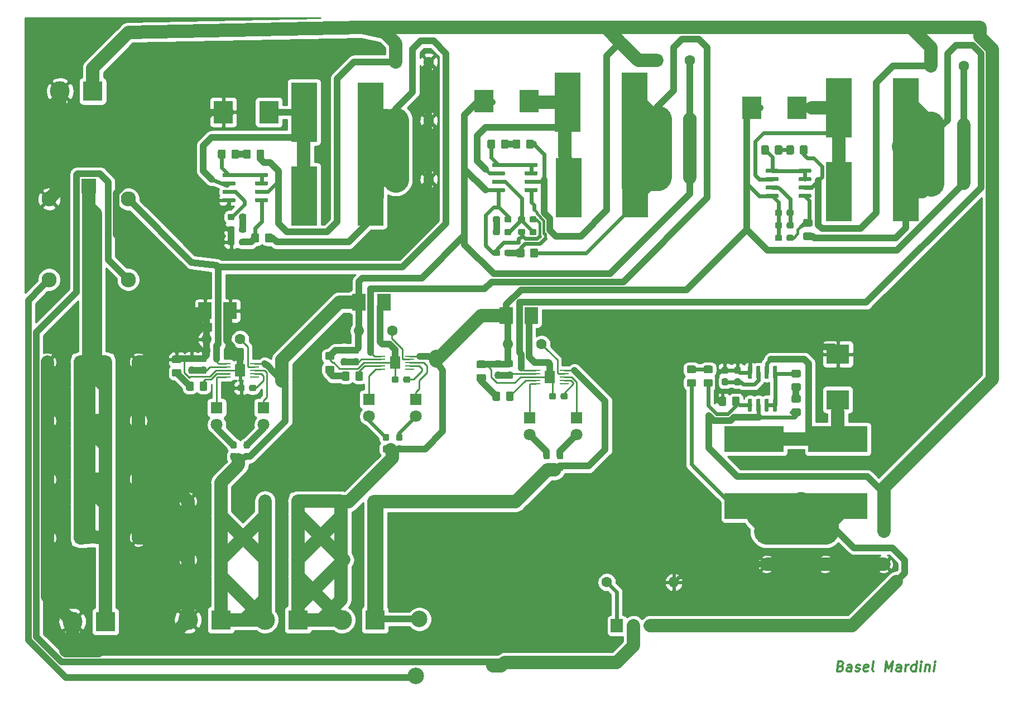
<source format=gbr>
G04 #@! TF.GenerationSoftware,KiCad,Pcbnew,(5.1.5)-3*
G04 #@! TF.CreationDate,2020-07-03T17:29:07+02:00*
G04 #@! TF.ProjectId,Bom-BOX,426f6d2d-424f-4582-9e6b-696361645f70,rev?*
G04 #@! TF.SameCoordinates,Original*
G04 #@! TF.FileFunction,Copper,L1,Top*
G04 #@! TF.FilePolarity,Positive*
%FSLAX46Y46*%
G04 Gerber Fmt 4.6, Leading zero omitted, Abs format (unit mm)*
G04 Created by KiCad (PCBNEW (5.1.5)-3) date 2020-07-03 17:29:07*
%MOMM*%
%LPD*%
G04 APERTURE LIST*
%ADD10C,0.300000*%
%ADD11O,1.600000X1.600000*%
%ADD12C,1.600000*%
%ADD13R,3.000000X3.000000*%
%ADD14C,3.000000*%
%ADD15R,1.422400X0.279400*%
%ADD16R,1.574800X1.879600*%
%ADD17R,1.600000X1.600000*%
%ADD18C,0.100000*%
%ADD19R,1.800000X1.800000*%
%ADD20C,1.800000*%
%ADD21R,4.000000X9.000000*%
%ADD22R,9.000000X4.000000*%
%ADD23R,2.300000X2.300000*%
%ADD24C,2.300000*%
%ADD25R,3.000000X3.500000*%
%ADD26R,3.500000X3.000000*%
%ADD27R,2.000000X2.499360*%
%ADD28R,1.905000X2.000000*%
%ADD29O,1.905000X2.000000*%
%ADD30C,2.500000*%
%ADD31C,0.600000*%
%ADD32C,1.000000*%
%ADD33C,2.000000*%
%ADD34C,0.250000*%
%ADD35C,4.000000*%
%ADD36C,0.400000*%
%ADD37C,0.254000*%
G04 APERTURE END LIST*
D10*
X172663000Y-132099857D02*
X172868357Y-132171285D01*
X172930857Y-132242714D01*
X172984428Y-132385571D01*
X172957642Y-132599857D01*
X172868357Y-132742714D01*
X172788000Y-132814142D01*
X172636214Y-132885571D01*
X172064785Y-132885571D01*
X172252285Y-131385571D01*
X172752285Y-131385571D01*
X172886214Y-131457000D01*
X172948714Y-131528428D01*
X173002285Y-131671285D01*
X172984428Y-131814142D01*
X172895142Y-131957000D01*
X172814785Y-132028428D01*
X172663000Y-132099857D01*
X172163000Y-132099857D01*
X174207642Y-132885571D02*
X174305857Y-132099857D01*
X174252285Y-131957000D01*
X174118357Y-131885571D01*
X173832642Y-131885571D01*
X173680857Y-131957000D01*
X174216571Y-132814142D02*
X174064785Y-132885571D01*
X173707642Y-132885571D01*
X173573714Y-132814142D01*
X173520142Y-132671285D01*
X173538000Y-132528428D01*
X173627285Y-132385571D01*
X173779071Y-132314142D01*
X174136214Y-132314142D01*
X174288000Y-132242714D01*
X174859428Y-132814142D02*
X174993357Y-132885571D01*
X175279071Y-132885571D01*
X175430857Y-132814142D01*
X175520142Y-132671285D01*
X175529071Y-132599857D01*
X175475500Y-132457000D01*
X175341571Y-132385571D01*
X175127285Y-132385571D01*
X174993357Y-132314142D01*
X174939785Y-132171285D01*
X174948714Y-132099857D01*
X175038000Y-131957000D01*
X175189785Y-131885571D01*
X175404071Y-131885571D01*
X175538000Y-131957000D01*
X176716571Y-132814142D02*
X176564785Y-132885571D01*
X176279071Y-132885571D01*
X176145142Y-132814142D01*
X176091571Y-132671285D01*
X176163000Y-132099857D01*
X176252285Y-131957000D01*
X176404071Y-131885571D01*
X176689785Y-131885571D01*
X176823714Y-131957000D01*
X176877285Y-132099857D01*
X176859428Y-132242714D01*
X176127285Y-132385571D01*
X177636214Y-132885571D02*
X177502285Y-132814142D01*
X177448714Y-132671285D01*
X177609428Y-131385571D01*
X179350500Y-132885571D02*
X179538000Y-131385571D01*
X179904071Y-132457000D01*
X180538000Y-131385571D01*
X180350500Y-132885571D01*
X181707642Y-132885571D02*
X181805857Y-132099857D01*
X181752285Y-131957000D01*
X181618357Y-131885571D01*
X181332642Y-131885571D01*
X181180857Y-131957000D01*
X181716571Y-132814142D02*
X181564785Y-132885571D01*
X181207642Y-132885571D01*
X181073714Y-132814142D01*
X181020142Y-132671285D01*
X181038000Y-132528428D01*
X181127285Y-132385571D01*
X181279071Y-132314142D01*
X181636214Y-132314142D01*
X181788000Y-132242714D01*
X182421928Y-132885571D02*
X182546928Y-131885571D01*
X182511214Y-132171285D02*
X182600500Y-132028428D01*
X182680857Y-131957000D01*
X182832642Y-131885571D01*
X182975500Y-131885571D01*
X183993357Y-132885571D02*
X184180857Y-131385571D01*
X184002285Y-132814142D02*
X183850500Y-132885571D01*
X183564785Y-132885571D01*
X183430857Y-132814142D01*
X183368357Y-132742714D01*
X183314785Y-132599857D01*
X183368357Y-132171285D01*
X183457642Y-132028428D01*
X183538000Y-131957000D01*
X183689785Y-131885571D01*
X183975500Y-131885571D01*
X184109428Y-131957000D01*
X184707642Y-132885571D02*
X184832642Y-131885571D01*
X184895142Y-131385571D02*
X184814785Y-131457000D01*
X184877285Y-131528428D01*
X184957642Y-131457000D01*
X184895142Y-131385571D01*
X184877285Y-131528428D01*
X185546928Y-131885571D02*
X185421928Y-132885571D01*
X185529071Y-132028428D02*
X185609428Y-131957000D01*
X185761214Y-131885571D01*
X185975500Y-131885571D01*
X186109428Y-131957000D01*
X186163000Y-132099857D01*
X186064785Y-132885571D01*
X186779071Y-132885571D02*
X186904071Y-131885571D01*
X186966571Y-131385571D02*
X186886214Y-131457000D01*
X186948714Y-131528428D01*
X187029071Y-131457000D01*
X186966571Y-131385571D01*
X186948714Y-131528428D01*
D11*
X99568000Y-81280000D03*
D12*
X104648000Y-81280000D03*
D13*
X59182000Y-44958000D03*
D14*
X54182000Y-44958000D03*
X56087000Y-125349000D03*
D13*
X61087000Y-125349000D03*
D15*
X79349600Y-86258400D03*
X79349600Y-86741000D03*
X79349600Y-87249000D03*
X79349600Y-87757000D03*
X79349600Y-88239600D03*
X83718400Y-88239600D03*
X83718400Y-87757000D03*
X83718400Y-87249000D03*
X83718400Y-86741000D03*
X83718400Y-86258400D03*
D16*
X81534000Y-87249000D03*
D15*
X102844600Y-85115400D03*
X102844600Y-85598000D03*
X102844600Y-86106000D03*
X102844600Y-86614000D03*
X102844600Y-87096600D03*
X107213400Y-87096600D03*
X107213400Y-86614000D03*
X107213400Y-86106000D03*
X107213400Y-85598000D03*
X107213400Y-85115400D03*
D16*
X105029000Y-86106000D03*
X128524000Y-88265000D03*
D15*
X130708400Y-87274400D03*
X130708400Y-87757000D03*
X130708400Y-88265000D03*
X130708400Y-88773000D03*
X130708400Y-89255600D03*
X126339600Y-89255600D03*
X126339600Y-88773000D03*
X126339600Y-88265000D03*
X126339600Y-87757000D03*
X126339600Y-87274400D03*
D13*
X101981000Y-125095000D03*
D14*
X96981000Y-125095000D03*
D13*
X90297000Y-125095000D03*
D14*
X85297000Y-125095000D03*
X73613000Y-125095000D03*
D13*
X78613000Y-125095000D03*
D12*
X110156000Y-40513000D03*
D17*
X105156000Y-40513000D03*
X144780000Y-40259000D03*
D12*
X149780000Y-40259000D03*
X191309000Y-41148000D03*
D17*
X186309000Y-41148000D03*
D12*
X179197000Y-116633000D03*
D17*
X179197000Y-111633000D03*
D12*
X66087000Y-85979000D03*
D17*
X61087000Y-85979000D03*
X61087000Y-112649000D03*
D12*
X66087000Y-112649000D03*
D17*
X57277000Y-94869000D03*
D12*
X52277000Y-94869000D03*
X52277000Y-85979000D03*
D17*
X57277000Y-85979000D03*
D12*
X52277000Y-112649000D03*
D17*
X57277000Y-112649000D03*
X61087000Y-94869000D03*
D12*
X66087000Y-94869000D03*
D17*
X57277000Y-103759000D03*
D12*
X52277000Y-103759000D03*
X66087000Y-103759000D03*
D17*
X61087000Y-103759000D03*
D12*
X73613000Y-115951000D03*
D17*
X78613000Y-115951000D03*
X78613000Y-107061000D03*
D12*
X73613000Y-107061000D03*
X85297000Y-107061000D03*
D17*
X90297000Y-107061000D03*
X90297000Y-115951000D03*
D12*
X85297000Y-115951000D03*
X97275301Y-115993999D03*
D17*
X102275301Y-115993999D03*
X101854000Y-107188000D03*
D12*
X96854000Y-107188000D03*
D17*
X105156000Y-49403000D03*
D12*
X110156000Y-49403000D03*
X149907000Y-58039000D03*
D17*
X144907000Y-58039000D03*
D12*
X191309000Y-58928000D03*
D17*
X186309000Y-58928000D03*
X170307000Y-111633000D03*
D12*
X170307000Y-116633000D03*
D17*
X105156000Y-58293000D03*
D12*
X110156000Y-58293000D03*
D17*
X145034000Y-49149000D03*
D12*
X150034000Y-49149000D03*
D17*
X186309000Y-50038000D03*
D12*
X191309000Y-50038000D03*
X161417000Y-116633000D03*
D17*
X161417000Y-111633000D03*
G04 #@! TA.AperFunction,SMDPad,CuDef*
D18*
G36*
X82211779Y-63534144D02*
G01*
X82234834Y-63537563D01*
X82257443Y-63543227D01*
X82279387Y-63551079D01*
X82300457Y-63561044D01*
X82320448Y-63573026D01*
X82339168Y-63586910D01*
X82356438Y-63602562D01*
X82372090Y-63619832D01*
X82385974Y-63638552D01*
X82397956Y-63658543D01*
X82407921Y-63679613D01*
X82415773Y-63701557D01*
X82421437Y-63724166D01*
X82424856Y-63747221D01*
X82426000Y-63770500D01*
X82426000Y-64245500D01*
X82424856Y-64268779D01*
X82421437Y-64291834D01*
X82415773Y-64314443D01*
X82407921Y-64336387D01*
X82397956Y-64357457D01*
X82385974Y-64377448D01*
X82372090Y-64396168D01*
X82356438Y-64413438D01*
X82339168Y-64429090D01*
X82320448Y-64442974D01*
X82300457Y-64454956D01*
X82279387Y-64464921D01*
X82257443Y-64472773D01*
X82234834Y-64478437D01*
X82211779Y-64481856D01*
X82188500Y-64483000D01*
X81613500Y-64483000D01*
X81590221Y-64481856D01*
X81567166Y-64478437D01*
X81544557Y-64472773D01*
X81522613Y-64464921D01*
X81501543Y-64454956D01*
X81481552Y-64442974D01*
X81462832Y-64429090D01*
X81445562Y-64413438D01*
X81429910Y-64396168D01*
X81416026Y-64377448D01*
X81404044Y-64357457D01*
X81394079Y-64336387D01*
X81386227Y-64314443D01*
X81380563Y-64291834D01*
X81377144Y-64268779D01*
X81376000Y-64245500D01*
X81376000Y-63770500D01*
X81377144Y-63747221D01*
X81380563Y-63724166D01*
X81386227Y-63701557D01*
X81394079Y-63679613D01*
X81404044Y-63658543D01*
X81416026Y-63638552D01*
X81429910Y-63619832D01*
X81445562Y-63602562D01*
X81462832Y-63586910D01*
X81481552Y-63573026D01*
X81501543Y-63561044D01*
X81522613Y-63551079D01*
X81544557Y-63543227D01*
X81567166Y-63537563D01*
X81590221Y-63534144D01*
X81613500Y-63533000D01*
X82188500Y-63533000D01*
X82211779Y-63534144D01*
G37*
G04 #@! TD.AperFunction*
G04 #@! TA.AperFunction,SMDPad,CuDef*
G36*
X80461779Y-63534144D02*
G01*
X80484834Y-63537563D01*
X80507443Y-63543227D01*
X80529387Y-63551079D01*
X80550457Y-63561044D01*
X80570448Y-63573026D01*
X80589168Y-63586910D01*
X80606438Y-63602562D01*
X80622090Y-63619832D01*
X80635974Y-63638552D01*
X80647956Y-63658543D01*
X80657921Y-63679613D01*
X80665773Y-63701557D01*
X80671437Y-63724166D01*
X80674856Y-63747221D01*
X80676000Y-63770500D01*
X80676000Y-64245500D01*
X80674856Y-64268779D01*
X80671437Y-64291834D01*
X80665773Y-64314443D01*
X80657921Y-64336387D01*
X80647956Y-64357457D01*
X80635974Y-64377448D01*
X80622090Y-64396168D01*
X80606438Y-64413438D01*
X80589168Y-64429090D01*
X80570448Y-64442974D01*
X80550457Y-64454956D01*
X80529387Y-64464921D01*
X80507443Y-64472773D01*
X80484834Y-64478437D01*
X80461779Y-64481856D01*
X80438500Y-64483000D01*
X79863500Y-64483000D01*
X79840221Y-64481856D01*
X79817166Y-64478437D01*
X79794557Y-64472773D01*
X79772613Y-64464921D01*
X79751543Y-64454956D01*
X79731552Y-64442974D01*
X79712832Y-64429090D01*
X79695562Y-64413438D01*
X79679910Y-64396168D01*
X79666026Y-64377448D01*
X79654044Y-64357457D01*
X79644079Y-64336387D01*
X79636227Y-64314443D01*
X79630563Y-64291834D01*
X79627144Y-64268779D01*
X79626000Y-64245500D01*
X79626000Y-63770500D01*
X79627144Y-63747221D01*
X79630563Y-63724166D01*
X79636227Y-63701557D01*
X79644079Y-63679613D01*
X79654044Y-63658543D01*
X79666026Y-63638552D01*
X79679910Y-63619832D01*
X79695562Y-63602562D01*
X79712832Y-63586910D01*
X79731552Y-63573026D01*
X79751543Y-63561044D01*
X79772613Y-63551079D01*
X79794557Y-63543227D01*
X79817166Y-63537563D01*
X79840221Y-63534144D01*
X79863500Y-63533000D01*
X80438500Y-63533000D01*
X80461779Y-63534144D01*
G37*
G04 #@! TD.AperFunction*
G04 #@! TA.AperFunction,SMDPad,CuDef*
G36*
X82211779Y-65439144D02*
G01*
X82234834Y-65442563D01*
X82257443Y-65448227D01*
X82279387Y-65456079D01*
X82300457Y-65466044D01*
X82320448Y-65478026D01*
X82339168Y-65491910D01*
X82356438Y-65507562D01*
X82372090Y-65524832D01*
X82385974Y-65543552D01*
X82397956Y-65563543D01*
X82407921Y-65584613D01*
X82415773Y-65606557D01*
X82421437Y-65629166D01*
X82424856Y-65652221D01*
X82426000Y-65675500D01*
X82426000Y-66150500D01*
X82424856Y-66173779D01*
X82421437Y-66196834D01*
X82415773Y-66219443D01*
X82407921Y-66241387D01*
X82397956Y-66262457D01*
X82385974Y-66282448D01*
X82372090Y-66301168D01*
X82356438Y-66318438D01*
X82339168Y-66334090D01*
X82320448Y-66347974D01*
X82300457Y-66359956D01*
X82279387Y-66369921D01*
X82257443Y-66377773D01*
X82234834Y-66383437D01*
X82211779Y-66386856D01*
X82188500Y-66388000D01*
X81613500Y-66388000D01*
X81590221Y-66386856D01*
X81567166Y-66383437D01*
X81544557Y-66377773D01*
X81522613Y-66369921D01*
X81501543Y-66359956D01*
X81481552Y-66347974D01*
X81462832Y-66334090D01*
X81445562Y-66318438D01*
X81429910Y-66301168D01*
X81416026Y-66282448D01*
X81404044Y-66262457D01*
X81394079Y-66241387D01*
X81386227Y-66219443D01*
X81380563Y-66196834D01*
X81377144Y-66173779D01*
X81376000Y-66150500D01*
X81376000Y-65675500D01*
X81377144Y-65652221D01*
X81380563Y-65629166D01*
X81386227Y-65606557D01*
X81394079Y-65584613D01*
X81404044Y-65563543D01*
X81416026Y-65543552D01*
X81429910Y-65524832D01*
X81445562Y-65507562D01*
X81462832Y-65491910D01*
X81481552Y-65478026D01*
X81501543Y-65466044D01*
X81522613Y-65456079D01*
X81544557Y-65448227D01*
X81567166Y-65442563D01*
X81590221Y-65439144D01*
X81613500Y-65438000D01*
X82188500Y-65438000D01*
X82211779Y-65439144D01*
G37*
G04 #@! TD.AperFunction*
G04 #@! TA.AperFunction,SMDPad,CuDef*
G36*
X80461779Y-65439144D02*
G01*
X80484834Y-65442563D01*
X80507443Y-65448227D01*
X80529387Y-65456079D01*
X80550457Y-65466044D01*
X80570448Y-65478026D01*
X80589168Y-65491910D01*
X80606438Y-65507562D01*
X80622090Y-65524832D01*
X80635974Y-65543552D01*
X80647956Y-65563543D01*
X80657921Y-65584613D01*
X80665773Y-65606557D01*
X80671437Y-65629166D01*
X80674856Y-65652221D01*
X80676000Y-65675500D01*
X80676000Y-66150500D01*
X80674856Y-66173779D01*
X80671437Y-66196834D01*
X80665773Y-66219443D01*
X80657921Y-66241387D01*
X80647956Y-66262457D01*
X80635974Y-66282448D01*
X80622090Y-66301168D01*
X80606438Y-66318438D01*
X80589168Y-66334090D01*
X80570448Y-66347974D01*
X80550457Y-66359956D01*
X80529387Y-66369921D01*
X80507443Y-66377773D01*
X80484834Y-66383437D01*
X80461779Y-66386856D01*
X80438500Y-66388000D01*
X79863500Y-66388000D01*
X79840221Y-66386856D01*
X79817166Y-66383437D01*
X79794557Y-66377773D01*
X79772613Y-66369921D01*
X79751543Y-66359956D01*
X79731552Y-66347974D01*
X79712832Y-66334090D01*
X79695562Y-66318438D01*
X79679910Y-66301168D01*
X79666026Y-66282448D01*
X79654044Y-66262457D01*
X79644079Y-66241387D01*
X79636227Y-66219443D01*
X79630563Y-66196834D01*
X79627144Y-66173779D01*
X79626000Y-66150500D01*
X79626000Y-65675500D01*
X79627144Y-65652221D01*
X79630563Y-65629166D01*
X79636227Y-65606557D01*
X79644079Y-65584613D01*
X79654044Y-65563543D01*
X79666026Y-65543552D01*
X79679910Y-65524832D01*
X79695562Y-65507562D01*
X79712832Y-65491910D01*
X79731552Y-65478026D01*
X79751543Y-65466044D01*
X79772613Y-65456079D01*
X79794557Y-65448227D01*
X79817166Y-65442563D01*
X79840221Y-65439144D01*
X79863500Y-65438000D01*
X80438500Y-65438000D01*
X80461779Y-65439144D01*
G37*
G04 #@! TD.AperFunction*
G04 #@! TA.AperFunction,SMDPad,CuDef*
G36*
X120720779Y-63915144D02*
G01*
X120743834Y-63918563D01*
X120766443Y-63924227D01*
X120788387Y-63932079D01*
X120809457Y-63942044D01*
X120829448Y-63954026D01*
X120848168Y-63967910D01*
X120865438Y-63983562D01*
X120881090Y-64000832D01*
X120894974Y-64019552D01*
X120906956Y-64039543D01*
X120916921Y-64060613D01*
X120924773Y-64082557D01*
X120930437Y-64105166D01*
X120933856Y-64128221D01*
X120935000Y-64151500D01*
X120935000Y-64626500D01*
X120933856Y-64649779D01*
X120930437Y-64672834D01*
X120924773Y-64695443D01*
X120916921Y-64717387D01*
X120906956Y-64738457D01*
X120894974Y-64758448D01*
X120881090Y-64777168D01*
X120865438Y-64794438D01*
X120848168Y-64810090D01*
X120829448Y-64823974D01*
X120809457Y-64835956D01*
X120788387Y-64845921D01*
X120766443Y-64853773D01*
X120743834Y-64859437D01*
X120720779Y-64862856D01*
X120697500Y-64864000D01*
X120122500Y-64864000D01*
X120099221Y-64862856D01*
X120076166Y-64859437D01*
X120053557Y-64853773D01*
X120031613Y-64845921D01*
X120010543Y-64835956D01*
X119990552Y-64823974D01*
X119971832Y-64810090D01*
X119954562Y-64794438D01*
X119938910Y-64777168D01*
X119925026Y-64758448D01*
X119913044Y-64738457D01*
X119903079Y-64717387D01*
X119895227Y-64695443D01*
X119889563Y-64672834D01*
X119886144Y-64649779D01*
X119885000Y-64626500D01*
X119885000Y-64151500D01*
X119886144Y-64128221D01*
X119889563Y-64105166D01*
X119895227Y-64082557D01*
X119903079Y-64060613D01*
X119913044Y-64039543D01*
X119925026Y-64019552D01*
X119938910Y-64000832D01*
X119954562Y-63983562D01*
X119971832Y-63967910D01*
X119990552Y-63954026D01*
X120010543Y-63942044D01*
X120031613Y-63932079D01*
X120053557Y-63924227D01*
X120076166Y-63918563D01*
X120099221Y-63915144D01*
X120122500Y-63914000D01*
X120697500Y-63914000D01*
X120720779Y-63915144D01*
G37*
G04 #@! TD.AperFunction*
G04 #@! TA.AperFunction,SMDPad,CuDef*
G36*
X122470779Y-63915144D02*
G01*
X122493834Y-63918563D01*
X122516443Y-63924227D01*
X122538387Y-63932079D01*
X122559457Y-63942044D01*
X122579448Y-63954026D01*
X122598168Y-63967910D01*
X122615438Y-63983562D01*
X122631090Y-64000832D01*
X122644974Y-64019552D01*
X122656956Y-64039543D01*
X122666921Y-64060613D01*
X122674773Y-64082557D01*
X122680437Y-64105166D01*
X122683856Y-64128221D01*
X122685000Y-64151500D01*
X122685000Y-64626500D01*
X122683856Y-64649779D01*
X122680437Y-64672834D01*
X122674773Y-64695443D01*
X122666921Y-64717387D01*
X122656956Y-64738457D01*
X122644974Y-64758448D01*
X122631090Y-64777168D01*
X122615438Y-64794438D01*
X122598168Y-64810090D01*
X122579448Y-64823974D01*
X122559457Y-64835956D01*
X122538387Y-64845921D01*
X122516443Y-64853773D01*
X122493834Y-64859437D01*
X122470779Y-64862856D01*
X122447500Y-64864000D01*
X121872500Y-64864000D01*
X121849221Y-64862856D01*
X121826166Y-64859437D01*
X121803557Y-64853773D01*
X121781613Y-64845921D01*
X121760543Y-64835956D01*
X121740552Y-64823974D01*
X121721832Y-64810090D01*
X121704562Y-64794438D01*
X121688910Y-64777168D01*
X121675026Y-64758448D01*
X121663044Y-64738457D01*
X121653079Y-64717387D01*
X121645227Y-64695443D01*
X121639563Y-64672834D01*
X121636144Y-64649779D01*
X121635000Y-64626500D01*
X121635000Y-64151500D01*
X121636144Y-64128221D01*
X121639563Y-64105166D01*
X121645227Y-64082557D01*
X121653079Y-64060613D01*
X121663044Y-64039543D01*
X121675026Y-64019552D01*
X121688910Y-64000832D01*
X121704562Y-63983562D01*
X121721832Y-63967910D01*
X121740552Y-63954026D01*
X121760543Y-63942044D01*
X121781613Y-63932079D01*
X121803557Y-63924227D01*
X121826166Y-63918563D01*
X121849221Y-63915144D01*
X121872500Y-63914000D01*
X122447500Y-63914000D01*
X122470779Y-63915144D01*
G37*
G04 #@! TD.AperFunction*
G04 #@! TA.AperFunction,SMDPad,CuDef*
G36*
X126280779Y-63915144D02*
G01*
X126303834Y-63918563D01*
X126326443Y-63924227D01*
X126348387Y-63932079D01*
X126369457Y-63942044D01*
X126389448Y-63954026D01*
X126408168Y-63967910D01*
X126425438Y-63983562D01*
X126441090Y-64000832D01*
X126454974Y-64019552D01*
X126466956Y-64039543D01*
X126476921Y-64060613D01*
X126484773Y-64082557D01*
X126490437Y-64105166D01*
X126493856Y-64128221D01*
X126495000Y-64151500D01*
X126495000Y-64626500D01*
X126493856Y-64649779D01*
X126490437Y-64672834D01*
X126484773Y-64695443D01*
X126476921Y-64717387D01*
X126466956Y-64738457D01*
X126454974Y-64758448D01*
X126441090Y-64777168D01*
X126425438Y-64794438D01*
X126408168Y-64810090D01*
X126389448Y-64823974D01*
X126369457Y-64835956D01*
X126348387Y-64845921D01*
X126326443Y-64853773D01*
X126303834Y-64859437D01*
X126280779Y-64862856D01*
X126257500Y-64864000D01*
X125682500Y-64864000D01*
X125659221Y-64862856D01*
X125636166Y-64859437D01*
X125613557Y-64853773D01*
X125591613Y-64845921D01*
X125570543Y-64835956D01*
X125550552Y-64823974D01*
X125531832Y-64810090D01*
X125514562Y-64794438D01*
X125498910Y-64777168D01*
X125485026Y-64758448D01*
X125473044Y-64738457D01*
X125463079Y-64717387D01*
X125455227Y-64695443D01*
X125449563Y-64672834D01*
X125446144Y-64649779D01*
X125445000Y-64626500D01*
X125445000Y-64151500D01*
X125446144Y-64128221D01*
X125449563Y-64105166D01*
X125455227Y-64082557D01*
X125463079Y-64060613D01*
X125473044Y-64039543D01*
X125485026Y-64019552D01*
X125498910Y-64000832D01*
X125514562Y-63983562D01*
X125531832Y-63967910D01*
X125550552Y-63954026D01*
X125570543Y-63942044D01*
X125591613Y-63932079D01*
X125613557Y-63924227D01*
X125636166Y-63918563D01*
X125659221Y-63915144D01*
X125682500Y-63914000D01*
X126257500Y-63914000D01*
X126280779Y-63915144D01*
G37*
G04 #@! TD.AperFunction*
G04 #@! TA.AperFunction,SMDPad,CuDef*
G36*
X124530779Y-63915144D02*
G01*
X124553834Y-63918563D01*
X124576443Y-63924227D01*
X124598387Y-63932079D01*
X124619457Y-63942044D01*
X124639448Y-63954026D01*
X124658168Y-63967910D01*
X124675438Y-63983562D01*
X124691090Y-64000832D01*
X124704974Y-64019552D01*
X124716956Y-64039543D01*
X124726921Y-64060613D01*
X124734773Y-64082557D01*
X124740437Y-64105166D01*
X124743856Y-64128221D01*
X124745000Y-64151500D01*
X124745000Y-64626500D01*
X124743856Y-64649779D01*
X124740437Y-64672834D01*
X124734773Y-64695443D01*
X124726921Y-64717387D01*
X124716956Y-64738457D01*
X124704974Y-64758448D01*
X124691090Y-64777168D01*
X124675438Y-64794438D01*
X124658168Y-64810090D01*
X124639448Y-64823974D01*
X124619457Y-64835956D01*
X124598387Y-64845921D01*
X124576443Y-64853773D01*
X124553834Y-64859437D01*
X124530779Y-64862856D01*
X124507500Y-64864000D01*
X123932500Y-64864000D01*
X123909221Y-64862856D01*
X123886166Y-64859437D01*
X123863557Y-64853773D01*
X123841613Y-64845921D01*
X123820543Y-64835956D01*
X123800552Y-64823974D01*
X123781832Y-64810090D01*
X123764562Y-64794438D01*
X123748910Y-64777168D01*
X123735026Y-64758448D01*
X123723044Y-64738457D01*
X123713079Y-64717387D01*
X123705227Y-64695443D01*
X123699563Y-64672834D01*
X123696144Y-64649779D01*
X123695000Y-64626500D01*
X123695000Y-64151500D01*
X123696144Y-64128221D01*
X123699563Y-64105166D01*
X123705227Y-64082557D01*
X123713079Y-64060613D01*
X123723044Y-64039543D01*
X123735026Y-64019552D01*
X123748910Y-64000832D01*
X123764562Y-63983562D01*
X123781832Y-63967910D01*
X123800552Y-63954026D01*
X123820543Y-63942044D01*
X123841613Y-63932079D01*
X123863557Y-63924227D01*
X123886166Y-63918563D01*
X123909221Y-63915144D01*
X123932500Y-63914000D01*
X124507500Y-63914000D01*
X124530779Y-63915144D01*
G37*
G04 #@! TD.AperFunction*
G04 #@! TA.AperFunction,SMDPad,CuDef*
G36*
X124530779Y-65820144D02*
G01*
X124553834Y-65823563D01*
X124576443Y-65829227D01*
X124598387Y-65837079D01*
X124619457Y-65847044D01*
X124639448Y-65859026D01*
X124658168Y-65872910D01*
X124675438Y-65888562D01*
X124691090Y-65905832D01*
X124704974Y-65924552D01*
X124716956Y-65944543D01*
X124726921Y-65965613D01*
X124734773Y-65987557D01*
X124740437Y-66010166D01*
X124743856Y-66033221D01*
X124745000Y-66056500D01*
X124745000Y-66531500D01*
X124743856Y-66554779D01*
X124740437Y-66577834D01*
X124734773Y-66600443D01*
X124726921Y-66622387D01*
X124716956Y-66643457D01*
X124704974Y-66663448D01*
X124691090Y-66682168D01*
X124675438Y-66699438D01*
X124658168Y-66715090D01*
X124639448Y-66728974D01*
X124619457Y-66740956D01*
X124598387Y-66750921D01*
X124576443Y-66758773D01*
X124553834Y-66764437D01*
X124530779Y-66767856D01*
X124507500Y-66769000D01*
X123932500Y-66769000D01*
X123909221Y-66767856D01*
X123886166Y-66764437D01*
X123863557Y-66758773D01*
X123841613Y-66750921D01*
X123820543Y-66740956D01*
X123800552Y-66728974D01*
X123781832Y-66715090D01*
X123764562Y-66699438D01*
X123748910Y-66682168D01*
X123735026Y-66663448D01*
X123723044Y-66643457D01*
X123713079Y-66622387D01*
X123705227Y-66600443D01*
X123699563Y-66577834D01*
X123696144Y-66554779D01*
X123695000Y-66531500D01*
X123695000Y-66056500D01*
X123696144Y-66033221D01*
X123699563Y-66010166D01*
X123705227Y-65987557D01*
X123713079Y-65965613D01*
X123723044Y-65944543D01*
X123735026Y-65924552D01*
X123748910Y-65905832D01*
X123764562Y-65888562D01*
X123781832Y-65872910D01*
X123800552Y-65859026D01*
X123820543Y-65847044D01*
X123841613Y-65837079D01*
X123863557Y-65829227D01*
X123886166Y-65823563D01*
X123909221Y-65820144D01*
X123932500Y-65819000D01*
X124507500Y-65819000D01*
X124530779Y-65820144D01*
G37*
G04 #@! TD.AperFunction*
G04 #@! TA.AperFunction,SMDPad,CuDef*
G36*
X126280779Y-65820144D02*
G01*
X126303834Y-65823563D01*
X126326443Y-65829227D01*
X126348387Y-65837079D01*
X126369457Y-65847044D01*
X126389448Y-65859026D01*
X126408168Y-65872910D01*
X126425438Y-65888562D01*
X126441090Y-65905832D01*
X126454974Y-65924552D01*
X126466956Y-65944543D01*
X126476921Y-65965613D01*
X126484773Y-65987557D01*
X126490437Y-66010166D01*
X126493856Y-66033221D01*
X126495000Y-66056500D01*
X126495000Y-66531500D01*
X126493856Y-66554779D01*
X126490437Y-66577834D01*
X126484773Y-66600443D01*
X126476921Y-66622387D01*
X126466956Y-66643457D01*
X126454974Y-66663448D01*
X126441090Y-66682168D01*
X126425438Y-66699438D01*
X126408168Y-66715090D01*
X126389448Y-66728974D01*
X126369457Y-66740956D01*
X126348387Y-66750921D01*
X126326443Y-66758773D01*
X126303834Y-66764437D01*
X126280779Y-66767856D01*
X126257500Y-66769000D01*
X125682500Y-66769000D01*
X125659221Y-66767856D01*
X125636166Y-66764437D01*
X125613557Y-66758773D01*
X125591613Y-66750921D01*
X125570543Y-66740956D01*
X125550552Y-66728974D01*
X125531832Y-66715090D01*
X125514562Y-66699438D01*
X125498910Y-66682168D01*
X125485026Y-66663448D01*
X125473044Y-66643457D01*
X125463079Y-66622387D01*
X125455227Y-66600443D01*
X125449563Y-66577834D01*
X125446144Y-66554779D01*
X125445000Y-66531500D01*
X125445000Y-66056500D01*
X125446144Y-66033221D01*
X125449563Y-66010166D01*
X125455227Y-65987557D01*
X125463079Y-65965613D01*
X125473044Y-65944543D01*
X125485026Y-65924552D01*
X125498910Y-65905832D01*
X125514562Y-65888562D01*
X125531832Y-65872910D01*
X125550552Y-65859026D01*
X125570543Y-65847044D01*
X125591613Y-65837079D01*
X125613557Y-65829227D01*
X125636166Y-65823563D01*
X125659221Y-65820144D01*
X125682500Y-65819000D01*
X126257500Y-65819000D01*
X126280779Y-65820144D01*
G37*
G04 #@! TD.AperFunction*
G04 #@! TA.AperFunction,SMDPad,CuDef*
G36*
X122470779Y-65820144D02*
G01*
X122493834Y-65823563D01*
X122516443Y-65829227D01*
X122538387Y-65837079D01*
X122559457Y-65847044D01*
X122579448Y-65859026D01*
X122598168Y-65872910D01*
X122615438Y-65888562D01*
X122631090Y-65905832D01*
X122644974Y-65924552D01*
X122656956Y-65944543D01*
X122666921Y-65965613D01*
X122674773Y-65987557D01*
X122680437Y-66010166D01*
X122683856Y-66033221D01*
X122685000Y-66056500D01*
X122685000Y-66531500D01*
X122683856Y-66554779D01*
X122680437Y-66577834D01*
X122674773Y-66600443D01*
X122666921Y-66622387D01*
X122656956Y-66643457D01*
X122644974Y-66663448D01*
X122631090Y-66682168D01*
X122615438Y-66699438D01*
X122598168Y-66715090D01*
X122579448Y-66728974D01*
X122559457Y-66740956D01*
X122538387Y-66750921D01*
X122516443Y-66758773D01*
X122493834Y-66764437D01*
X122470779Y-66767856D01*
X122447500Y-66769000D01*
X121872500Y-66769000D01*
X121849221Y-66767856D01*
X121826166Y-66764437D01*
X121803557Y-66758773D01*
X121781613Y-66750921D01*
X121760543Y-66740956D01*
X121740552Y-66728974D01*
X121721832Y-66715090D01*
X121704562Y-66699438D01*
X121688910Y-66682168D01*
X121675026Y-66663448D01*
X121663044Y-66643457D01*
X121653079Y-66622387D01*
X121645227Y-66600443D01*
X121639563Y-66577834D01*
X121636144Y-66554779D01*
X121635000Y-66531500D01*
X121635000Y-66056500D01*
X121636144Y-66033221D01*
X121639563Y-66010166D01*
X121645227Y-65987557D01*
X121653079Y-65965613D01*
X121663044Y-65944543D01*
X121675026Y-65924552D01*
X121688910Y-65905832D01*
X121704562Y-65888562D01*
X121721832Y-65872910D01*
X121740552Y-65859026D01*
X121760543Y-65847044D01*
X121781613Y-65837079D01*
X121803557Y-65829227D01*
X121826166Y-65823563D01*
X121849221Y-65820144D01*
X121872500Y-65819000D01*
X122447500Y-65819000D01*
X122470779Y-65820144D01*
G37*
G04 #@! TD.AperFunction*
G04 #@! TA.AperFunction,SMDPad,CuDef*
G36*
X120720779Y-65820144D02*
G01*
X120743834Y-65823563D01*
X120766443Y-65829227D01*
X120788387Y-65837079D01*
X120809457Y-65847044D01*
X120829448Y-65859026D01*
X120848168Y-65872910D01*
X120865438Y-65888562D01*
X120881090Y-65905832D01*
X120894974Y-65924552D01*
X120906956Y-65944543D01*
X120916921Y-65965613D01*
X120924773Y-65987557D01*
X120930437Y-66010166D01*
X120933856Y-66033221D01*
X120935000Y-66056500D01*
X120935000Y-66531500D01*
X120933856Y-66554779D01*
X120930437Y-66577834D01*
X120924773Y-66600443D01*
X120916921Y-66622387D01*
X120906956Y-66643457D01*
X120894974Y-66663448D01*
X120881090Y-66682168D01*
X120865438Y-66699438D01*
X120848168Y-66715090D01*
X120829448Y-66728974D01*
X120809457Y-66740956D01*
X120788387Y-66750921D01*
X120766443Y-66758773D01*
X120743834Y-66764437D01*
X120720779Y-66767856D01*
X120697500Y-66769000D01*
X120122500Y-66769000D01*
X120099221Y-66767856D01*
X120076166Y-66764437D01*
X120053557Y-66758773D01*
X120031613Y-66750921D01*
X120010543Y-66740956D01*
X119990552Y-66728974D01*
X119971832Y-66715090D01*
X119954562Y-66699438D01*
X119938910Y-66682168D01*
X119925026Y-66663448D01*
X119913044Y-66643457D01*
X119903079Y-66622387D01*
X119895227Y-66600443D01*
X119889563Y-66577834D01*
X119886144Y-66554779D01*
X119885000Y-66531500D01*
X119885000Y-66056500D01*
X119886144Y-66033221D01*
X119889563Y-66010166D01*
X119895227Y-65987557D01*
X119903079Y-65965613D01*
X119913044Y-65944543D01*
X119925026Y-65924552D01*
X119938910Y-65905832D01*
X119954562Y-65888562D01*
X119971832Y-65872910D01*
X119990552Y-65859026D01*
X120010543Y-65847044D01*
X120031613Y-65837079D01*
X120053557Y-65829227D01*
X120076166Y-65823563D01*
X120099221Y-65820144D01*
X120122500Y-65819000D01*
X120697500Y-65819000D01*
X120720779Y-65820144D01*
G37*
G04 #@! TD.AperFunction*
G04 #@! TA.AperFunction,SMDPad,CuDef*
G36*
X165269779Y-64804144D02*
G01*
X165292834Y-64807563D01*
X165315443Y-64813227D01*
X165337387Y-64821079D01*
X165358457Y-64831044D01*
X165378448Y-64843026D01*
X165397168Y-64856910D01*
X165414438Y-64872562D01*
X165430090Y-64889832D01*
X165443974Y-64908552D01*
X165455956Y-64928543D01*
X165465921Y-64949613D01*
X165473773Y-64971557D01*
X165479437Y-64994166D01*
X165482856Y-65017221D01*
X165484000Y-65040500D01*
X165484000Y-65515500D01*
X165482856Y-65538779D01*
X165479437Y-65561834D01*
X165473773Y-65584443D01*
X165465921Y-65606387D01*
X165455956Y-65627457D01*
X165443974Y-65647448D01*
X165430090Y-65666168D01*
X165414438Y-65683438D01*
X165397168Y-65699090D01*
X165378448Y-65712974D01*
X165358457Y-65724956D01*
X165337387Y-65734921D01*
X165315443Y-65742773D01*
X165292834Y-65748437D01*
X165269779Y-65751856D01*
X165246500Y-65753000D01*
X164671500Y-65753000D01*
X164648221Y-65751856D01*
X164625166Y-65748437D01*
X164602557Y-65742773D01*
X164580613Y-65734921D01*
X164559543Y-65724956D01*
X164539552Y-65712974D01*
X164520832Y-65699090D01*
X164503562Y-65683438D01*
X164487910Y-65666168D01*
X164474026Y-65647448D01*
X164462044Y-65627457D01*
X164452079Y-65606387D01*
X164444227Y-65584443D01*
X164438563Y-65561834D01*
X164435144Y-65538779D01*
X164434000Y-65515500D01*
X164434000Y-65040500D01*
X164435144Y-65017221D01*
X164438563Y-64994166D01*
X164444227Y-64971557D01*
X164452079Y-64949613D01*
X164462044Y-64928543D01*
X164474026Y-64908552D01*
X164487910Y-64889832D01*
X164503562Y-64872562D01*
X164520832Y-64856910D01*
X164539552Y-64843026D01*
X164559543Y-64831044D01*
X164580613Y-64821079D01*
X164602557Y-64813227D01*
X164625166Y-64807563D01*
X164648221Y-64804144D01*
X164671500Y-64803000D01*
X165246500Y-64803000D01*
X165269779Y-64804144D01*
G37*
G04 #@! TD.AperFunction*
G04 #@! TA.AperFunction,SMDPad,CuDef*
G36*
X163519779Y-64804144D02*
G01*
X163542834Y-64807563D01*
X163565443Y-64813227D01*
X163587387Y-64821079D01*
X163608457Y-64831044D01*
X163628448Y-64843026D01*
X163647168Y-64856910D01*
X163664438Y-64872562D01*
X163680090Y-64889832D01*
X163693974Y-64908552D01*
X163705956Y-64928543D01*
X163715921Y-64949613D01*
X163723773Y-64971557D01*
X163729437Y-64994166D01*
X163732856Y-65017221D01*
X163734000Y-65040500D01*
X163734000Y-65515500D01*
X163732856Y-65538779D01*
X163729437Y-65561834D01*
X163723773Y-65584443D01*
X163715921Y-65606387D01*
X163705956Y-65627457D01*
X163693974Y-65647448D01*
X163680090Y-65666168D01*
X163664438Y-65683438D01*
X163647168Y-65699090D01*
X163628448Y-65712974D01*
X163608457Y-65724956D01*
X163587387Y-65734921D01*
X163565443Y-65742773D01*
X163542834Y-65748437D01*
X163519779Y-65751856D01*
X163496500Y-65753000D01*
X162921500Y-65753000D01*
X162898221Y-65751856D01*
X162875166Y-65748437D01*
X162852557Y-65742773D01*
X162830613Y-65734921D01*
X162809543Y-65724956D01*
X162789552Y-65712974D01*
X162770832Y-65699090D01*
X162753562Y-65683438D01*
X162737910Y-65666168D01*
X162724026Y-65647448D01*
X162712044Y-65627457D01*
X162702079Y-65606387D01*
X162694227Y-65584443D01*
X162688563Y-65561834D01*
X162685144Y-65538779D01*
X162684000Y-65515500D01*
X162684000Y-65040500D01*
X162685144Y-65017221D01*
X162688563Y-64994166D01*
X162694227Y-64971557D01*
X162702079Y-64949613D01*
X162712044Y-64928543D01*
X162724026Y-64908552D01*
X162737910Y-64889832D01*
X162753562Y-64872562D01*
X162770832Y-64856910D01*
X162789552Y-64843026D01*
X162809543Y-64831044D01*
X162830613Y-64821079D01*
X162852557Y-64813227D01*
X162875166Y-64807563D01*
X162898221Y-64804144D01*
X162921500Y-64803000D01*
X163496500Y-64803000D01*
X163519779Y-64804144D01*
G37*
G04 #@! TD.AperFunction*
G04 #@! TA.AperFunction,SMDPad,CuDef*
G36*
X165269779Y-62899144D02*
G01*
X165292834Y-62902563D01*
X165315443Y-62908227D01*
X165337387Y-62916079D01*
X165358457Y-62926044D01*
X165378448Y-62938026D01*
X165397168Y-62951910D01*
X165414438Y-62967562D01*
X165430090Y-62984832D01*
X165443974Y-63003552D01*
X165455956Y-63023543D01*
X165465921Y-63044613D01*
X165473773Y-63066557D01*
X165479437Y-63089166D01*
X165482856Y-63112221D01*
X165484000Y-63135500D01*
X165484000Y-63610500D01*
X165482856Y-63633779D01*
X165479437Y-63656834D01*
X165473773Y-63679443D01*
X165465921Y-63701387D01*
X165455956Y-63722457D01*
X165443974Y-63742448D01*
X165430090Y-63761168D01*
X165414438Y-63778438D01*
X165397168Y-63794090D01*
X165378448Y-63807974D01*
X165358457Y-63819956D01*
X165337387Y-63829921D01*
X165315443Y-63837773D01*
X165292834Y-63843437D01*
X165269779Y-63846856D01*
X165246500Y-63848000D01*
X164671500Y-63848000D01*
X164648221Y-63846856D01*
X164625166Y-63843437D01*
X164602557Y-63837773D01*
X164580613Y-63829921D01*
X164559543Y-63819956D01*
X164539552Y-63807974D01*
X164520832Y-63794090D01*
X164503562Y-63778438D01*
X164487910Y-63761168D01*
X164474026Y-63742448D01*
X164462044Y-63722457D01*
X164452079Y-63701387D01*
X164444227Y-63679443D01*
X164438563Y-63656834D01*
X164435144Y-63633779D01*
X164434000Y-63610500D01*
X164434000Y-63135500D01*
X164435144Y-63112221D01*
X164438563Y-63089166D01*
X164444227Y-63066557D01*
X164452079Y-63044613D01*
X164462044Y-63023543D01*
X164474026Y-63003552D01*
X164487910Y-62984832D01*
X164503562Y-62967562D01*
X164520832Y-62951910D01*
X164539552Y-62938026D01*
X164559543Y-62926044D01*
X164580613Y-62916079D01*
X164602557Y-62908227D01*
X164625166Y-62902563D01*
X164648221Y-62899144D01*
X164671500Y-62898000D01*
X165246500Y-62898000D01*
X165269779Y-62899144D01*
G37*
G04 #@! TD.AperFunction*
G04 #@! TA.AperFunction,SMDPad,CuDef*
G36*
X163519779Y-62899144D02*
G01*
X163542834Y-62902563D01*
X163565443Y-62908227D01*
X163587387Y-62916079D01*
X163608457Y-62926044D01*
X163628448Y-62938026D01*
X163647168Y-62951910D01*
X163664438Y-62967562D01*
X163680090Y-62984832D01*
X163693974Y-63003552D01*
X163705956Y-63023543D01*
X163715921Y-63044613D01*
X163723773Y-63066557D01*
X163729437Y-63089166D01*
X163732856Y-63112221D01*
X163734000Y-63135500D01*
X163734000Y-63610500D01*
X163732856Y-63633779D01*
X163729437Y-63656834D01*
X163723773Y-63679443D01*
X163715921Y-63701387D01*
X163705956Y-63722457D01*
X163693974Y-63742448D01*
X163680090Y-63761168D01*
X163664438Y-63778438D01*
X163647168Y-63794090D01*
X163628448Y-63807974D01*
X163608457Y-63819956D01*
X163587387Y-63829921D01*
X163565443Y-63837773D01*
X163542834Y-63843437D01*
X163519779Y-63846856D01*
X163496500Y-63848000D01*
X162921500Y-63848000D01*
X162898221Y-63846856D01*
X162875166Y-63843437D01*
X162852557Y-63837773D01*
X162830613Y-63829921D01*
X162809543Y-63819956D01*
X162789552Y-63807974D01*
X162770832Y-63794090D01*
X162753562Y-63778438D01*
X162737910Y-63761168D01*
X162724026Y-63742448D01*
X162712044Y-63722457D01*
X162702079Y-63701387D01*
X162694227Y-63679443D01*
X162688563Y-63656834D01*
X162685144Y-63633779D01*
X162684000Y-63610500D01*
X162684000Y-63135500D01*
X162685144Y-63112221D01*
X162688563Y-63089166D01*
X162694227Y-63066557D01*
X162702079Y-63044613D01*
X162712044Y-63023543D01*
X162724026Y-63003552D01*
X162737910Y-62984832D01*
X162753562Y-62967562D01*
X162770832Y-62951910D01*
X162789552Y-62938026D01*
X162809543Y-62926044D01*
X162830613Y-62916079D01*
X162852557Y-62908227D01*
X162875166Y-62902563D01*
X162898221Y-62899144D01*
X162921500Y-62898000D01*
X163496500Y-62898000D01*
X163519779Y-62899144D01*
G37*
G04 #@! TD.AperFunction*
G04 #@! TA.AperFunction,SMDPad,CuDef*
G36*
X157232779Y-86739144D02*
G01*
X157255834Y-86742563D01*
X157278443Y-86748227D01*
X157300387Y-86756079D01*
X157321457Y-86766044D01*
X157341448Y-86778026D01*
X157360168Y-86791910D01*
X157377438Y-86807562D01*
X157393090Y-86824832D01*
X157406974Y-86843552D01*
X157418956Y-86863543D01*
X157428921Y-86884613D01*
X157436773Y-86906557D01*
X157442437Y-86929166D01*
X157445856Y-86952221D01*
X157447000Y-86975500D01*
X157447000Y-87550500D01*
X157445856Y-87573779D01*
X157442437Y-87596834D01*
X157436773Y-87619443D01*
X157428921Y-87641387D01*
X157418956Y-87662457D01*
X157406974Y-87682448D01*
X157393090Y-87701168D01*
X157377438Y-87718438D01*
X157360168Y-87734090D01*
X157341448Y-87747974D01*
X157321457Y-87759956D01*
X157300387Y-87769921D01*
X157278443Y-87777773D01*
X157255834Y-87783437D01*
X157232779Y-87786856D01*
X157209500Y-87788000D01*
X156734500Y-87788000D01*
X156711221Y-87786856D01*
X156688166Y-87783437D01*
X156665557Y-87777773D01*
X156643613Y-87769921D01*
X156622543Y-87759956D01*
X156602552Y-87747974D01*
X156583832Y-87734090D01*
X156566562Y-87718438D01*
X156550910Y-87701168D01*
X156537026Y-87682448D01*
X156525044Y-87662457D01*
X156515079Y-87641387D01*
X156507227Y-87619443D01*
X156501563Y-87596834D01*
X156498144Y-87573779D01*
X156497000Y-87550500D01*
X156497000Y-86975500D01*
X156498144Y-86952221D01*
X156501563Y-86929166D01*
X156507227Y-86906557D01*
X156515079Y-86884613D01*
X156525044Y-86863543D01*
X156537026Y-86843552D01*
X156550910Y-86824832D01*
X156566562Y-86807562D01*
X156583832Y-86791910D01*
X156602552Y-86778026D01*
X156622543Y-86766044D01*
X156643613Y-86756079D01*
X156665557Y-86748227D01*
X156688166Y-86742563D01*
X156711221Y-86739144D01*
X156734500Y-86738000D01*
X157209500Y-86738000D01*
X157232779Y-86739144D01*
G37*
G04 #@! TD.AperFunction*
G04 #@! TA.AperFunction,SMDPad,CuDef*
G36*
X157232779Y-88489144D02*
G01*
X157255834Y-88492563D01*
X157278443Y-88498227D01*
X157300387Y-88506079D01*
X157321457Y-88516044D01*
X157341448Y-88528026D01*
X157360168Y-88541910D01*
X157377438Y-88557562D01*
X157393090Y-88574832D01*
X157406974Y-88593552D01*
X157418956Y-88613543D01*
X157428921Y-88634613D01*
X157436773Y-88656557D01*
X157442437Y-88679166D01*
X157445856Y-88702221D01*
X157447000Y-88725500D01*
X157447000Y-89300500D01*
X157445856Y-89323779D01*
X157442437Y-89346834D01*
X157436773Y-89369443D01*
X157428921Y-89391387D01*
X157418956Y-89412457D01*
X157406974Y-89432448D01*
X157393090Y-89451168D01*
X157377438Y-89468438D01*
X157360168Y-89484090D01*
X157341448Y-89497974D01*
X157321457Y-89509956D01*
X157300387Y-89519921D01*
X157278443Y-89527773D01*
X157255834Y-89533437D01*
X157232779Y-89536856D01*
X157209500Y-89538000D01*
X156734500Y-89538000D01*
X156711221Y-89536856D01*
X156688166Y-89533437D01*
X156665557Y-89527773D01*
X156643613Y-89519921D01*
X156622543Y-89509956D01*
X156602552Y-89497974D01*
X156583832Y-89484090D01*
X156566562Y-89468438D01*
X156550910Y-89451168D01*
X156537026Y-89432448D01*
X156525044Y-89412457D01*
X156515079Y-89391387D01*
X156507227Y-89369443D01*
X156501563Y-89346834D01*
X156498144Y-89323779D01*
X156497000Y-89300500D01*
X156497000Y-88725500D01*
X156498144Y-88702221D01*
X156501563Y-88679166D01*
X156507227Y-88656557D01*
X156515079Y-88634613D01*
X156525044Y-88613543D01*
X156537026Y-88593552D01*
X156550910Y-88574832D01*
X156566562Y-88557562D01*
X156583832Y-88541910D01*
X156602552Y-88528026D01*
X156622543Y-88516044D01*
X156643613Y-88506079D01*
X156665557Y-88498227D01*
X156688166Y-88492563D01*
X156711221Y-88489144D01*
X156734500Y-88488000D01*
X157209500Y-88488000D01*
X157232779Y-88489144D01*
G37*
G04 #@! TD.AperFunction*
G04 #@! TA.AperFunction,SMDPad,CuDef*
G36*
X155327779Y-86739144D02*
G01*
X155350834Y-86742563D01*
X155373443Y-86748227D01*
X155395387Y-86756079D01*
X155416457Y-86766044D01*
X155436448Y-86778026D01*
X155455168Y-86791910D01*
X155472438Y-86807562D01*
X155488090Y-86824832D01*
X155501974Y-86843552D01*
X155513956Y-86863543D01*
X155523921Y-86884613D01*
X155531773Y-86906557D01*
X155537437Y-86929166D01*
X155540856Y-86952221D01*
X155542000Y-86975500D01*
X155542000Y-87550500D01*
X155540856Y-87573779D01*
X155537437Y-87596834D01*
X155531773Y-87619443D01*
X155523921Y-87641387D01*
X155513956Y-87662457D01*
X155501974Y-87682448D01*
X155488090Y-87701168D01*
X155472438Y-87718438D01*
X155455168Y-87734090D01*
X155436448Y-87747974D01*
X155416457Y-87759956D01*
X155395387Y-87769921D01*
X155373443Y-87777773D01*
X155350834Y-87783437D01*
X155327779Y-87786856D01*
X155304500Y-87788000D01*
X154829500Y-87788000D01*
X154806221Y-87786856D01*
X154783166Y-87783437D01*
X154760557Y-87777773D01*
X154738613Y-87769921D01*
X154717543Y-87759956D01*
X154697552Y-87747974D01*
X154678832Y-87734090D01*
X154661562Y-87718438D01*
X154645910Y-87701168D01*
X154632026Y-87682448D01*
X154620044Y-87662457D01*
X154610079Y-87641387D01*
X154602227Y-87619443D01*
X154596563Y-87596834D01*
X154593144Y-87573779D01*
X154592000Y-87550500D01*
X154592000Y-86975500D01*
X154593144Y-86952221D01*
X154596563Y-86929166D01*
X154602227Y-86906557D01*
X154610079Y-86884613D01*
X154620044Y-86863543D01*
X154632026Y-86843552D01*
X154645910Y-86824832D01*
X154661562Y-86807562D01*
X154678832Y-86791910D01*
X154697552Y-86778026D01*
X154717543Y-86766044D01*
X154738613Y-86756079D01*
X154760557Y-86748227D01*
X154783166Y-86742563D01*
X154806221Y-86739144D01*
X154829500Y-86738000D01*
X155304500Y-86738000D01*
X155327779Y-86739144D01*
G37*
G04 #@! TD.AperFunction*
G04 #@! TA.AperFunction,SMDPad,CuDef*
G36*
X155327779Y-88489144D02*
G01*
X155350834Y-88492563D01*
X155373443Y-88498227D01*
X155395387Y-88506079D01*
X155416457Y-88516044D01*
X155436448Y-88528026D01*
X155455168Y-88541910D01*
X155472438Y-88557562D01*
X155488090Y-88574832D01*
X155501974Y-88593552D01*
X155513956Y-88613543D01*
X155523921Y-88634613D01*
X155531773Y-88656557D01*
X155537437Y-88679166D01*
X155540856Y-88702221D01*
X155542000Y-88725500D01*
X155542000Y-89300500D01*
X155540856Y-89323779D01*
X155537437Y-89346834D01*
X155531773Y-89369443D01*
X155523921Y-89391387D01*
X155513956Y-89412457D01*
X155501974Y-89432448D01*
X155488090Y-89451168D01*
X155472438Y-89468438D01*
X155455168Y-89484090D01*
X155436448Y-89497974D01*
X155416457Y-89509956D01*
X155395387Y-89519921D01*
X155373443Y-89527773D01*
X155350834Y-89533437D01*
X155327779Y-89536856D01*
X155304500Y-89538000D01*
X154829500Y-89538000D01*
X154806221Y-89536856D01*
X154783166Y-89533437D01*
X154760557Y-89527773D01*
X154738613Y-89519921D01*
X154717543Y-89509956D01*
X154697552Y-89497974D01*
X154678832Y-89484090D01*
X154661562Y-89468438D01*
X154645910Y-89451168D01*
X154632026Y-89432448D01*
X154620044Y-89412457D01*
X154610079Y-89391387D01*
X154602227Y-89369443D01*
X154596563Y-89346834D01*
X154593144Y-89323779D01*
X154592000Y-89300500D01*
X154592000Y-88725500D01*
X154593144Y-88702221D01*
X154596563Y-88679166D01*
X154602227Y-88656557D01*
X154610079Y-88634613D01*
X154620044Y-88613543D01*
X154632026Y-88593552D01*
X154645910Y-88574832D01*
X154661562Y-88557562D01*
X154678832Y-88541910D01*
X154697552Y-88528026D01*
X154717543Y-88516044D01*
X154738613Y-88506079D01*
X154760557Y-88498227D01*
X154783166Y-88492563D01*
X154806221Y-88489144D01*
X154829500Y-88488000D01*
X155304500Y-88488000D01*
X155327779Y-88489144D01*
G37*
G04 #@! TD.AperFunction*
D19*
X85090000Y-92964000D03*
D20*
X85090000Y-95504000D03*
X108204000Y-94234000D03*
D19*
X108204000Y-91694000D03*
D20*
X77978000Y-95504000D03*
D19*
X77978000Y-92964000D03*
D20*
X101092000Y-94234000D03*
D19*
X101092000Y-91694000D03*
X132588000Y-94488000D03*
D20*
X132588000Y-97028000D03*
D19*
X125476000Y-94488000D03*
D20*
X125476000Y-97028000D03*
G04 #@! TA.AperFunction,SMDPad,CuDef*
D18*
G36*
X85610703Y-57358722D02*
G01*
X85625264Y-57360882D01*
X85639543Y-57364459D01*
X85653403Y-57369418D01*
X85666710Y-57375712D01*
X85679336Y-57383280D01*
X85691159Y-57392048D01*
X85702066Y-57401934D01*
X85711952Y-57412841D01*
X85720720Y-57424664D01*
X85728288Y-57437290D01*
X85734582Y-57450597D01*
X85739541Y-57464457D01*
X85743118Y-57478736D01*
X85745278Y-57493297D01*
X85746000Y-57508000D01*
X85746000Y-57808000D01*
X85745278Y-57822703D01*
X85743118Y-57837264D01*
X85739541Y-57851543D01*
X85734582Y-57865403D01*
X85728288Y-57878710D01*
X85720720Y-57891336D01*
X85711952Y-57903159D01*
X85702066Y-57914066D01*
X85691159Y-57923952D01*
X85679336Y-57932720D01*
X85666710Y-57940288D01*
X85653403Y-57946582D01*
X85639543Y-57951541D01*
X85625264Y-57955118D01*
X85610703Y-57957278D01*
X85596000Y-57958000D01*
X83946000Y-57958000D01*
X83931297Y-57957278D01*
X83916736Y-57955118D01*
X83902457Y-57951541D01*
X83888597Y-57946582D01*
X83875290Y-57940288D01*
X83862664Y-57932720D01*
X83850841Y-57923952D01*
X83839934Y-57914066D01*
X83830048Y-57903159D01*
X83821280Y-57891336D01*
X83813712Y-57878710D01*
X83807418Y-57865403D01*
X83802459Y-57851543D01*
X83798882Y-57837264D01*
X83796722Y-57822703D01*
X83796000Y-57808000D01*
X83796000Y-57508000D01*
X83796722Y-57493297D01*
X83798882Y-57478736D01*
X83802459Y-57464457D01*
X83807418Y-57450597D01*
X83813712Y-57437290D01*
X83821280Y-57424664D01*
X83830048Y-57412841D01*
X83839934Y-57401934D01*
X83850841Y-57392048D01*
X83862664Y-57383280D01*
X83875290Y-57375712D01*
X83888597Y-57369418D01*
X83902457Y-57364459D01*
X83916736Y-57360882D01*
X83931297Y-57358722D01*
X83946000Y-57358000D01*
X85596000Y-57358000D01*
X85610703Y-57358722D01*
G37*
G04 #@! TD.AperFunction*
G04 #@! TA.AperFunction,SMDPad,CuDef*
G36*
X85610703Y-58628722D02*
G01*
X85625264Y-58630882D01*
X85639543Y-58634459D01*
X85653403Y-58639418D01*
X85666710Y-58645712D01*
X85679336Y-58653280D01*
X85691159Y-58662048D01*
X85702066Y-58671934D01*
X85711952Y-58682841D01*
X85720720Y-58694664D01*
X85728288Y-58707290D01*
X85734582Y-58720597D01*
X85739541Y-58734457D01*
X85743118Y-58748736D01*
X85745278Y-58763297D01*
X85746000Y-58778000D01*
X85746000Y-59078000D01*
X85745278Y-59092703D01*
X85743118Y-59107264D01*
X85739541Y-59121543D01*
X85734582Y-59135403D01*
X85728288Y-59148710D01*
X85720720Y-59161336D01*
X85711952Y-59173159D01*
X85702066Y-59184066D01*
X85691159Y-59193952D01*
X85679336Y-59202720D01*
X85666710Y-59210288D01*
X85653403Y-59216582D01*
X85639543Y-59221541D01*
X85625264Y-59225118D01*
X85610703Y-59227278D01*
X85596000Y-59228000D01*
X83946000Y-59228000D01*
X83931297Y-59227278D01*
X83916736Y-59225118D01*
X83902457Y-59221541D01*
X83888597Y-59216582D01*
X83875290Y-59210288D01*
X83862664Y-59202720D01*
X83850841Y-59193952D01*
X83839934Y-59184066D01*
X83830048Y-59173159D01*
X83821280Y-59161336D01*
X83813712Y-59148710D01*
X83807418Y-59135403D01*
X83802459Y-59121543D01*
X83798882Y-59107264D01*
X83796722Y-59092703D01*
X83796000Y-59078000D01*
X83796000Y-58778000D01*
X83796722Y-58763297D01*
X83798882Y-58748736D01*
X83802459Y-58734457D01*
X83807418Y-58720597D01*
X83813712Y-58707290D01*
X83821280Y-58694664D01*
X83830048Y-58682841D01*
X83839934Y-58671934D01*
X83850841Y-58662048D01*
X83862664Y-58653280D01*
X83875290Y-58645712D01*
X83888597Y-58639418D01*
X83902457Y-58634459D01*
X83916736Y-58630882D01*
X83931297Y-58628722D01*
X83946000Y-58628000D01*
X85596000Y-58628000D01*
X85610703Y-58628722D01*
G37*
G04 #@! TD.AperFunction*
G04 #@! TA.AperFunction,SMDPad,CuDef*
G36*
X85610703Y-59898722D02*
G01*
X85625264Y-59900882D01*
X85639543Y-59904459D01*
X85653403Y-59909418D01*
X85666710Y-59915712D01*
X85679336Y-59923280D01*
X85691159Y-59932048D01*
X85702066Y-59941934D01*
X85711952Y-59952841D01*
X85720720Y-59964664D01*
X85728288Y-59977290D01*
X85734582Y-59990597D01*
X85739541Y-60004457D01*
X85743118Y-60018736D01*
X85745278Y-60033297D01*
X85746000Y-60048000D01*
X85746000Y-60348000D01*
X85745278Y-60362703D01*
X85743118Y-60377264D01*
X85739541Y-60391543D01*
X85734582Y-60405403D01*
X85728288Y-60418710D01*
X85720720Y-60431336D01*
X85711952Y-60443159D01*
X85702066Y-60454066D01*
X85691159Y-60463952D01*
X85679336Y-60472720D01*
X85666710Y-60480288D01*
X85653403Y-60486582D01*
X85639543Y-60491541D01*
X85625264Y-60495118D01*
X85610703Y-60497278D01*
X85596000Y-60498000D01*
X83946000Y-60498000D01*
X83931297Y-60497278D01*
X83916736Y-60495118D01*
X83902457Y-60491541D01*
X83888597Y-60486582D01*
X83875290Y-60480288D01*
X83862664Y-60472720D01*
X83850841Y-60463952D01*
X83839934Y-60454066D01*
X83830048Y-60443159D01*
X83821280Y-60431336D01*
X83813712Y-60418710D01*
X83807418Y-60405403D01*
X83802459Y-60391543D01*
X83798882Y-60377264D01*
X83796722Y-60362703D01*
X83796000Y-60348000D01*
X83796000Y-60048000D01*
X83796722Y-60033297D01*
X83798882Y-60018736D01*
X83802459Y-60004457D01*
X83807418Y-59990597D01*
X83813712Y-59977290D01*
X83821280Y-59964664D01*
X83830048Y-59952841D01*
X83839934Y-59941934D01*
X83850841Y-59932048D01*
X83862664Y-59923280D01*
X83875290Y-59915712D01*
X83888597Y-59909418D01*
X83902457Y-59904459D01*
X83916736Y-59900882D01*
X83931297Y-59898722D01*
X83946000Y-59898000D01*
X85596000Y-59898000D01*
X85610703Y-59898722D01*
G37*
G04 #@! TD.AperFunction*
G04 #@! TA.AperFunction,SMDPad,CuDef*
G36*
X85610703Y-61168722D02*
G01*
X85625264Y-61170882D01*
X85639543Y-61174459D01*
X85653403Y-61179418D01*
X85666710Y-61185712D01*
X85679336Y-61193280D01*
X85691159Y-61202048D01*
X85702066Y-61211934D01*
X85711952Y-61222841D01*
X85720720Y-61234664D01*
X85728288Y-61247290D01*
X85734582Y-61260597D01*
X85739541Y-61274457D01*
X85743118Y-61288736D01*
X85745278Y-61303297D01*
X85746000Y-61318000D01*
X85746000Y-61618000D01*
X85745278Y-61632703D01*
X85743118Y-61647264D01*
X85739541Y-61661543D01*
X85734582Y-61675403D01*
X85728288Y-61688710D01*
X85720720Y-61701336D01*
X85711952Y-61713159D01*
X85702066Y-61724066D01*
X85691159Y-61733952D01*
X85679336Y-61742720D01*
X85666710Y-61750288D01*
X85653403Y-61756582D01*
X85639543Y-61761541D01*
X85625264Y-61765118D01*
X85610703Y-61767278D01*
X85596000Y-61768000D01*
X83946000Y-61768000D01*
X83931297Y-61767278D01*
X83916736Y-61765118D01*
X83902457Y-61761541D01*
X83888597Y-61756582D01*
X83875290Y-61750288D01*
X83862664Y-61742720D01*
X83850841Y-61733952D01*
X83839934Y-61724066D01*
X83830048Y-61713159D01*
X83821280Y-61701336D01*
X83813712Y-61688710D01*
X83807418Y-61675403D01*
X83802459Y-61661543D01*
X83798882Y-61647264D01*
X83796722Y-61632703D01*
X83796000Y-61618000D01*
X83796000Y-61318000D01*
X83796722Y-61303297D01*
X83798882Y-61288736D01*
X83802459Y-61274457D01*
X83807418Y-61260597D01*
X83813712Y-61247290D01*
X83821280Y-61234664D01*
X83830048Y-61222841D01*
X83839934Y-61211934D01*
X83850841Y-61202048D01*
X83862664Y-61193280D01*
X83875290Y-61185712D01*
X83888597Y-61179418D01*
X83902457Y-61174459D01*
X83916736Y-61170882D01*
X83931297Y-61168722D01*
X83946000Y-61168000D01*
X85596000Y-61168000D01*
X85610703Y-61168722D01*
G37*
G04 #@! TD.AperFunction*
G04 #@! TA.AperFunction,SMDPad,CuDef*
G36*
X80660703Y-61168722D02*
G01*
X80675264Y-61170882D01*
X80689543Y-61174459D01*
X80703403Y-61179418D01*
X80716710Y-61185712D01*
X80729336Y-61193280D01*
X80741159Y-61202048D01*
X80752066Y-61211934D01*
X80761952Y-61222841D01*
X80770720Y-61234664D01*
X80778288Y-61247290D01*
X80784582Y-61260597D01*
X80789541Y-61274457D01*
X80793118Y-61288736D01*
X80795278Y-61303297D01*
X80796000Y-61318000D01*
X80796000Y-61618000D01*
X80795278Y-61632703D01*
X80793118Y-61647264D01*
X80789541Y-61661543D01*
X80784582Y-61675403D01*
X80778288Y-61688710D01*
X80770720Y-61701336D01*
X80761952Y-61713159D01*
X80752066Y-61724066D01*
X80741159Y-61733952D01*
X80729336Y-61742720D01*
X80716710Y-61750288D01*
X80703403Y-61756582D01*
X80689543Y-61761541D01*
X80675264Y-61765118D01*
X80660703Y-61767278D01*
X80646000Y-61768000D01*
X78996000Y-61768000D01*
X78981297Y-61767278D01*
X78966736Y-61765118D01*
X78952457Y-61761541D01*
X78938597Y-61756582D01*
X78925290Y-61750288D01*
X78912664Y-61742720D01*
X78900841Y-61733952D01*
X78889934Y-61724066D01*
X78880048Y-61713159D01*
X78871280Y-61701336D01*
X78863712Y-61688710D01*
X78857418Y-61675403D01*
X78852459Y-61661543D01*
X78848882Y-61647264D01*
X78846722Y-61632703D01*
X78846000Y-61618000D01*
X78846000Y-61318000D01*
X78846722Y-61303297D01*
X78848882Y-61288736D01*
X78852459Y-61274457D01*
X78857418Y-61260597D01*
X78863712Y-61247290D01*
X78871280Y-61234664D01*
X78880048Y-61222841D01*
X78889934Y-61211934D01*
X78900841Y-61202048D01*
X78912664Y-61193280D01*
X78925290Y-61185712D01*
X78938597Y-61179418D01*
X78952457Y-61174459D01*
X78966736Y-61170882D01*
X78981297Y-61168722D01*
X78996000Y-61168000D01*
X80646000Y-61168000D01*
X80660703Y-61168722D01*
G37*
G04 #@! TD.AperFunction*
G04 #@! TA.AperFunction,SMDPad,CuDef*
G36*
X80660703Y-59898722D02*
G01*
X80675264Y-59900882D01*
X80689543Y-59904459D01*
X80703403Y-59909418D01*
X80716710Y-59915712D01*
X80729336Y-59923280D01*
X80741159Y-59932048D01*
X80752066Y-59941934D01*
X80761952Y-59952841D01*
X80770720Y-59964664D01*
X80778288Y-59977290D01*
X80784582Y-59990597D01*
X80789541Y-60004457D01*
X80793118Y-60018736D01*
X80795278Y-60033297D01*
X80796000Y-60048000D01*
X80796000Y-60348000D01*
X80795278Y-60362703D01*
X80793118Y-60377264D01*
X80789541Y-60391543D01*
X80784582Y-60405403D01*
X80778288Y-60418710D01*
X80770720Y-60431336D01*
X80761952Y-60443159D01*
X80752066Y-60454066D01*
X80741159Y-60463952D01*
X80729336Y-60472720D01*
X80716710Y-60480288D01*
X80703403Y-60486582D01*
X80689543Y-60491541D01*
X80675264Y-60495118D01*
X80660703Y-60497278D01*
X80646000Y-60498000D01*
X78996000Y-60498000D01*
X78981297Y-60497278D01*
X78966736Y-60495118D01*
X78952457Y-60491541D01*
X78938597Y-60486582D01*
X78925290Y-60480288D01*
X78912664Y-60472720D01*
X78900841Y-60463952D01*
X78889934Y-60454066D01*
X78880048Y-60443159D01*
X78871280Y-60431336D01*
X78863712Y-60418710D01*
X78857418Y-60405403D01*
X78852459Y-60391543D01*
X78848882Y-60377264D01*
X78846722Y-60362703D01*
X78846000Y-60348000D01*
X78846000Y-60048000D01*
X78846722Y-60033297D01*
X78848882Y-60018736D01*
X78852459Y-60004457D01*
X78857418Y-59990597D01*
X78863712Y-59977290D01*
X78871280Y-59964664D01*
X78880048Y-59952841D01*
X78889934Y-59941934D01*
X78900841Y-59932048D01*
X78912664Y-59923280D01*
X78925290Y-59915712D01*
X78938597Y-59909418D01*
X78952457Y-59904459D01*
X78966736Y-59900882D01*
X78981297Y-59898722D01*
X78996000Y-59898000D01*
X80646000Y-59898000D01*
X80660703Y-59898722D01*
G37*
G04 #@! TD.AperFunction*
G04 #@! TA.AperFunction,SMDPad,CuDef*
G36*
X80660703Y-58628722D02*
G01*
X80675264Y-58630882D01*
X80689543Y-58634459D01*
X80703403Y-58639418D01*
X80716710Y-58645712D01*
X80729336Y-58653280D01*
X80741159Y-58662048D01*
X80752066Y-58671934D01*
X80761952Y-58682841D01*
X80770720Y-58694664D01*
X80778288Y-58707290D01*
X80784582Y-58720597D01*
X80789541Y-58734457D01*
X80793118Y-58748736D01*
X80795278Y-58763297D01*
X80796000Y-58778000D01*
X80796000Y-59078000D01*
X80795278Y-59092703D01*
X80793118Y-59107264D01*
X80789541Y-59121543D01*
X80784582Y-59135403D01*
X80778288Y-59148710D01*
X80770720Y-59161336D01*
X80761952Y-59173159D01*
X80752066Y-59184066D01*
X80741159Y-59193952D01*
X80729336Y-59202720D01*
X80716710Y-59210288D01*
X80703403Y-59216582D01*
X80689543Y-59221541D01*
X80675264Y-59225118D01*
X80660703Y-59227278D01*
X80646000Y-59228000D01*
X78996000Y-59228000D01*
X78981297Y-59227278D01*
X78966736Y-59225118D01*
X78952457Y-59221541D01*
X78938597Y-59216582D01*
X78925290Y-59210288D01*
X78912664Y-59202720D01*
X78900841Y-59193952D01*
X78889934Y-59184066D01*
X78880048Y-59173159D01*
X78871280Y-59161336D01*
X78863712Y-59148710D01*
X78857418Y-59135403D01*
X78852459Y-59121543D01*
X78848882Y-59107264D01*
X78846722Y-59092703D01*
X78846000Y-59078000D01*
X78846000Y-58778000D01*
X78846722Y-58763297D01*
X78848882Y-58748736D01*
X78852459Y-58734457D01*
X78857418Y-58720597D01*
X78863712Y-58707290D01*
X78871280Y-58694664D01*
X78880048Y-58682841D01*
X78889934Y-58671934D01*
X78900841Y-58662048D01*
X78912664Y-58653280D01*
X78925290Y-58645712D01*
X78938597Y-58639418D01*
X78952457Y-58634459D01*
X78966736Y-58630882D01*
X78981297Y-58628722D01*
X78996000Y-58628000D01*
X80646000Y-58628000D01*
X80660703Y-58628722D01*
G37*
G04 #@! TD.AperFunction*
G04 #@! TA.AperFunction,SMDPad,CuDef*
G36*
X80660703Y-57358722D02*
G01*
X80675264Y-57360882D01*
X80689543Y-57364459D01*
X80703403Y-57369418D01*
X80716710Y-57375712D01*
X80729336Y-57383280D01*
X80741159Y-57392048D01*
X80752066Y-57401934D01*
X80761952Y-57412841D01*
X80770720Y-57424664D01*
X80778288Y-57437290D01*
X80784582Y-57450597D01*
X80789541Y-57464457D01*
X80793118Y-57478736D01*
X80795278Y-57493297D01*
X80796000Y-57508000D01*
X80796000Y-57808000D01*
X80795278Y-57822703D01*
X80793118Y-57837264D01*
X80789541Y-57851543D01*
X80784582Y-57865403D01*
X80778288Y-57878710D01*
X80770720Y-57891336D01*
X80761952Y-57903159D01*
X80752066Y-57914066D01*
X80741159Y-57923952D01*
X80729336Y-57932720D01*
X80716710Y-57940288D01*
X80703403Y-57946582D01*
X80689543Y-57951541D01*
X80675264Y-57955118D01*
X80660703Y-57957278D01*
X80646000Y-57958000D01*
X78996000Y-57958000D01*
X78981297Y-57957278D01*
X78966736Y-57955118D01*
X78952457Y-57951541D01*
X78938597Y-57946582D01*
X78925290Y-57940288D01*
X78912664Y-57932720D01*
X78900841Y-57923952D01*
X78889934Y-57914066D01*
X78880048Y-57903159D01*
X78871280Y-57891336D01*
X78863712Y-57878710D01*
X78857418Y-57865403D01*
X78852459Y-57851543D01*
X78848882Y-57837264D01*
X78846722Y-57822703D01*
X78846000Y-57808000D01*
X78846000Y-57508000D01*
X78846722Y-57493297D01*
X78848882Y-57478736D01*
X78852459Y-57464457D01*
X78857418Y-57450597D01*
X78863712Y-57437290D01*
X78871280Y-57424664D01*
X78880048Y-57412841D01*
X78889934Y-57401934D01*
X78900841Y-57392048D01*
X78912664Y-57383280D01*
X78925290Y-57375712D01*
X78938597Y-57369418D01*
X78952457Y-57364459D01*
X78966736Y-57360882D01*
X78981297Y-57358722D01*
X78996000Y-57358000D01*
X80646000Y-57358000D01*
X80660703Y-57358722D01*
G37*
G04 #@! TD.AperFunction*
G04 #@! TA.AperFunction,SMDPad,CuDef*
G36*
X121554703Y-55834722D02*
G01*
X121569264Y-55836882D01*
X121583543Y-55840459D01*
X121597403Y-55845418D01*
X121610710Y-55851712D01*
X121623336Y-55859280D01*
X121635159Y-55868048D01*
X121646066Y-55877934D01*
X121655952Y-55888841D01*
X121664720Y-55900664D01*
X121672288Y-55913290D01*
X121678582Y-55926597D01*
X121683541Y-55940457D01*
X121687118Y-55954736D01*
X121689278Y-55969297D01*
X121690000Y-55984000D01*
X121690000Y-56284000D01*
X121689278Y-56298703D01*
X121687118Y-56313264D01*
X121683541Y-56327543D01*
X121678582Y-56341403D01*
X121672288Y-56354710D01*
X121664720Y-56367336D01*
X121655952Y-56379159D01*
X121646066Y-56390066D01*
X121635159Y-56399952D01*
X121623336Y-56408720D01*
X121610710Y-56416288D01*
X121597403Y-56422582D01*
X121583543Y-56427541D01*
X121569264Y-56431118D01*
X121554703Y-56433278D01*
X121540000Y-56434000D01*
X119890000Y-56434000D01*
X119875297Y-56433278D01*
X119860736Y-56431118D01*
X119846457Y-56427541D01*
X119832597Y-56422582D01*
X119819290Y-56416288D01*
X119806664Y-56408720D01*
X119794841Y-56399952D01*
X119783934Y-56390066D01*
X119774048Y-56379159D01*
X119765280Y-56367336D01*
X119757712Y-56354710D01*
X119751418Y-56341403D01*
X119746459Y-56327543D01*
X119742882Y-56313264D01*
X119740722Y-56298703D01*
X119740000Y-56284000D01*
X119740000Y-55984000D01*
X119740722Y-55969297D01*
X119742882Y-55954736D01*
X119746459Y-55940457D01*
X119751418Y-55926597D01*
X119757712Y-55913290D01*
X119765280Y-55900664D01*
X119774048Y-55888841D01*
X119783934Y-55877934D01*
X119794841Y-55868048D01*
X119806664Y-55859280D01*
X119819290Y-55851712D01*
X119832597Y-55845418D01*
X119846457Y-55840459D01*
X119860736Y-55836882D01*
X119875297Y-55834722D01*
X119890000Y-55834000D01*
X121540000Y-55834000D01*
X121554703Y-55834722D01*
G37*
G04 #@! TD.AperFunction*
G04 #@! TA.AperFunction,SMDPad,CuDef*
G36*
X121554703Y-57104722D02*
G01*
X121569264Y-57106882D01*
X121583543Y-57110459D01*
X121597403Y-57115418D01*
X121610710Y-57121712D01*
X121623336Y-57129280D01*
X121635159Y-57138048D01*
X121646066Y-57147934D01*
X121655952Y-57158841D01*
X121664720Y-57170664D01*
X121672288Y-57183290D01*
X121678582Y-57196597D01*
X121683541Y-57210457D01*
X121687118Y-57224736D01*
X121689278Y-57239297D01*
X121690000Y-57254000D01*
X121690000Y-57554000D01*
X121689278Y-57568703D01*
X121687118Y-57583264D01*
X121683541Y-57597543D01*
X121678582Y-57611403D01*
X121672288Y-57624710D01*
X121664720Y-57637336D01*
X121655952Y-57649159D01*
X121646066Y-57660066D01*
X121635159Y-57669952D01*
X121623336Y-57678720D01*
X121610710Y-57686288D01*
X121597403Y-57692582D01*
X121583543Y-57697541D01*
X121569264Y-57701118D01*
X121554703Y-57703278D01*
X121540000Y-57704000D01*
X119890000Y-57704000D01*
X119875297Y-57703278D01*
X119860736Y-57701118D01*
X119846457Y-57697541D01*
X119832597Y-57692582D01*
X119819290Y-57686288D01*
X119806664Y-57678720D01*
X119794841Y-57669952D01*
X119783934Y-57660066D01*
X119774048Y-57649159D01*
X119765280Y-57637336D01*
X119757712Y-57624710D01*
X119751418Y-57611403D01*
X119746459Y-57597543D01*
X119742882Y-57583264D01*
X119740722Y-57568703D01*
X119740000Y-57554000D01*
X119740000Y-57254000D01*
X119740722Y-57239297D01*
X119742882Y-57224736D01*
X119746459Y-57210457D01*
X119751418Y-57196597D01*
X119757712Y-57183290D01*
X119765280Y-57170664D01*
X119774048Y-57158841D01*
X119783934Y-57147934D01*
X119794841Y-57138048D01*
X119806664Y-57129280D01*
X119819290Y-57121712D01*
X119832597Y-57115418D01*
X119846457Y-57110459D01*
X119860736Y-57106882D01*
X119875297Y-57104722D01*
X119890000Y-57104000D01*
X121540000Y-57104000D01*
X121554703Y-57104722D01*
G37*
G04 #@! TD.AperFunction*
G04 #@! TA.AperFunction,SMDPad,CuDef*
G36*
X121554703Y-58374722D02*
G01*
X121569264Y-58376882D01*
X121583543Y-58380459D01*
X121597403Y-58385418D01*
X121610710Y-58391712D01*
X121623336Y-58399280D01*
X121635159Y-58408048D01*
X121646066Y-58417934D01*
X121655952Y-58428841D01*
X121664720Y-58440664D01*
X121672288Y-58453290D01*
X121678582Y-58466597D01*
X121683541Y-58480457D01*
X121687118Y-58494736D01*
X121689278Y-58509297D01*
X121690000Y-58524000D01*
X121690000Y-58824000D01*
X121689278Y-58838703D01*
X121687118Y-58853264D01*
X121683541Y-58867543D01*
X121678582Y-58881403D01*
X121672288Y-58894710D01*
X121664720Y-58907336D01*
X121655952Y-58919159D01*
X121646066Y-58930066D01*
X121635159Y-58939952D01*
X121623336Y-58948720D01*
X121610710Y-58956288D01*
X121597403Y-58962582D01*
X121583543Y-58967541D01*
X121569264Y-58971118D01*
X121554703Y-58973278D01*
X121540000Y-58974000D01*
X119890000Y-58974000D01*
X119875297Y-58973278D01*
X119860736Y-58971118D01*
X119846457Y-58967541D01*
X119832597Y-58962582D01*
X119819290Y-58956288D01*
X119806664Y-58948720D01*
X119794841Y-58939952D01*
X119783934Y-58930066D01*
X119774048Y-58919159D01*
X119765280Y-58907336D01*
X119757712Y-58894710D01*
X119751418Y-58881403D01*
X119746459Y-58867543D01*
X119742882Y-58853264D01*
X119740722Y-58838703D01*
X119740000Y-58824000D01*
X119740000Y-58524000D01*
X119740722Y-58509297D01*
X119742882Y-58494736D01*
X119746459Y-58480457D01*
X119751418Y-58466597D01*
X119757712Y-58453290D01*
X119765280Y-58440664D01*
X119774048Y-58428841D01*
X119783934Y-58417934D01*
X119794841Y-58408048D01*
X119806664Y-58399280D01*
X119819290Y-58391712D01*
X119832597Y-58385418D01*
X119846457Y-58380459D01*
X119860736Y-58376882D01*
X119875297Y-58374722D01*
X119890000Y-58374000D01*
X121540000Y-58374000D01*
X121554703Y-58374722D01*
G37*
G04 #@! TD.AperFunction*
G04 #@! TA.AperFunction,SMDPad,CuDef*
G36*
X121554703Y-59644722D02*
G01*
X121569264Y-59646882D01*
X121583543Y-59650459D01*
X121597403Y-59655418D01*
X121610710Y-59661712D01*
X121623336Y-59669280D01*
X121635159Y-59678048D01*
X121646066Y-59687934D01*
X121655952Y-59698841D01*
X121664720Y-59710664D01*
X121672288Y-59723290D01*
X121678582Y-59736597D01*
X121683541Y-59750457D01*
X121687118Y-59764736D01*
X121689278Y-59779297D01*
X121690000Y-59794000D01*
X121690000Y-60094000D01*
X121689278Y-60108703D01*
X121687118Y-60123264D01*
X121683541Y-60137543D01*
X121678582Y-60151403D01*
X121672288Y-60164710D01*
X121664720Y-60177336D01*
X121655952Y-60189159D01*
X121646066Y-60200066D01*
X121635159Y-60209952D01*
X121623336Y-60218720D01*
X121610710Y-60226288D01*
X121597403Y-60232582D01*
X121583543Y-60237541D01*
X121569264Y-60241118D01*
X121554703Y-60243278D01*
X121540000Y-60244000D01*
X119890000Y-60244000D01*
X119875297Y-60243278D01*
X119860736Y-60241118D01*
X119846457Y-60237541D01*
X119832597Y-60232582D01*
X119819290Y-60226288D01*
X119806664Y-60218720D01*
X119794841Y-60209952D01*
X119783934Y-60200066D01*
X119774048Y-60189159D01*
X119765280Y-60177336D01*
X119757712Y-60164710D01*
X119751418Y-60151403D01*
X119746459Y-60137543D01*
X119742882Y-60123264D01*
X119740722Y-60108703D01*
X119740000Y-60094000D01*
X119740000Y-59794000D01*
X119740722Y-59779297D01*
X119742882Y-59764736D01*
X119746459Y-59750457D01*
X119751418Y-59736597D01*
X119757712Y-59723290D01*
X119765280Y-59710664D01*
X119774048Y-59698841D01*
X119783934Y-59687934D01*
X119794841Y-59678048D01*
X119806664Y-59669280D01*
X119819290Y-59661712D01*
X119832597Y-59655418D01*
X119846457Y-59650459D01*
X119860736Y-59646882D01*
X119875297Y-59644722D01*
X119890000Y-59644000D01*
X121540000Y-59644000D01*
X121554703Y-59644722D01*
G37*
G04 #@! TD.AperFunction*
G04 #@! TA.AperFunction,SMDPad,CuDef*
G36*
X126504703Y-59644722D02*
G01*
X126519264Y-59646882D01*
X126533543Y-59650459D01*
X126547403Y-59655418D01*
X126560710Y-59661712D01*
X126573336Y-59669280D01*
X126585159Y-59678048D01*
X126596066Y-59687934D01*
X126605952Y-59698841D01*
X126614720Y-59710664D01*
X126622288Y-59723290D01*
X126628582Y-59736597D01*
X126633541Y-59750457D01*
X126637118Y-59764736D01*
X126639278Y-59779297D01*
X126640000Y-59794000D01*
X126640000Y-60094000D01*
X126639278Y-60108703D01*
X126637118Y-60123264D01*
X126633541Y-60137543D01*
X126628582Y-60151403D01*
X126622288Y-60164710D01*
X126614720Y-60177336D01*
X126605952Y-60189159D01*
X126596066Y-60200066D01*
X126585159Y-60209952D01*
X126573336Y-60218720D01*
X126560710Y-60226288D01*
X126547403Y-60232582D01*
X126533543Y-60237541D01*
X126519264Y-60241118D01*
X126504703Y-60243278D01*
X126490000Y-60244000D01*
X124840000Y-60244000D01*
X124825297Y-60243278D01*
X124810736Y-60241118D01*
X124796457Y-60237541D01*
X124782597Y-60232582D01*
X124769290Y-60226288D01*
X124756664Y-60218720D01*
X124744841Y-60209952D01*
X124733934Y-60200066D01*
X124724048Y-60189159D01*
X124715280Y-60177336D01*
X124707712Y-60164710D01*
X124701418Y-60151403D01*
X124696459Y-60137543D01*
X124692882Y-60123264D01*
X124690722Y-60108703D01*
X124690000Y-60094000D01*
X124690000Y-59794000D01*
X124690722Y-59779297D01*
X124692882Y-59764736D01*
X124696459Y-59750457D01*
X124701418Y-59736597D01*
X124707712Y-59723290D01*
X124715280Y-59710664D01*
X124724048Y-59698841D01*
X124733934Y-59687934D01*
X124744841Y-59678048D01*
X124756664Y-59669280D01*
X124769290Y-59661712D01*
X124782597Y-59655418D01*
X124796457Y-59650459D01*
X124810736Y-59646882D01*
X124825297Y-59644722D01*
X124840000Y-59644000D01*
X126490000Y-59644000D01*
X126504703Y-59644722D01*
G37*
G04 #@! TD.AperFunction*
G04 #@! TA.AperFunction,SMDPad,CuDef*
G36*
X126504703Y-58374722D02*
G01*
X126519264Y-58376882D01*
X126533543Y-58380459D01*
X126547403Y-58385418D01*
X126560710Y-58391712D01*
X126573336Y-58399280D01*
X126585159Y-58408048D01*
X126596066Y-58417934D01*
X126605952Y-58428841D01*
X126614720Y-58440664D01*
X126622288Y-58453290D01*
X126628582Y-58466597D01*
X126633541Y-58480457D01*
X126637118Y-58494736D01*
X126639278Y-58509297D01*
X126640000Y-58524000D01*
X126640000Y-58824000D01*
X126639278Y-58838703D01*
X126637118Y-58853264D01*
X126633541Y-58867543D01*
X126628582Y-58881403D01*
X126622288Y-58894710D01*
X126614720Y-58907336D01*
X126605952Y-58919159D01*
X126596066Y-58930066D01*
X126585159Y-58939952D01*
X126573336Y-58948720D01*
X126560710Y-58956288D01*
X126547403Y-58962582D01*
X126533543Y-58967541D01*
X126519264Y-58971118D01*
X126504703Y-58973278D01*
X126490000Y-58974000D01*
X124840000Y-58974000D01*
X124825297Y-58973278D01*
X124810736Y-58971118D01*
X124796457Y-58967541D01*
X124782597Y-58962582D01*
X124769290Y-58956288D01*
X124756664Y-58948720D01*
X124744841Y-58939952D01*
X124733934Y-58930066D01*
X124724048Y-58919159D01*
X124715280Y-58907336D01*
X124707712Y-58894710D01*
X124701418Y-58881403D01*
X124696459Y-58867543D01*
X124692882Y-58853264D01*
X124690722Y-58838703D01*
X124690000Y-58824000D01*
X124690000Y-58524000D01*
X124690722Y-58509297D01*
X124692882Y-58494736D01*
X124696459Y-58480457D01*
X124701418Y-58466597D01*
X124707712Y-58453290D01*
X124715280Y-58440664D01*
X124724048Y-58428841D01*
X124733934Y-58417934D01*
X124744841Y-58408048D01*
X124756664Y-58399280D01*
X124769290Y-58391712D01*
X124782597Y-58385418D01*
X124796457Y-58380459D01*
X124810736Y-58376882D01*
X124825297Y-58374722D01*
X124840000Y-58374000D01*
X126490000Y-58374000D01*
X126504703Y-58374722D01*
G37*
G04 #@! TD.AperFunction*
G04 #@! TA.AperFunction,SMDPad,CuDef*
G36*
X126504703Y-57104722D02*
G01*
X126519264Y-57106882D01*
X126533543Y-57110459D01*
X126547403Y-57115418D01*
X126560710Y-57121712D01*
X126573336Y-57129280D01*
X126585159Y-57138048D01*
X126596066Y-57147934D01*
X126605952Y-57158841D01*
X126614720Y-57170664D01*
X126622288Y-57183290D01*
X126628582Y-57196597D01*
X126633541Y-57210457D01*
X126637118Y-57224736D01*
X126639278Y-57239297D01*
X126640000Y-57254000D01*
X126640000Y-57554000D01*
X126639278Y-57568703D01*
X126637118Y-57583264D01*
X126633541Y-57597543D01*
X126628582Y-57611403D01*
X126622288Y-57624710D01*
X126614720Y-57637336D01*
X126605952Y-57649159D01*
X126596066Y-57660066D01*
X126585159Y-57669952D01*
X126573336Y-57678720D01*
X126560710Y-57686288D01*
X126547403Y-57692582D01*
X126533543Y-57697541D01*
X126519264Y-57701118D01*
X126504703Y-57703278D01*
X126490000Y-57704000D01*
X124840000Y-57704000D01*
X124825297Y-57703278D01*
X124810736Y-57701118D01*
X124796457Y-57697541D01*
X124782597Y-57692582D01*
X124769290Y-57686288D01*
X124756664Y-57678720D01*
X124744841Y-57669952D01*
X124733934Y-57660066D01*
X124724048Y-57649159D01*
X124715280Y-57637336D01*
X124707712Y-57624710D01*
X124701418Y-57611403D01*
X124696459Y-57597543D01*
X124692882Y-57583264D01*
X124690722Y-57568703D01*
X124690000Y-57554000D01*
X124690000Y-57254000D01*
X124690722Y-57239297D01*
X124692882Y-57224736D01*
X124696459Y-57210457D01*
X124701418Y-57196597D01*
X124707712Y-57183290D01*
X124715280Y-57170664D01*
X124724048Y-57158841D01*
X124733934Y-57147934D01*
X124744841Y-57138048D01*
X124756664Y-57129280D01*
X124769290Y-57121712D01*
X124782597Y-57115418D01*
X124796457Y-57110459D01*
X124810736Y-57106882D01*
X124825297Y-57104722D01*
X124840000Y-57104000D01*
X126490000Y-57104000D01*
X126504703Y-57104722D01*
G37*
G04 #@! TD.AperFunction*
G04 #@! TA.AperFunction,SMDPad,CuDef*
G36*
X126504703Y-55834722D02*
G01*
X126519264Y-55836882D01*
X126533543Y-55840459D01*
X126547403Y-55845418D01*
X126560710Y-55851712D01*
X126573336Y-55859280D01*
X126585159Y-55868048D01*
X126596066Y-55877934D01*
X126605952Y-55888841D01*
X126614720Y-55900664D01*
X126622288Y-55913290D01*
X126628582Y-55926597D01*
X126633541Y-55940457D01*
X126637118Y-55954736D01*
X126639278Y-55969297D01*
X126640000Y-55984000D01*
X126640000Y-56284000D01*
X126639278Y-56298703D01*
X126637118Y-56313264D01*
X126633541Y-56327543D01*
X126628582Y-56341403D01*
X126622288Y-56354710D01*
X126614720Y-56367336D01*
X126605952Y-56379159D01*
X126596066Y-56390066D01*
X126585159Y-56399952D01*
X126573336Y-56408720D01*
X126560710Y-56416288D01*
X126547403Y-56422582D01*
X126533543Y-56427541D01*
X126519264Y-56431118D01*
X126504703Y-56433278D01*
X126490000Y-56434000D01*
X124840000Y-56434000D01*
X124825297Y-56433278D01*
X124810736Y-56431118D01*
X124796457Y-56427541D01*
X124782597Y-56422582D01*
X124769290Y-56416288D01*
X124756664Y-56408720D01*
X124744841Y-56399952D01*
X124733934Y-56390066D01*
X124724048Y-56379159D01*
X124715280Y-56367336D01*
X124707712Y-56354710D01*
X124701418Y-56341403D01*
X124696459Y-56327543D01*
X124692882Y-56313264D01*
X124690722Y-56298703D01*
X124690000Y-56284000D01*
X124690000Y-55984000D01*
X124690722Y-55969297D01*
X124692882Y-55954736D01*
X124696459Y-55940457D01*
X124701418Y-55926597D01*
X124707712Y-55913290D01*
X124715280Y-55900664D01*
X124724048Y-55888841D01*
X124733934Y-55877934D01*
X124744841Y-55868048D01*
X124756664Y-55859280D01*
X124769290Y-55851712D01*
X124782597Y-55845418D01*
X124796457Y-55840459D01*
X124810736Y-55836882D01*
X124825297Y-55834722D01*
X124840000Y-55834000D01*
X126490000Y-55834000D01*
X126504703Y-55834722D01*
G37*
G04 #@! TD.AperFunction*
G04 #@! TA.AperFunction,SMDPad,CuDef*
G36*
X163083703Y-56723722D02*
G01*
X163098264Y-56725882D01*
X163112543Y-56729459D01*
X163126403Y-56734418D01*
X163139710Y-56740712D01*
X163152336Y-56748280D01*
X163164159Y-56757048D01*
X163175066Y-56766934D01*
X163184952Y-56777841D01*
X163193720Y-56789664D01*
X163201288Y-56802290D01*
X163207582Y-56815597D01*
X163212541Y-56829457D01*
X163216118Y-56843736D01*
X163218278Y-56858297D01*
X163219000Y-56873000D01*
X163219000Y-57173000D01*
X163218278Y-57187703D01*
X163216118Y-57202264D01*
X163212541Y-57216543D01*
X163207582Y-57230403D01*
X163201288Y-57243710D01*
X163193720Y-57256336D01*
X163184952Y-57268159D01*
X163175066Y-57279066D01*
X163164159Y-57288952D01*
X163152336Y-57297720D01*
X163139710Y-57305288D01*
X163126403Y-57311582D01*
X163112543Y-57316541D01*
X163098264Y-57320118D01*
X163083703Y-57322278D01*
X163069000Y-57323000D01*
X161419000Y-57323000D01*
X161404297Y-57322278D01*
X161389736Y-57320118D01*
X161375457Y-57316541D01*
X161361597Y-57311582D01*
X161348290Y-57305288D01*
X161335664Y-57297720D01*
X161323841Y-57288952D01*
X161312934Y-57279066D01*
X161303048Y-57268159D01*
X161294280Y-57256336D01*
X161286712Y-57243710D01*
X161280418Y-57230403D01*
X161275459Y-57216543D01*
X161271882Y-57202264D01*
X161269722Y-57187703D01*
X161269000Y-57173000D01*
X161269000Y-56873000D01*
X161269722Y-56858297D01*
X161271882Y-56843736D01*
X161275459Y-56829457D01*
X161280418Y-56815597D01*
X161286712Y-56802290D01*
X161294280Y-56789664D01*
X161303048Y-56777841D01*
X161312934Y-56766934D01*
X161323841Y-56757048D01*
X161335664Y-56748280D01*
X161348290Y-56740712D01*
X161361597Y-56734418D01*
X161375457Y-56729459D01*
X161389736Y-56725882D01*
X161404297Y-56723722D01*
X161419000Y-56723000D01*
X163069000Y-56723000D01*
X163083703Y-56723722D01*
G37*
G04 #@! TD.AperFunction*
G04 #@! TA.AperFunction,SMDPad,CuDef*
G36*
X163083703Y-57993722D02*
G01*
X163098264Y-57995882D01*
X163112543Y-57999459D01*
X163126403Y-58004418D01*
X163139710Y-58010712D01*
X163152336Y-58018280D01*
X163164159Y-58027048D01*
X163175066Y-58036934D01*
X163184952Y-58047841D01*
X163193720Y-58059664D01*
X163201288Y-58072290D01*
X163207582Y-58085597D01*
X163212541Y-58099457D01*
X163216118Y-58113736D01*
X163218278Y-58128297D01*
X163219000Y-58143000D01*
X163219000Y-58443000D01*
X163218278Y-58457703D01*
X163216118Y-58472264D01*
X163212541Y-58486543D01*
X163207582Y-58500403D01*
X163201288Y-58513710D01*
X163193720Y-58526336D01*
X163184952Y-58538159D01*
X163175066Y-58549066D01*
X163164159Y-58558952D01*
X163152336Y-58567720D01*
X163139710Y-58575288D01*
X163126403Y-58581582D01*
X163112543Y-58586541D01*
X163098264Y-58590118D01*
X163083703Y-58592278D01*
X163069000Y-58593000D01*
X161419000Y-58593000D01*
X161404297Y-58592278D01*
X161389736Y-58590118D01*
X161375457Y-58586541D01*
X161361597Y-58581582D01*
X161348290Y-58575288D01*
X161335664Y-58567720D01*
X161323841Y-58558952D01*
X161312934Y-58549066D01*
X161303048Y-58538159D01*
X161294280Y-58526336D01*
X161286712Y-58513710D01*
X161280418Y-58500403D01*
X161275459Y-58486543D01*
X161271882Y-58472264D01*
X161269722Y-58457703D01*
X161269000Y-58443000D01*
X161269000Y-58143000D01*
X161269722Y-58128297D01*
X161271882Y-58113736D01*
X161275459Y-58099457D01*
X161280418Y-58085597D01*
X161286712Y-58072290D01*
X161294280Y-58059664D01*
X161303048Y-58047841D01*
X161312934Y-58036934D01*
X161323841Y-58027048D01*
X161335664Y-58018280D01*
X161348290Y-58010712D01*
X161361597Y-58004418D01*
X161375457Y-57999459D01*
X161389736Y-57995882D01*
X161404297Y-57993722D01*
X161419000Y-57993000D01*
X163069000Y-57993000D01*
X163083703Y-57993722D01*
G37*
G04 #@! TD.AperFunction*
G04 #@! TA.AperFunction,SMDPad,CuDef*
G36*
X163083703Y-59263722D02*
G01*
X163098264Y-59265882D01*
X163112543Y-59269459D01*
X163126403Y-59274418D01*
X163139710Y-59280712D01*
X163152336Y-59288280D01*
X163164159Y-59297048D01*
X163175066Y-59306934D01*
X163184952Y-59317841D01*
X163193720Y-59329664D01*
X163201288Y-59342290D01*
X163207582Y-59355597D01*
X163212541Y-59369457D01*
X163216118Y-59383736D01*
X163218278Y-59398297D01*
X163219000Y-59413000D01*
X163219000Y-59713000D01*
X163218278Y-59727703D01*
X163216118Y-59742264D01*
X163212541Y-59756543D01*
X163207582Y-59770403D01*
X163201288Y-59783710D01*
X163193720Y-59796336D01*
X163184952Y-59808159D01*
X163175066Y-59819066D01*
X163164159Y-59828952D01*
X163152336Y-59837720D01*
X163139710Y-59845288D01*
X163126403Y-59851582D01*
X163112543Y-59856541D01*
X163098264Y-59860118D01*
X163083703Y-59862278D01*
X163069000Y-59863000D01*
X161419000Y-59863000D01*
X161404297Y-59862278D01*
X161389736Y-59860118D01*
X161375457Y-59856541D01*
X161361597Y-59851582D01*
X161348290Y-59845288D01*
X161335664Y-59837720D01*
X161323841Y-59828952D01*
X161312934Y-59819066D01*
X161303048Y-59808159D01*
X161294280Y-59796336D01*
X161286712Y-59783710D01*
X161280418Y-59770403D01*
X161275459Y-59756543D01*
X161271882Y-59742264D01*
X161269722Y-59727703D01*
X161269000Y-59713000D01*
X161269000Y-59413000D01*
X161269722Y-59398297D01*
X161271882Y-59383736D01*
X161275459Y-59369457D01*
X161280418Y-59355597D01*
X161286712Y-59342290D01*
X161294280Y-59329664D01*
X161303048Y-59317841D01*
X161312934Y-59306934D01*
X161323841Y-59297048D01*
X161335664Y-59288280D01*
X161348290Y-59280712D01*
X161361597Y-59274418D01*
X161375457Y-59269459D01*
X161389736Y-59265882D01*
X161404297Y-59263722D01*
X161419000Y-59263000D01*
X163069000Y-59263000D01*
X163083703Y-59263722D01*
G37*
G04 #@! TD.AperFunction*
G04 #@! TA.AperFunction,SMDPad,CuDef*
G36*
X163083703Y-60533722D02*
G01*
X163098264Y-60535882D01*
X163112543Y-60539459D01*
X163126403Y-60544418D01*
X163139710Y-60550712D01*
X163152336Y-60558280D01*
X163164159Y-60567048D01*
X163175066Y-60576934D01*
X163184952Y-60587841D01*
X163193720Y-60599664D01*
X163201288Y-60612290D01*
X163207582Y-60625597D01*
X163212541Y-60639457D01*
X163216118Y-60653736D01*
X163218278Y-60668297D01*
X163219000Y-60683000D01*
X163219000Y-60983000D01*
X163218278Y-60997703D01*
X163216118Y-61012264D01*
X163212541Y-61026543D01*
X163207582Y-61040403D01*
X163201288Y-61053710D01*
X163193720Y-61066336D01*
X163184952Y-61078159D01*
X163175066Y-61089066D01*
X163164159Y-61098952D01*
X163152336Y-61107720D01*
X163139710Y-61115288D01*
X163126403Y-61121582D01*
X163112543Y-61126541D01*
X163098264Y-61130118D01*
X163083703Y-61132278D01*
X163069000Y-61133000D01*
X161419000Y-61133000D01*
X161404297Y-61132278D01*
X161389736Y-61130118D01*
X161375457Y-61126541D01*
X161361597Y-61121582D01*
X161348290Y-61115288D01*
X161335664Y-61107720D01*
X161323841Y-61098952D01*
X161312934Y-61089066D01*
X161303048Y-61078159D01*
X161294280Y-61066336D01*
X161286712Y-61053710D01*
X161280418Y-61040403D01*
X161275459Y-61026543D01*
X161271882Y-61012264D01*
X161269722Y-60997703D01*
X161269000Y-60983000D01*
X161269000Y-60683000D01*
X161269722Y-60668297D01*
X161271882Y-60653736D01*
X161275459Y-60639457D01*
X161280418Y-60625597D01*
X161286712Y-60612290D01*
X161294280Y-60599664D01*
X161303048Y-60587841D01*
X161312934Y-60576934D01*
X161323841Y-60567048D01*
X161335664Y-60558280D01*
X161348290Y-60550712D01*
X161361597Y-60544418D01*
X161375457Y-60539459D01*
X161389736Y-60535882D01*
X161404297Y-60533722D01*
X161419000Y-60533000D01*
X163069000Y-60533000D01*
X163083703Y-60533722D01*
G37*
G04 #@! TD.AperFunction*
G04 #@! TA.AperFunction,SMDPad,CuDef*
G36*
X168033703Y-60533722D02*
G01*
X168048264Y-60535882D01*
X168062543Y-60539459D01*
X168076403Y-60544418D01*
X168089710Y-60550712D01*
X168102336Y-60558280D01*
X168114159Y-60567048D01*
X168125066Y-60576934D01*
X168134952Y-60587841D01*
X168143720Y-60599664D01*
X168151288Y-60612290D01*
X168157582Y-60625597D01*
X168162541Y-60639457D01*
X168166118Y-60653736D01*
X168168278Y-60668297D01*
X168169000Y-60683000D01*
X168169000Y-60983000D01*
X168168278Y-60997703D01*
X168166118Y-61012264D01*
X168162541Y-61026543D01*
X168157582Y-61040403D01*
X168151288Y-61053710D01*
X168143720Y-61066336D01*
X168134952Y-61078159D01*
X168125066Y-61089066D01*
X168114159Y-61098952D01*
X168102336Y-61107720D01*
X168089710Y-61115288D01*
X168076403Y-61121582D01*
X168062543Y-61126541D01*
X168048264Y-61130118D01*
X168033703Y-61132278D01*
X168019000Y-61133000D01*
X166369000Y-61133000D01*
X166354297Y-61132278D01*
X166339736Y-61130118D01*
X166325457Y-61126541D01*
X166311597Y-61121582D01*
X166298290Y-61115288D01*
X166285664Y-61107720D01*
X166273841Y-61098952D01*
X166262934Y-61089066D01*
X166253048Y-61078159D01*
X166244280Y-61066336D01*
X166236712Y-61053710D01*
X166230418Y-61040403D01*
X166225459Y-61026543D01*
X166221882Y-61012264D01*
X166219722Y-60997703D01*
X166219000Y-60983000D01*
X166219000Y-60683000D01*
X166219722Y-60668297D01*
X166221882Y-60653736D01*
X166225459Y-60639457D01*
X166230418Y-60625597D01*
X166236712Y-60612290D01*
X166244280Y-60599664D01*
X166253048Y-60587841D01*
X166262934Y-60576934D01*
X166273841Y-60567048D01*
X166285664Y-60558280D01*
X166298290Y-60550712D01*
X166311597Y-60544418D01*
X166325457Y-60539459D01*
X166339736Y-60535882D01*
X166354297Y-60533722D01*
X166369000Y-60533000D01*
X168019000Y-60533000D01*
X168033703Y-60533722D01*
G37*
G04 #@! TD.AperFunction*
G04 #@! TA.AperFunction,SMDPad,CuDef*
G36*
X168033703Y-59263722D02*
G01*
X168048264Y-59265882D01*
X168062543Y-59269459D01*
X168076403Y-59274418D01*
X168089710Y-59280712D01*
X168102336Y-59288280D01*
X168114159Y-59297048D01*
X168125066Y-59306934D01*
X168134952Y-59317841D01*
X168143720Y-59329664D01*
X168151288Y-59342290D01*
X168157582Y-59355597D01*
X168162541Y-59369457D01*
X168166118Y-59383736D01*
X168168278Y-59398297D01*
X168169000Y-59413000D01*
X168169000Y-59713000D01*
X168168278Y-59727703D01*
X168166118Y-59742264D01*
X168162541Y-59756543D01*
X168157582Y-59770403D01*
X168151288Y-59783710D01*
X168143720Y-59796336D01*
X168134952Y-59808159D01*
X168125066Y-59819066D01*
X168114159Y-59828952D01*
X168102336Y-59837720D01*
X168089710Y-59845288D01*
X168076403Y-59851582D01*
X168062543Y-59856541D01*
X168048264Y-59860118D01*
X168033703Y-59862278D01*
X168019000Y-59863000D01*
X166369000Y-59863000D01*
X166354297Y-59862278D01*
X166339736Y-59860118D01*
X166325457Y-59856541D01*
X166311597Y-59851582D01*
X166298290Y-59845288D01*
X166285664Y-59837720D01*
X166273841Y-59828952D01*
X166262934Y-59819066D01*
X166253048Y-59808159D01*
X166244280Y-59796336D01*
X166236712Y-59783710D01*
X166230418Y-59770403D01*
X166225459Y-59756543D01*
X166221882Y-59742264D01*
X166219722Y-59727703D01*
X166219000Y-59713000D01*
X166219000Y-59413000D01*
X166219722Y-59398297D01*
X166221882Y-59383736D01*
X166225459Y-59369457D01*
X166230418Y-59355597D01*
X166236712Y-59342290D01*
X166244280Y-59329664D01*
X166253048Y-59317841D01*
X166262934Y-59306934D01*
X166273841Y-59297048D01*
X166285664Y-59288280D01*
X166298290Y-59280712D01*
X166311597Y-59274418D01*
X166325457Y-59269459D01*
X166339736Y-59265882D01*
X166354297Y-59263722D01*
X166369000Y-59263000D01*
X168019000Y-59263000D01*
X168033703Y-59263722D01*
G37*
G04 #@! TD.AperFunction*
G04 #@! TA.AperFunction,SMDPad,CuDef*
G36*
X168033703Y-57993722D02*
G01*
X168048264Y-57995882D01*
X168062543Y-57999459D01*
X168076403Y-58004418D01*
X168089710Y-58010712D01*
X168102336Y-58018280D01*
X168114159Y-58027048D01*
X168125066Y-58036934D01*
X168134952Y-58047841D01*
X168143720Y-58059664D01*
X168151288Y-58072290D01*
X168157582Y-58085597D01*
X168162541Y-58099457D01*
X168166118Y-58113736D01*
X168168278Y-58128297D01*
X168169000Y-58143000D01*
X168169000Y-58443000D01*
X168168278Y-58457703D01*
X168166118Y-58472264D01*
X168162541Y-58486543D01*
X168157582Y-58500403D01*
X168151288Y-58513710D01*
X168143720Y-58526336D01*
X168134952Y-58538159D01*
X168125066Y-58549066D01*
X168114159Y-58558952D01*
X168102336Y-58567720D01*
X168089710Y-58575288D01*
X168076403Y-58581582D01*
X168062543Y-58586541D01*
X168048264Y-58590118D01*
X168033703Y-58592278D01*
X168019000Y-58593000D01*
X166369000Y-58593000D01*
X166354297Y-58592278D01*
X166339736Y-58590118D01*
X166325457Y-58586541D01*
X166311597Y-58581582D01*
X166298290Y-58575288D01*
X166285664Y-58567720D01*
X166273841Y-58558952D01*
X166262934Y-58549066D01*
X166253048Y-58538159D01*
X166244280Y-58526336D01*
X166236712Y-58513710D01*
X166230418Y-58500403D01*
X166225459Y-58486543D01*
X166221882Y-58472264D01*
X166219722Y-58457703D01*
X166219000Y-58443000D01*
X166219000Y-58143000D01*
X166219722Y-58128297D01*
X166221882Y-58113736D01*
X166225459Y-58099457D01*
X166230418Y-58085597D01*
X166236712Y-58072290D01*
X166244280Y-58059664D01*
X166253048Y-58047841D01*
X166262934Y-58036934D01*
X166273841Y-58027048D01*
X166285664Y-58018280D01*
X166298290Y-58010712D01*
X166311597Y-58004418D01*
X166325457Y-57999459D01*
X166339736Y-57995882D01*
X166354297Y-57993722D01*
X166369000Y-57993000D01*
X168019000Y-57993000D01*
X168033703Y-57993722D01*
G37*
G04 #@! TD.AperFunction*
G04 #@! TA.AperFunction,SMDPad,CuDef*
G36*
X168033703Y-56723722D02*
G01*
X168048264Y-56725882D01*
X168062543Y-56729459D01*
X168076403Y-56734418D01*
X168089710Y-56740712D01*
X168102336Y-56748280D01*
X168114159Y-56757048D01*
X168125066Y-56766934D01*
X168134952Y-56777841D01*
X168143720Y-56789664D01*
X168151288Y-56802290D01*
X168157582Y-56815597D01*
X168162541Y-56829457D01*
X168166118Y-56843736D01*
X168168278Y-56858297D01*
X168169000Y-56873000D01*
X168169000Y-57173000D01*
X168168278Y-57187703D01*
X168166118Y-57202264D01*
X168162541Y-57216543D01*
X168157582Y-57230403D01*
X168151288Y-57243710D01*
X168143720Y-57256336D01*
X168134952Y-57268159D01*
X168125066Y-57279066D01*
X168114159Y-57288952D01*
X168102336Y-57297720D01*
X168089710Y-57305288D01*
X168076403Y-57311582D01*
X168062543Y-57316541D01*
X168048264Y-57320118D01*
X168033703Y-57322278D01*
X168019000Y-57323000D01*
X166369000Y-57323000D01*
X166354297Y-57322278D01*
X166339736Y-57320118D01*
X166325457Y-57316541D01*
X166311597Y-57311582D01*
X166298290Y-57305288D01*
X166285664Y-57297720D01*
X166273841Y-57288952D01*
X166262934Y-57279066D01*
X166253048Y-57268159D01*
X166244280Y-57256336D01*
X166236712Y-57243710D01*
X166230418Y-57230403D01*
X166225459Y-57216543D01*
X166221882Y-57202264D01*
X166219722Y-57187703D01*
X166219000Y-57173000D01*
X166219000Y-56873000D01*
X166219722Y-56858297D01*
X166221882Y-56843736D01*
X166225459Y-56829457D01*
X166230418Y-56815597D01*
X166236712Y-56802290D01*
X166244280Y-56789664D01*
X166253048Y-56777841D01*
X166262934Y-56766934D01*
X166273841Y-56757048D01*
X166285664Y-56748280D01*
X166298290Y-56740712D01*
X166311597Y-56734418D01*
X166325457Y-56729459D01*
X166339736Y-56725882D01*
X166354297Y-56723722D01*
X166369000Y-56723000D01*
X168019000Y-56723000D01*
X168033703Y-56723722D01*
G37*
G04 #@! TD.AperFunction*
G04 #@! TA.AperFunction,SMDPad,CuDef*
G36*
X162851703Y-91543722D02*
G01*
X162866264Y-91545882D01*
X162880543Y-91549459D01*
X162894403Y-91554418D01*
X162907710Y-91560712D01*
X162920336Y-91568280D01*
X162932159Y-91577048D01*
X162943066Y-91586934D01*
X162952952Y-91597841D01*
X162961720Y-91609664D01*
X162969288Y-91622290D01*
X162975582Y-91635597D01*
X162980541Y-91649457D01*
X162984118Y-91663736D01*
X162986278Y-91678297D01*
X162987000Y-91693000D01*
X162987000Y-93343000D01*
X162986278Y-93357703D01*
X162984118Y-93372264D01*
X162980541Y-93386543D01*
X162975582Y-93400403D01*
X162969288Y-93413710D01*
X162961720Y-93426336D01*
X162952952Y-93438159D01*
X162943066Y-93449066D01*
X162932159Y-93458952D01*
X162920336Y-93467720D01*
X162907710Y-93475288D01*
X162894403Y-93481582D01*
X162880543Y-93486541D01*
X162866264Y-93490118D01*
X162851703Y-93492278D01*
X162837000Y-93493000D01*
X162537000Y-93493000D01*
X162522297Y-93492278D01*
X162507736Y-93490118D01*
X162493457Y-93486541D01*
X162479597Y-93481582D01*
X162466290Y-93475288D01*
X162453664Y-93467720D01*
X162441841Y-93458952D01*
X162430934Y-93449066D01*
X162421048Y-93438159D01*
X162412280Y-93426336D01*
X162404712Y-93413710D01*
X162398418Y-93400403D01*
X162393459Y-93386543D01*
X162389882Y-93372264D01*
X162387722Y-93357703D01*
X162387000Y-93343000D01*
X162387000Y-91693000D01*
X162387722Y-91678297D01*
X162389882Y-91663736D01*
X162393459Y-91649457D01*
X162398418Y-91635597D01*
X162404712Y-91622290D01*
X162412280Y-91609664D01*
X162421048Y-91597841D01*
X162430934Y-91586934D01*
X162441841Y-91577048D01*
X162453664Y-91568280D01*
X162466290Y-91560712D01*
X162479597Y-91554418D01*
X162493457Y-91549459D01*
X162507736Y-91545882D01*
X162522297Y-91543722D01*
X162537000Y-91543000D01*
X162837000Y-91543000D01*
X162851703Y-91543722D01*
G37*
G04 #@! TD.AperFunction*
G04 #@! TA.AperFunction,SMDPad,CuDef*
G36*
X161581703Y-91543722D02*
G01*
X161596264Y-91545882D01*
X161610543Y-91549459D01*
X161624403Y-91554418D01*
X161637710Y-91560712D01*
X161650336Y-91568280D01*
X161662159Y-91577048D01*
X161673066Y-91586934D01*
X161682952Y-91597841D01*
X161691720Y-91609664D01*
X161699288Y-91622290D01*
X161705582Y-91635597D01*
X161710541Y-91649457D01*
X161714118Y-91663736D01*
X161716278Y-91678297D01*
X161717000Y-91693000D01*
X161717000Y-93343000D01*
X161716278Y-93357703D01*
X161714118Y-93372264D01*
X161710541Y-93386543D01*
X161705582Y-93400403D01*
X161699288Y-93413710D01*
X161691720Y-93426336D01*
X161682952Y-93438159D01*
X161673066Y-93449066D01*
X161662159Y-93458952D01*
X161650336Y-93467720D01*
X161637710Y-93475288D01*
X161624403Y-93481582D01*
X161610543Y-93486541D01*
X161596264Y-93490118D01*
X161581703Y-93492278D01*
X161567000Y-93493000D01*
X161267000Y-93493000D01*
X161252297Y-93492278D01*
X161237736Y-93490118D01*
X161223457Y-93486541D01*
X161209597Y-93481582D01*
X161196290Y-93475288D01*
X161183664Y-93467720D01*
X161171841Y-93458952D01*
X161160934Y-93449066D01*
X161151048Y-93438159D01*
X161142280Y-93426336D01*
X161134712Y-93413710D01*
X161128418Y-93400403D01*
X161123459Y-93386543D01*
X161119882Y-93372264D01*
X161117722Y-93357703D01*
X161117000Y-93343000D01*
X161117000Y-91693000D01*
X161117722Y-91678297D01*
X161119882Y-91663736D01*
X161123459Y-91649457D01*
X161128418Y-91635597D01*
X161134712Y-91622290D01*
X161142280Y-91609664D01*
X161151048Y-91597841D01*
X161160934Y-91586934D01*
X161171841Y-91577048D01*
X161183664Y-91568280D01*
X161196290Y-91560712D01*
X161209597Y-91554418D01*
X161223457Y-91549459D01*
X161237736Y-91545882D01*
X161252297Y-91543722D01*
X161267000Y-91543000D01*
X161567000Y-91543000D01*
X161581703Y-91543722D01*
G37*
G04 #@! TD.AperFunction*
G04 #@! TA.AperFunction,SMDPad,CuDef*
G36*
X160311703Y-91543722D02*
G01*
X160326264Y-91545882D01*
X160340543Y-91549459D01*
X160354403Y-91554418D01*
X160367710Y-91560712D01*
X160380336Y-91568280D01*
X160392159Y-91577048D01*
X160403066Y-91586934D01*
X160412952Y-91597841D01*
X160421720Y-91609664D01*
X160429288Y-91622290D01*
X160435582Y-91635597D01*
X160440541Y-91649457D01*
X160444118Y-91663736D01*
X160446278Y-91678297D01*
X160447000Y-91693000D01*
X160447000Y-93343000D01*
X160446278Y-93357703D01*
X160444118Y-93372264D01*
X160440541Y-93386543D01*
X160435582Y-93400403D01*
X160429288Y-93413710D01*
X160421720Y-93426336D01*
X160412952Y-93438159D01*
X160403066Y-93449066D01*
X160392159Y-93458952D01*
X160380336Y-93467720D01*
X160367710Y-93475288D01*
X160354403Y-93481582D01*
X160340543Y-93486541D01*
X160326264Y-93490118D01*
X160311703Y-93492278D01*
X160297000Y-93493000D01*
X159997000Y-93493000D01*
X159982297Y-93492278D01*
X159967736Y-93490118D01*
X159953457Y-93486541D01*
X159939597Y-93481582D01*
X159926290Y-93475288D01*
X159913664Y-93467720D01*
X159901841Y-93458952D01*
X159890934Y-93449066D01*
X159881048Y-93438159D01*
X159872280Y-93426336D01*
X159864712Y-93413710D01*
X159858418Y-93400403D01*
X159853459Y-93386543D01*
X159849882Y-93372264D01*
X159847722Y-93357703D01*
X159847000Y-93343000D01*
X159847000Y-91693000D01*
X159847722Y-91678297D01*
X159849882Y-91663736D01*
X159853459Y-91649457D01*
X159858418Y-91635597D01*
X159864712Y-91622290D01*
X159872280Y-91609664D01*
X159881048Y-91597841D01*
X159890934Y-91586934D01*
X159901841Y-91577048D01*
X159913664Y-91568280D01*
X159926290Y-91560712D01*
X159939597Y-91554418D01*
X159953457Y-91549459D01*
X159967736Y-91545882D01*
X159982297Y-91543722D01*
X159997000Y-91543000D01*
X160297000Y-91543000D01*
X160311703Y-91543722D01*
G37*
G04 #@! TD.AperFunction*
G04 #@! TA.AperFunction,SMDPad,CuDef*
G36*
X159041703Y-91543722D02*
G01*
X159056264Y-91545882D01*
X159070543Y-91549459D01*
X159084403Y-91554418D01*
X159097710Y-91560712D01*
X159110336Y-91568280D01*
X159122159Y-91577048D01*
X159133066Y-91586934D01*
X159142952Y-91597841D01*
X159151720Y-91609664D01*
X159159288Y-91622290D01*
X159165582Y-91635597D01*
X159170541Y-91649457D01*
X159174118Y-91663736D01*
X159176278Y-91678297D01*
X159177000Y-91693000D01*
X159177000Y-93343000D01*
X159176278Y-93357703D01*
X159174118Y-93372264D01*
X159170541Y-93386543D01*
X159165582Y-93400403D01*
X159159288Y-93413710D01*
X159151720Y-93426336D01*
X159142952Y-93438159D01*
X159133066Y-93449066D01*
X159122159Y-93458952D01*
X159110336Y-93467720D01*
X159097710Y-93475288D01*
X159084403Y-93481582D01*
X159070543Y-93486541D01*
X159056264Y-93490118D01*
X159041703Y-93492278D01*
X159027000Y-93493000D01*
X158727000Y-93493000D01*
X158712297Y-93492278D01*
X158697736Y-93490118D01*
X158683457Y-93486541D01*
X158669597Y-93481582D01*
X158656290Y-93475288D01*
X158643664Y-93467720D01*
X158631841Y-93458952D01*
X158620934Y-93449066D01*
X158611048Y-93438159D01*
X158602280Y-93426336D01*
X158594712Y-93413710D01*
X158588418Y-93400403D01*
X158583459Y-93386543D01*
X158579882Y-93372264D01*
X158577722Y-93357703D01*
X158577000Y-93343000D01*
X158577000Y-91693000D01*
X158577722Y-91678297D01*
X158579882Y-91663736D01*
X158583459Y-91649457D01*
X158588418Y-91635597D01*
X158594712Y-91622290D01*
X158602280Y-91609664D01*
X158611048Y-91597841D01*
X158620934Y-91586934D01*
X158631841Y-91577048D01*
X158643664Y-91568280D01*
X158656290Y-91560712D01*
X158669597Y-91554418D01*
X158683457Y-91549459D01*
X158697736Y-91545882D01*
X158712297Y-91543722D01*
X158727000Y-91543000D01*
X159027000Y-91543000D01*
X159041703Y-91543722D01*
G37*
G04 #@! TD.AperFunction*
G04 #@! TA.AperFunction,SMDPad,CuDef*
G36*
X159041703Y-86593722D02*
G01*
X159056264Y-86595882D01*
X159070543Y-86599459D01*
X159084403Y-86604418D01*
X159097710Y-86610712D01*
X159110336Y-86618280D01*
X159122159Y-86627048D01*
X159133066Y-86636934D01*
X159142952Y-86647841D01*
X159151720Y-86659664D01*
X159159288Y-86672290D01*
X159165582Y-86685597D01*
X159170541Y-86699457D01*
X159174118Y-86713736D01*
X159176278Y-86728297D01*
X159177000Y-86743000D01*
X159177000Y-88393000D01*
X159176278Y-88407703D01*
X159174118Y-88422264D01*
X159170541Y-88436543D01*
X159165582Y-88450403D01*
X159159288Y-88463710D01*
X159151720Y-88476336D01*
X159142952Y-88488159D01*
X159133066Y-88499066D01*
X159122159Y-88508952D01*
X159110336Y-88517720D01*
X159097710Y-88525288D01*
X159084403Y-88531582D01*
X159070543Y-88536541D01*
X159056264Y-88540118D01*
X159041703Y-88542278D01*
X159027000Y-88543000D01*
X158727000Y-88543000D01*
X158712297Y-88542278D01*
X158697736Y-88540118D01*
X158683457Y-88536541D01*
X158669597Y-88531582D01*
X158656290Y-88525288D01*
X158643664Y-88517720D01*
X158631841Y-88508952D01*
X158620934Y-88499066D01*
X158611048Y-88488159D01*
X158602280Y-88476336D01*
X158594712Y-88463710D01*
X158588418Y-88450403D01*
X158583459Y-88436543D01*
X158579882Y-88422264D01*
X158577722Y-88407703D01*
X158577000Y-88393000D01*
X158577000Y-86743000D01*
X158577722Y-86728297D01*
X158579882Y-86713736D01*
X158583459Y-86699457D01*
X158588418Y-86685597D01*
X158594712Y-86672290D01*
X158602280Y-86659664D01*
X158611048Y-86647841D01*
X158620934Y-86636934D01*
X158631841Y-86627048D01*
X158643664Y-86618280D01*
X158656290Y-86610712D01*
X158669597Y-86604418D01*
X158683457Y-86599459D01*
X158697736Y-86595882D01*
X158712297Y-86593722D01*
X158727000Y-86593000D01*
X159027000Y-86593000D01*
X159041703Y-86593722D01*
G37*
G04 #@! TD.AperFunction*
G04 #@! TA.AperFunction,SMDPad,CuDef*
G36*
X160311703Y-86593722D02*
G01*
X160326264Y-86595882D01*
X160340543Y-86599459D01*
X160354403Y-86604418D01*
X160367710Y-86610712D01*
X160380336Y-86618280D01*
X160392159Y-86627048D01*
X160403066Y-86636934D01*
X160412952Y-86647841D01*
X160421720Y-86659664D01*
X160429288Y-86672290D01*
X160435582Y-86685597D01*
X160440541Y-86699457D01*
X160444118Y-86713736D01*
X160446278Y-86728297D01*
X160447000Y-86743000D01*
X160447000Y-88393000D01*
X160446278Y-88407703D01*
X160444118Y-88422264D01*
X160440541Y-88436543D01*
X160435582Y-88450403D01*
X160429288Y-88463710D01*
X160421720Y-88476336D01*
X160412952Y-88488159D01*
X160403066Y-88499066D01*
X160392159Y-88508952D01*
X160380336Y-88517720D01*
X160367710Y-88525288D01*
X160354403Y-88531582D01*
X160340543Y-88536541D01*
X160326264Y-88540118D01*
X160311703Y-88542278D01*
X160297000Y-88543000D01*
X159997000Y-88543000D01*
X159982297Y-88542278D01*
X159967736Y-88540118D01*
X159953457Y-88536541D01*
X159939597Y-88531582D01*
X159926290Y-88525288D01*
X159913664Y-88517720D01*
X159901841Y-88508952D01*
X159890934Y-88499066D01*
X159881048Y-88488159D01*
X159872280Y-88476336D01*
X159864712Y-88463710D01*
X159858418Y-88450403D01*
X159853459Y-88436543D01*
X159849882Y-88422264D01*
X159847722Y-88407703D01*
X159847000Y-88393000D01*
X159847000Y-86743000D01*
X159847722Y-86728297D01*
X159849882Y-86713736D01*
X159853459Y-86699457D01*
X159858418Y-86685597D01*
X159864712Y-86672290D01*
X159872280Y-86659664D01*
X159881048Y-86647841D01*
X159890934Y-86636934D01*
X159901841Y-86627048D01*
X159913664Y-86618280D01*
X159926290Y-86610712D01*
X159939597Y-86604418D01*
X159953457Y-86599459D01*
X159967736Y-86595882D01*
X159982297Y-86593722D01*
X159997000Y-86593000D01*
X160297000Y-86593000D01*
X160311703Y-86593722D01*
G37*
G04 #@! TD.AperFunction*
G04 #@! TA.AperFunction,SMDPad,CuDef*
G36*
X161581703Y-86593722D02*
G01*
X161596264Y-86595882D01*
X161610543Y-86599459D01*
X161624403Y-86604418D01*
X161637710Y-86610712D01*
X161650336Y-86618280D01*
X161662159Y-86627048D01*
X161673066Y-86636934D01*
X161682952Y-86647841D01*
X161691720Y-86659664D01*
X161699288Y-86672290D01*
X161705582Y-86685597D01*
X161710541Y-86699457D01*
X161714118Y-86713736D01*
X161716278Y-86728297D01*
X161717000Y-86743000D01*
X161717000Y-88393000D01*
X161716278Y-88407703D01*
X161714118Y-88422264D01*
X161710541Y-88436543D01*
X161705582Y-88450403D01*
X161699288Y-88463710D01*
X161691720Y-88476336D01*
X161682952Y-88488159D01*
X161673066Y-88499066D01*
X161662159Y-88508952D01*
X161650336Y-88517720D01*
X161637710Y-88525288D01*
X161624403Y-88531582D01*
X161610543Y-88536541D01*
X161596264Y-88540118D01*
X161581703Y-88542278D01*
X161567000Y-88543000D01*
X161267000Y-88543000D01*
X161252297Y-88542278D01*
X161237736Y-88540118D01*
X161223457Y-88536541D01*
X161209597Y-88531582D01*
X161196290Y-88525288D01*
X161183664Y-88517720D01*
X161171841Y-88508952D01*
X161160934Y-88499066D01*
X161151048Y-88488159D01*
X161142280Y-88476336D01*
X161134712Y-88463710D01*
X161128418Y-88450403D01*
X161123459Y-88436543D01*
X161119882Y-88422264D01*
X161117722Y-88407703D01*
X161117000Y-88393000D01*
X161117000Y-86743000D01*
X161117722Y-86728297D01*
X161119882Y-86713736D01*
X161123459Y-86699457D01*
X161128418Y-86685597D01*
X161134712Y-86672290D01*
X161142280Y-86659664D01*
X161151048Y-86647841D01*
X161160934Y-86636934D01*
X161171841Y-86627048D01*
X161183664Y-86618280D01*
X161196290Y-86610712D01*
X161209597Y-86604418D01*
X161223457Y-86599459D01*
X161237736Y-86595882D01*
X161252297Y-86593722D01*
X161267000Y-86593000D01*
X161567000Y-86593000D01*
X161581703Y-86593722D01*
G37*
G04 #@! TD.AperFunction*
G04 #@! TA.AperFunction,SMDPad,CuDef*
G36*
X162851703Y-86593722D02*
G01*
X162866264Y-86595882D01*
X162880543Y-86599459D01*
X162894403Y-86604418D01*
X162907710Y-86610712D01*
X162920336Y-86618280D01*
X162932159Y-86627048D01*
X162943066Y-86636934D01*
X162952952Y-86647841D01*
X162961720Y-86659664D01*
X162969288Y-86672290D01*
X162975582Y-86685597D01*
X162980541Y-86699457D01*
X162984118Y-86713736D01*
X162986278Y-86728297D01*
X162987000Y-86743000D01*
X162987000Y-88393000D01*
X162986278Y-88407703D01*
X162984118Y-88422264D01*
X162980541Y-88436543D01*
X162975582Y-88450403D01*
X162969288Y-88463710D01*
X162961720Y-88476336D01*
X162952952Y-88488159D01*
X162943066Y-88499066D01*
X162932159Y-88508952D01*
X162920336Y-88517720D01*
X162907710Y-88525288D01*
X162894403Y-88531582D01*
X162880543Y-88536541D01*
X162866264Y-88540118D01*
X162851703Y-88542278D01*
X162837000Y-88543000D01*
X162537000Y-88543000D01*
X162522297Y-88542278D01*
X162507736Y-88540118D01*
X162493457Y-88536541D01*
X162479597Y-88531582D01*
X162466290Y-88525288D01*
X162453664Y-88517720D01*
X162441841Y-88508952D01*
X162430934Y-88499066D01*
X162421048Y-88488159D01*
X162412280Y-88476336D01*
X162404712Y-88463710D01*
X162398418Y-88450403D01*
X162393459Y-88436543D01*
X162389882Y-88422264D01*
X162387722Y-88407703D01*
X162387000Y-88393000D01*
X162387000Y-86743000D01*
X162387722Y-86728297D01*
X162389882Y-86713736D01*
X162393459Y-86699457D01*
X162398418Y-86685597D01*
X162404712Y-86672290D01*
X162412280Y-86659664D01*
X162421048Y-86647841D01*
X162430934Y-86636934D01*
X162441841Y-86627048D01*
X162453664Y-86618280D01*
X162466290Y-86610712D01*
X162479597Y-86604418D01*
X162493457Y-86599459D01*
X162507736Y-86595882D01*
X162522297Y-86593722D01*
X162537000Y-86593000D01*
X162837000Y-86593000D01*
X162851703Y-86593722D01*
G37*
G04 #@! TD.AperFunction*
D21*
X101316000Y-48133000D03*
X91216000Y-48133000D03*
X131221000Y-46609000D03*
X141321000Y-46609000D03*
X182469000Y-47498000D03*
X172369000Y-47498000D03*
D22*
X172212000Y-97693000D03*
X172212000Y-107793000D03*
D21*
X101316000Y-60833000D03*
X91216000Y-60833000D03*
X131348000Y-59563000D03*
X141448000Y-59563000D03*
X172369000Y-60198000D03*
X182469000Y-60198000D03*
D22*
X159512000Y-107793000D03*
X159512000Y-97693000D03*
G04 #@! TA.AperFunction,SMDPad,CuDef*
D18*
G36*
X76206779Y-86711144D02*
G01*
X76229834Y-86714563D01*
X76252443Y-86720227D01*
X76274387Y-86728079D01*
X76295457Y-86738044D01*
X76315448Y-86750026D01*
X76334168Y-86763910D01*
X76351438Y-86779562D01*
X76367090Y-86796832D01*
X76380974Y-86815552D01*
X76392956Y-86835543D01*
X76402921Y-86856613D01*
X76410773Y-86878557D01*
X76416437Y-86901166D01*
X76419856Y-86924221D01*
X76421000Y-86947500D01*
X76421000Y-87522500D01*
X76419856Y-87545779D01*
X76416437Y-87568834D01*
X76410773Y-87591443D01*
X76402921Y-87613387D01*
X76392956Y-87634457D01*
X76380974Y-87654448D01*
X76367090Y-87673168D01*
X76351438Y-87690438D01*
X76334168Y-87706090D01*
X76315448Y-87719974D01*
X76295457Y-87731956D01*
X76274387Y-87741921D01*
X76252443Y-87749773D01*
X76229834Y-87755437D01*
X76206779Y-87758856D01*
X76183500Y-87760000D01*
X75708500Y-87760000D01*
X75685221Y-87758856D01*
X75662166Y-87755437D01*
X75639557Y-87749773D01*
X75617613Y-87741921D01*
X75596543Y-87731956D01*
X75576552Y-87719974D01*
X75557832Y-87706090D01*
X75540562Y-87690438D01*
X75524910Y-87673168D01*
X75511026Y-87654448D01*
X75499044Y-87634457D01*
X75489079Y-87613387D01*
X75481227Y-87591443D01*
X75475563Y-87568834D01*
X75472144Y-87545779D01*
X75471000Y-87522500D01*
X75471000Y-86947500D01*
X75472144Y-86924221D01*
X75475563Y-86901166D01*
X75481227Y-86878557D01*
X75489079Y-86856613D01*
X75499044Y-86835543D01*
X75511026Y-86815552D01*
X75524910Y-86796832D01*
X75540562Y-86779562D01*
X75557832Y-86763910D01*
X75576552Y-86750026D01*
X75596543Y-86738044D01*
X75617613Y-86728079D01*
X75639557Y-86720227D01*
X75662166Y-86714563D01*
X75685221Y-86711144D01*
X75708500Y-86710000D01*
X76183500Y-86710000D01*
X76206779Y-86711144D01*
G37*
G04 #@! TD.AperFunction*
G04 #@! TA.AperFunction,SMDPad,CuDef*
G36*
X76206779Y-84961144D02*
G01*
X76229834Y-84964563D01*
X76252443Y-84970227D01*
X76274387Y-84978079D01*
X76295457Y-84988044D01*
X76315448Y-85000026D01*
X76334168Y-85013910D01*
X76351438Y-85029562D01*
X76367090Y-85046832D01*
X76380974Y-85065552D01*
X76392956Y-85085543D01*
X76402921Y-85106613D01*
X76410773Y-85128557D01*
X76416437Y-85151166D01*
X76419856Y-85174221D01*
X76421000Y-85197500D01*
X76421000Y-85772500D01*
X76419856Y-85795779D01*
X76416437Y-85818834D01*
X76410773Y-85841443D01*
X76402921Y-85863387D01*
X76392956Y-85884457D01*
X76380974Y-85904448D01*
X76367090Y-85923168D01*
X76351438Y-85940438D01*
X76334168Y-85956090D01*
X76315448Y-85969974D01*
X76295457Y-85981956D01*
X76274387Y-85991921D01*
X76252443Y-85999773D01*
X76229834Y-86005437D01*
X76206779Y-86008856D01*
X76183500Y-86010000D01*
X75708500Y-86010000D01*
X75685221Y-86008856D01*
X75662166Y-86005437D01*
X75639557Y-85999773D01*
X75617613Y-85991921D01*
X75596543Y-85981956D01*
X75576552Y-85969974D01*
X75557832Y-85956090D01*
X75540562Y-85940438D01*
X75524910Y-85923168D01*
X75511026Y-85904448D01*
X75499044Y-85884457D01*
X75489079Y-85863387D01*
X75481227Y-85841443D01*
X75475563Y-85818834D01*
X75472144Y-85795779D01*
X75471000Y-85772500D01*
X75471000Y-85197500D01*
X75472144Y-85174221D01*
X75475563Y-85151166D01*
X75481227Y-85128557D01*
X75489079Y-85106613D01*
X75499044Y-85085543D01*
X75511026Y-85065552D01*
X75524910Y-85046832D01*
X75540562Y-85029562D01*
X75557832Y-85013910D01*
X75576552Y-85000026D01*
X75596543Y-84988044D01*
X75617613Y-84978079D01*
X75639557Y-84970227D01*
X75662166Y-84964563D01*
X75685221Y-84961144D01*
X75708500Y-84960000D01*
X76183500Y-84960000D01*
X76206779Y-84961144D01*
G37*
G04 #@! TD.AperFunction*
G04 #@! TA.AperFunction,SMDPad,CuDef*
G36*
X99320779Y-83691144D02*
G01*
X99343834Y-83694563D01*
X99366443Y-83700227D01*
X99388387Y-83708079D01*
X99409457Y-83718044D01*
X99429448Y-83730026D01*
X99448168Y-83743910D01*
X99465438Y-83759562D01*
X99481090Y-83776832D01*
X99494974Y-83795552D01*
X99506956Y-83815543D01*
X99516921Y-83836613D01*
X99524773Y-83858557D01*
X99530437Y-83881166D01*
X99533856Y-83904221D01*
X99535000Y-83927500D01*
X99535000Y-84502500D01*
X99533856Y-84525779D01*
X99530437Y-84548834D01*
X99524773Y-84571443D01*
X99516921Y-84593387D01*
X99506956Y-84614457D01*
X99494974Y-84634448D01*
X99481090Y-84653168D01*
X99465438Y-84670438D01*
X99448168Y-84686090D01*
X99429448Y-84699974D01*
X99409457Y-84711956D01*
X99388387Y-84721921D01*
X99366443Y-84729773D01*
X99343834Y-84735437D01*
X99320779Y-84738856D01*
X99297500Y-84740000D01*
X98822500Y-84740000D01*
X98799221Y-84738856D01*
X98776166Y-84735437D01*
X98753557Y-84729773D01*
X98731613Y-84721921D01*
X98710543Y-84711956D01*
X98690552Y-84699974D01*
X98671832Y-84686090D01*
X98654562Y-84670438D01*
X98638910Y-84653168D01*
X98625026Y-84634448D01*
X98613044Y-84614457D01*
X98603079Y-84593387D01*
X98595227Y-84571443D01*
X98589563Y-84548834D01*
X98586144Y-84525779D01*
X98585000Y-84502500D01*
X98585000Y-83927500D01*
X98586144Y-83904221D01*
X98589563Y-83881166D01*
X98595227Y-83858557D01*
X98603079Y-83836613D01*
X98613044Y-83815543D01*
X98625026Y-83795552D01*
X98638910Y-83776832D01*
X98654562Y-83759562D01*
X98671832Y-83743910D01*
X98690552Y-83730026D01*
X98710543Y-83718044D01*
X98731613Y-83708079D01*
X98753557Y-83700227D01*
X98776166Y-83694563D01*
X98799221Y-83691144D01*
X98822500Y-83690000D01*
X99297500Y-83690000D01*
X99320779Y-83691144D01*
G37*
G04 #@! TD.AperFunction*
G04 #@! TA.AperFunction,SMDPad,CuDef*
G36*
X99320779Y-85441144D02*
G01*
X99343834Y-85444563D01*
X99366443Y-85450227D01*
X99388387Y-85458079D01*
X99409457Y-85468044D01*
X99429448Y-85480026D01*
X99448168Y-85493910D01*
X99465438Y-85509562D01*
X99481090Y-85526832D01*
X99494974Y-85545552D01*
X99506956Y-85565543D01*
X99516921Y-85586613D01*
X99524773Y-85608557D01*
X99530437Y-85631166D01*
X99533856Y-85654221D01*
X99535000Y-85677500D01*
X99535000Y-86252500D01*
X99533856Y-86275779D01*
X99530437Y-86298834D01*
X99524773Y-86321443D01*
X99516921Y-86343387D01*
X99506956Y-86364457D01*
X99494974Y-86384448D01*
X99481090Y-86403168D01*
X99465438Y-86420438D01*
X99448168Y-86436090D01*
X99429448Y-86449974D01*
X99409457Y-86461956D01*
X99388387Y-86471921D01*
X99366443Y-86479773D01*
X99343834Y-86485437D01*
X99320779Y-86488856D01*
X99297500Y-86490000D01*
X98822500Y-86490000D01*
X98799221Y-86488856D01*
X98776166Y-86485437D01*
X98753557Y-86479773D01*
X98731613Y-86471921D01*
X98710543Y-86461956D01*
X98690552Y-86449974D01*
X98671832Y-86436090D01*
X98654562Y-86420438D01*
X98638910Y-86403168D01*
X98625026Y-86384448D01*
X98613044Y-86364457D01*
X98603079Y-86343387D01*
X98595227Y-86321443D01*
X98589563Y-86298834D01*
X98586144Y-86275779D01*
X98585000Y-86252500D01*
X98585000Y-85677500D01*
X98586144Y-85654221D01*
X98589563Y-85631166D01*
X98595227Y-85608557D01*
X98603079Y-85586613D01*
X98613044Y-85565543D01*
X98625026Y-85545552D01*
X98638910Y-85526832D01*
X98654562Y-85509562D01*
X98671832Y-85493910D01*
X98690552Y-85480026D01*
X98710543Y-85468044D01*
X98731613Y-85458079D01*
X98753557Y-85450227D01*
X98776166Y-85444563D01*
X98799221Y-85441144D01*
X98822500Y-85440000D01*
X99297500Y-85440000D01*
X99320779Y-85441144D01*
G37*
G04 #@! TD.AperFunction*
G04 #@! TA.AperFunction,SMDPad,CuDef*
G36*
X81985779Y-89442144D02*
G01*
X82008834Y-89445563D01*
X82031443Y-89451227D01*
X82053387Y-89459079D01*
X82074457Y-89469044D01*
X82094448Y-89481026D01*
X82113168Y-89494910D01*
X82130438Y-89510562D01*
X82146090Y-89527832D01*
X82159974Y-89546552D01*
X82171956Y-89566543D01*
X82181921Y-89587613D01*
X82189773Y-89609557D01*
X82195437Y-89632166D01*
X82198856Y-89655221D01*
X82200000Y-89678500D01*
X82200000Y-90153500D01*
X82198856Y-90176779D01*
X82195437Y-90199834D01*
X82189773Y-90222443D01*
X82181921Y-90244387D01*
X82171956Y-90265457D01*
X82159974Y-90285448D01*
X82146090Y-90304168D01*
X82130438Y-90321438D01*
X82113168Y-90337090D01*
X82094448Y-90350974D01*
X82074457Y-90362956D01*
X82053387Y-90372921D01*
X82031443Y-90380773D01*
X82008834Y-90386437D01*
X81985779Y-90389856D01*
X81962500Y-90391000D01*
X81387500Y-90391000D01*
X81364221Y-90389856D01*
X81341166Y-90386437D01*
X81318557Y-90380773D01*
X81296613Y-90372921D01*
X81275543Y-90362956D01*
X81255552Y-90350974D01*
X81236832Y-90337090D01*
X81219562Y-90321438D01*
X81203910Y-90304168D01*
X81190026Y-90285448D01*
X81178044Y-90265457D01*
X81168079Y-90244387D01*
X81160227Y-90222443D01*
X81154563Y-90199834D01*
X81151144Y-90176779D01*
X81150000Y-90153500D01*
X81150000Y-89678500D01*
X81151144Y-89655221D01*
X81154563Y-89632166D01*
X81160227Y-89609557D01*
X81168079Y-89587613D01*
X81178044Y-89566543D01*
X81190026Y-89546552D01*
X81203910Y-89527832D01*
X81219562Y-89510562D01*
X81236832Y-89494910D01*
X81255552Y-89481026D01*
X81275543Y-89469044D01*
X81296613Y-89459079D01*
X81318557Y-89451227D01*
X81341166Y-89445563D01*
X81364221Y-89442144D01*
X81387500Y-89441000D01*
X81962500Y-89441000D01*
X81985779Y-89442144D01*
G37*
G04 #@! TD.AperFunction*
G04 #@! TA.AperFunction,SMDPad,CuDef*
G36*
X83735779Y-89442144D02*
G01*
X83758834Y-89445563D01*
X83781443Y-89451227D01*
X83803387Y-89459079D01*
X83824457Y-89469044D01*
X83844448Y-89481026D01*
X83863168Y-89494910D01*
X83880438Y-89510562D01*
X83896090Y-89527832D01*
X83909974Y-89546552D01*
X83921956Y-89566543D01*
X83931921Y-89587613D01*
X83939773Y-89609557D01*
X83945437Y-89632166D01*
X83948856Y-89655221D01*
X83950000Y-89678500D01*
X83950000Y-90153500D01*
X83948856Y-90176779D01*
X83945437Y-90199834D01*
X83939773Y-90222443D01*
X83931921Y-90244387D01*
X83921956Y-90265457D01*
X83909974Y-90285448D01*
X83896090Y-90304168D01*
X83880438Y-90321438D01*
X83863168Y-90337090D01*
X83844448Y-90350974D01*
X83824457Y-90362956D01*
X83803387Y-90372921D01*
X83781443Y-90380773D01*
X83758834Y-90386437D01*
X83735779Y-90389856D01*
X83712500Y-90391000D01*
X83137500Y-90391000D01*
X83114221Y-90389856D01*
X83091166Y-90386437D01*
X83068557Y-90380773D01*
X83046613Y-90372921D01*
X83025543Y-90362956D01*
X83005552Y-90350974D01*
X82986832Y-90337090D01*
X82969562Y-90321438D01*
X82953910Y-90304168D01*
X82940026Y-90285448D01*
X82928044Y-90265457D01*
X82918079Y-90244387D01*
X82910227Y-90222443D01*
X82904563Y-90199834D01*
X82901144Y-90176779D01*
X82900000Y-90153500D01*
X82900000Y-89678500D01*
X82901144Y-89655221D01*
X82904563Y-89632166D01*
X82910227Y-89609557D01*
X82918079Y-89587613D01*
X82928044Y-89566543D01*
X82940026Y-89546552D01*
X82953910Y-89527832D01*
X82969562Y-89510562D01*
X82986832Y-89494910D01*
X83005552Y-89481026D01*
X83025543Y-89469044D01*
X83046613Y-89459079D01*
X83068557Y-89451227D01*
X83091166Y-89445563D01*
X83114221Y-89442144D01*
X83137500Y-89441000D01*
X83712500Y-89441000D01*
X83735779Y-89442144D01*
G37*
G04 #@! TD.AperFunction*
G04 #@! TA.AperFunction,SMDPad,CuDef*
G36*
X107103779Y-88172144D02*
G01*
X107126834Y-88175563D01*
X107149443Y-88181227D01*
X107171387Y-88189079D01*
X107192457Y-88199044D01*
X107212448Y-88211026D01*
X107231168Y-88224910D01*
X107248438Y-88240562D01*
X107264090Y-88257832D01*
X107277974Y-88276552D01*
X107289956Y-88296543D01*
X107299921Y-88317613D01*
X107307773Y-88339557D01*
X107313437Y-88362166D01*
X107316856Y-88385221D01*
X107318000Y-88408500D01*
X107318000Y-88883500D01*
X107316856Y-88906779D01*
X107313437Y-88929834D01*
X107307773Y-88952443D01*
X107299921Y-88974387D01*
X107289956Y-88995457D01*
X107277974Y-89015448D01*
X107264090Y-89034168D01*
X107248438Y-89051438D01*
X107231168Y-89067090D01*
X107212448Y-89080974D01*
X107192457Y-89092956D01*
X107171387Y-89102921D01*
X107149443Y-89110773D01*
X107126834Y-89116437D01*
X107103779Y-89119856D01*
X107080500Y-89121000D01*
X106505500Y-89121000D01*
X106482221Y-89119856D01*
X106459166Y-89116437D01*
X106436557Y-89110773D01*
X106414613Y-89102921D01*
X106393543Y-89092956D01*
X106373552Y-89080974D01*
X106354832Y-89067090D01*
X106337562Y-89051438D01*
X106321910Y-89034168D01*
X106308026Y-89015448D01*
X106296044Y-88995457D01*
X106286079Y-88974387D01*
X106278227Y-88952443D01*
X106272563Y-88929834D01*
X106269144Y-88906779D01*
X106268000Y-88883500D01*
X106268000Y-88408500D01*
X106269144Y-88385221D01*
X106272563Y-88362166D01*
X106278227Y-88339557D01*
X106286079Y-88317613D01*
X106296044Y-88296543D01*
X106308026Y-88276552D01*
X106321910Y-88257832D01*
X106337562Y-88240562D01*
X106354832Y-88224910D01*
X106373552Y-88211026D01*
X106393543Y-88199044D01*
X106414613Y-88189079D01*
X106436557Y-88181227D01*
X106459166Y-88175563D01*
X106482221Y-88172144D01*
X106505500Y-88171000D01*
X107080500Y-88171000D01*
X107103779Y-88172144D01*
G37*
G04 #@! TD.AperFunction*
G04 #@! TA.AperFunction,SMDPad,CuDef*
G36*
X105353779Y-88172144D02*
G01*
X105376834Y-88175563D01*
X105399443Y-88181227D01*
X105421387Y-88189079D01*
X105442457Y-88199044D01*
X105462448Y-88211026D01*
X105481168Y-88224910D01*
X105498438Y-88240562D01*
X105514090Y-88257832D01*
X105527974Y-88276552D01*
X105539956Y-88296543D01*
X105549921Y-88317613D01*
X105557773Y-88339557D01*
X105563437Y-88362166D01*
X105566856Y-88385221D01*
X105568000Y-88408500D01*
X105568000Y-88883500D01*
X105566856Y-88906779D01*
X105563437Y-88929834D01*
X105557773Y-88952443D01*
X105549921Y-88974387D01*
X105539956Y-88995457D01*
X105527974Y-89015448D01*
X105514090Y-89034168D01*
X105498438Y-89051438D01*
X105481168Y-89067090D01*
X105462448Y-89080974D01*
X105442457Y-89092956D01*
X105421387Y-89102921D01*
X105399443Y-89110773D01*
X105376834Y-89116437D01*
X105353779Y-89119856D01*
X105330500Y-89121000D01*
X104755500Y-89121000D01*
X104732221Y-89119856D01*
X104709166Y-89116437D01*
X104686557Y-89110773D01*
X104664613Y-89102921D01*
X104643543Y-89092956D01*
X104623552Y-89080974D01*
X104604832Y-89067090D01*
X104587562Y-89051438D01*
X104571910Y-89034168D01*
X104558026Y-89015448D01*
X104546044Y-88995457D01*
X104536079Y-88974387D01*
X104528227Y-88952443D01*
X104522563Y-88929834D01*
X104519144Y-88906779D01*
X104518000Y-88883500D01*
X104518000Y-88408500D01*
X104519144Y-88385221D01*
X104522563Y-88362166D01*
X104528227Y-88339557D01*
X104536079Y-88317613D01*
X104546044Y-88296543D01*
X104558026Y-88276552D01*
X104571910Y-88257832D01*
X104587562Y-88240562D01*
X104604832Y-88224910D01*
X104623552Y-88211026D01*
X104643543Y-88199044D01*
X104664613Y-88189079D01*
X104686557Y-88181227D01*
X104709166Y-88175563D01*
X104732221Y-88172144D01*
X104755500Y-88171000D01*
X105330500Y-88171000D01*
X105353779Y-88172144D01*
G37*
G04 #@! TD.AperFunction*
G04 #@! TA.AperFunction,SMDPad,CuDef*
G36*
X74254505Y-88963204D02*
G01*
X74278773Y-88966804D01*
X74302572Y-88972765D01*
X74325671Y-88981030D01*
X74347850Y-88991520D01*
X74368893Y-89004132D01*
X74388599Y-89018747D01*
X74406777Y-89035223D01*
X74423253Y-89053401D01*
X74437868Y-89073107D01*
X74450480Y-89094150D01*
X74460970Y-89116329D01*
X74469235Y-89139428D01*
X74475196Y-89163227D01*
X74478796Y-89187495D01*
X74480000Y-89211999D01*
X74480000Y-90112001D01*
X74478796Y-90136505D01*
X74475196Y-90160773D01*
X74469235Y-90184572D01*
X74460970Y-90207671D01*
X74450480Y-90229850D01*
X74437868Y-90250893D01*
X74423253Y-90270599D01*
X74406777Y-90288777D01*
X74388599Y-90305253D01*
X74368893Y-90319868D01*
X74347850Y-90332480D01*
X74325671Y-90342970D01*
X74302572Y-90351235D01*
X74278773Y-90357196D01*
X74254505Y-90360796D01*
X74230001Y-90362000D01*
X73579999Y-90362000D01*
X73555495Y-90360796D01*
X73531227Y-90357196D01*
X73507428Y-90351235D01*
X73484329Y-90342970D01*
X73462150Y-90332480D01*
X73441107Y-90319868D01*
X73421401Y-90305253D01*
X73403223Y-90288777D01*
X73386747Y-90270599D01*
X73372132Y-90250893D01*
X73359520Y-90229850D01*
X73349030Y-90207671D01*
X73340765Y-90184572D01*
X73334804Y-90160773D01*
X73331204Y-90136505D01*
X73330000Y-90112001D01*
X73330000Y-89211999D01*
X73331204Y-89187495D01*
X73334804Y-89163227D01*
X73340765Y-89139428D01*
X73349030Y-89116329D01*
X73359520Y-89094150D01*
X73372132Y-89073107D01*
X73386747Y-89053401D01*
X73403223Y-89035223D01*
X73421401Y-89018747D01*
X73441107Y-89004132D01*
X73462150Y-88991520D01*
X73484329Y-88981030D01*
X73507428Y-88972765D01*
X73531227Y-88966804D01*
X73555495Y-88963204D01*
X73579999Y-88962000D01*
X74230001Y-88962000D01*
X74254505Y-88963204D01*
G37*
G04 #@! TD.AperFunction*
G04 #@! TA.AperFunction,SMDPad,CuDef*
G36*
X76304505Y-88963204D02*
G01*
X76328773Y-88966804D01*
X76352572Y-88972765D01*
X76375671Y-88981030D01*
X76397850Y-88991520D01*
X76418893Y-89004132D01*
X76438599Y-89018747D01*
X76456777Y-89035223D01*
X76473253Y-89053401D01*
X76487868Y-89073107D01*
X76500480Y-89094150D01*
X76510970Y-89116329D01*
X76519235Y-89139428D01*
X76525196Y-89163227D01*
X76528796Y-89187495D01*
X76530000Y-89211999D01*
X76530000Y-90112001D01*
X76528796Y-90136505D01*
X76525196Y-90160773D01*
X76519235Y-90184572D01*
X76510970Y-90207671D01*
X76500480Y-90229850D01*
X76487868Y-90250893D01*
X76473253Y-90270599D01*
X76456777Y-90288777D01*
X76438599Y-90305253D01*
X76418893Y-90319868D01*
X76397850Y-90332480D01*
X76375671Y-90342970D01*
X76352572Y-90351235D01*
X76328773Y-90357196D01*
X76304505Y-90360796D01*
X76280001Y-90362000D01*
X75629999Y-90362000D01*
X75605495Y-90360796D01*
X75581227Y-90357196D01*
X75557428Y-90351235D01*
X75534329Y-90342970D01*
X75512150Y-90332480D01*
X75491107Y-90319868D01*
X75471401Y-90305253D01*
X75453223Y-90288777D01*
X75436747Y-90270599D01*
X75422132Y-90250893D01*
X75409520Y-90229850D01*
X75399030Y-90207671D01*
X75390765Y-90184572D01*
X75384804Y-90160773D01*
X75381204Y-90136505D01*
X75380000Y-90112001D01*
X75380000Y-89211999D01*
X75381204Y-89187495D01*
X75384804Y-89163227D01*
X75390765Y-89139428D01*
X75399030Y-89116329D01*
X75409520Y-89094150D01*
X75422132Y-89073107D01*
X75436747Y-89053401D01*
X75453223Y-89035223D01*
X75471401Y-89018747D01*
X75491107Y-89004132D01*
X75512150Y-88991520D01*
X75534329Y-88981030D01*
X75557428Y-88972765D01*
X75581227Y-88966804D01*
X75605495Y-88963204D01*
X75629999Y-88962000D01*
X76280001Y-88962000D01*
X76304505Y-88963204D01*
G37*
G04 #@! TD.AperFunction*
G04 #@! TA.AperFunction,SMDPad,CuDef*
G36*
X99926505Y-87439204D02*
G01*
X99950773Y-87442804D01*
X99974572Y-87448765D01*
X99997671Y-87457030D01*
X100019850Y-87467520D01*
X100040893Y-87480132D01*
X100060599Y-87494747D01*
X100078777Y-87511223D01*
X100095253Y-87529401D01*
X100109868Y-87549107D01*
X100122480Y-87570150D01*
X100132970Y-87592329D01*
X100141235Y-87615428D01*
X100147196Y-87639227D01*
X100150796Y-87663495D01*
X100152000Y-87687999D01*
X100152000Y-88588001D01*
X100150796Y-88612505D01*
X100147196Y-88636773D01*
X100141235Y-88660572D01*
X100132970Y-88683671D01*
X100122480Y-88705850D01*
X100109868Y-88726893D01*
X100095253Y-88746599D01*
X100078777Y-88764777D01*
X100060599Y-88781253D01*
X100040893Y-88795868D01*
X100019850Y-88808480D01*
X99997671Y-88818970D01*
X99974572Y-88827235D01*
X99950773Y-88833196D01*
X99926505Y-88836796D01*
X99902001Y-88838000D01*
X99251999Y-88838000D01*
X99227495Y-88836796D01*
X99203227Y-88833196D01*
X99179428Y-88827235D01*
X99156329Y-88818970D01*
X99134150Y-88808480D01*
X99113107Y-88795868D01*
X99093401Y-88781253D01*
X99075223Y-88764777D01*
X99058747Y-88746599D01*
X99044132Y-88726893D01*
X99031520Y-88705850D01*
X99021030Y-88683671D01*
X99012765Y-88660572D01*
X99006804Y-88636773D01*
X99003204Y-88612505D01*
X99002000Y-88588001D01*
X99002000Y-87687999D01*
X99003204Y-87663495D01*
X99006804Y-87639227D01*
X99012765Y-87615428D01*
X99021030Y-87592329D01*
X99031520Y-87570150D01*
X99044132Y-87549107D01*
X99058747Y-87529401D01*
X99075223Y-87511223D01*
X99093401Y-87494747D01*
X99113107Y-87480132D01*
X99134150Y-87467520D01*
X99156329Y-87457030D01*
X99179428Y-87448765D01*
X99203227Y-87442804D01*
X99227495Y-87439204D01*
X99251999Y-87438000D01*
X99902001Y-87438000D01*
X99926505Y-87439204D01*
G37*
G04 #@! TD.AperFunction*
G04 #@! TA.AperFunction,SMDPad,CuDef*
G36*
X97876505Y-87439204D02*
G01*
X97900773Y-87442804D01*
X97924572Y-87448765D01*
X97947671Y-87457030D01*
X97969850Y-87467520D01*
X97990893Y-87480132D01*
X98010599Y-87494747D01*
X98028777Y-87511223D01*
X98045253Y-87529401D01*
X98059868Y-87549107D01*
X98072480Y-87570150D01*
X98082970Y-87592329D01*
X98091235Y-87615428D01*
X98097196Y-87639227D01*
X98100796Y-87663495D01*
X98102000Y-87687999D01*
X98102000Y-88588001D01*
X98100796Y-88612505D01*
X98097196Y-88636773D01*
X98091235Y-88660572D01*
X98082970Y-88683671D01*
X98072480Y-88705850D01*
X98059868Y-88726893D01*
X98045253Y-88746599D01*
X98028777Y-88764777D01*
X98010599Y-88781253D01*
X97990893Y-88795868D01*
X97969850Y-88808480D01*
X97947671Y-88818970D01*
X97924572Y-88827235D01*
X97900773Y-88833196D01*
X97876505Y-88836796D01*
X97852001Y-88838000D01*
X97201999Y-88838000D01*
X97177495Y-88836796D01*
X97153227Y-88833196D01*
X97129428Y-88827235D01*
X97106329Y-88818970D01*
X97084150Y-88808480D01*
X97063107Y-88795868D01*
X97043401Y-88781253D01*
X97025223Y-88764777D01*
X97008747Y-88746599D01*
X96994132Y-88726893D01*
X96981520Y-88705850D01*
X96971030Y-88683671D01*
X96962765Y-88660572D01*
X96956804Y-88636773D01*
X96953204Y-88612505D01*
X96952000Y-88588001D01*
X96952000Y-87687999D01*
X96953204Y-87663495D01*
X96956804Y-87639227D01*
X96962765Y-87615428D01*
X96971030Y-87592329D01*
X96981520Y-87570150D01*
X96994132Y-87549107D01*
X97008747Y-87529401D01*
X97025223Y-87511223D01*
X97043401Y-87494747D01*
X97063107Y-87480132D01*
X97084150Y-87467520D01*
X97106329Y-87457030D01*
X97129428Y-87448765D01*
X97153227Y-87442804D01*
X97177495Y-87439204D01*
X97201999Y-87438000D01*
X97852001Y-87438000D01*
X97876505Y-87439204D01*
G37*
G04 #@! TD.AperFunction*
G04 #@! TA.AperFunction,SMDPad,CuDef*
G36*
X74428779Y-84961144D02*
G01*
X74451834Y-84964563D01*
X74474443Y-84970227D01*
X74496387Y-84978079D01*
X74517457Y-84988044D01*
X74537448Y-85000026D01*
X74556168Y-85013910D01*
X74573438Y-85029562D01*
X74589090Y-85046832D01*
X74602974Y-85065552D01*
X74614956Y-85085543D01*
X74624921Y-85106613D01*
X74632773Y-85128557D01*
X74638437Y-85151166D01*
X74641856Y-85174221D01*
X74643000Y-85197500D01*
X74643000Y-85772500D01*
X74641856Y-85795779D01*
X74638437Y-85818834D01*
X74632773Y-85841443D01*
X74624921Y-85863387D01*
X74614956Y-85884457D01*
X74602974Y-85904448D01*
X74589090Y-85923168D01*
X74573438Y-85940438D01*
X74556168Y-85956090D01*
X74537448Y-85969974D01*
X74517457Y-85981956D01*
X74496387Y-85991921D01*
X74474443Y-85999773D01*
X74451834Y-86005437D01*
X74428779Y-86008856D01*
X74405500Y-86010000D01*
X73930500Y-86010000D01*
X73907221Y-86008856D01*
X73884166Y-86005437D01*
X73861557Y-85999773D01*
X73839613Y-85991921D01*
X73818543Y-85981956D01*
X73798552Y-85969974D01*
X73779832Y-85956090D01*
X73762562Y-85940438D01*
X73746910Y-85923168D01*
X73733026Y-85904448D01*
X73721044Y-85884457D01*
X73711079Y-85863387D01*
X73703227Y-85841443D01*
X73697563Y-85818834D01*
X73694144Y-85795779D01*
X73693000Y-85772500D01*
X73693000Y-85197500D01*
X73694144Y-85174221D01*
X73697563Y-85151166D01*
X73703227Y-85128557D01*
X73711079Y-85106613D01*
X73721044Y-85085543D01*
X73733026Y-85065552D01*
X73746910Y-85046832D01*
X73762562Y-85029562D01*
X73779832Y-85013910D01*
X73798552Y-85000026D01*
X73818543Y-84988044D01*
X73839613Y-84978079D01*
X73861557Y-84970227D01*
X73884166Y-84964563D01*
X73907221Y-84961144D01*
X73930500Y-84960000D01*
X74405500Y-84960000D01*
X74428779Y-84961144D01*
G37*
G04 #@! TD.AperFunction*
G04 #@! TA.AperFunction,SMDPad,CuDef*
G36*
X74428779Y-86711144D02*
G01*
X74451834Y-86714563D01*
X74474443Y-86720227D01*
X74496387Y-86728079D01*
X74517457Y-86738044D01*
X74537448Y-86750026D01*
X74556168Y-86763910D01*
X74573438Y-86779562D01*
X74589090Y-86796832D01*
X74602974Y-86815552D01*
X74614956Y-86835543D01*
X74624921Y-86856613D01*
X74632773Y-86878557D01*
X74638437Y-86901166D01*
X74641856Y-86924221D01*
X74643000Y-86947500D01*
X74643000Y-87522500D01*
X74641856Y-87545779D01*
X74638437Y-87568834D01*
X74632773Y-87591443D01*
X74624921Y-87613387D01*
X74614956Y-87634457D01*
X74602974Y-87654448D01*
X74589090Y-87673168D01*
X74573438Y-87690438D01*
X74556168Y-87706090D01*
X74537448Y-87719974D01*
X74517457Y-87731956D01*
X74496387Y-87741921D01*
X74474443Y-87749773D01*
X74451834Y-87755437D01*
X74428779Y-87758856D01*
X74405500Y-87760000D01*
X73930500Y-87760000D01*
X73907221Y-87758856D01*
X73884166Y-87755437D01*
X73861557Y-87749773D01*
X73839613Y-87741921D01*
X73818543Y-87731956D01*
X73798552Y-87719974D01*
X73779832Y-87706090D01*
X73762562Y-87690438D01*
X73746910Y-87673168D01*
X73733026Y-87654448D01*
X73721044Y-87634457D01*
X73711079Y-87613387D01*
X73703227Y-87591443D01*
X73697563Y-87568834D01*
X73694144Y-87545779D01*
X73693000Y-87522500D01*
X73693000Y-86947500D01*
X73694144Y-86924221D01*
X73697563Y-86901166D01*
X73703227Y-86878557D01*
X73711079Y-86856613D01*
X73721044Y-86835543D01*
X73733026Y-86815552D01*
X73746910Y-86796832D01*
X73762562Y-86779562D01*
X73779832Y-86763910D01*
X73798552Y-86750026D01*
X73818543Y-86738044D01*
X73839613Y-86728079D01*
X73861557Y-86720227D01*
X73884166Y-86714563D01*
X73907221Y-86711144D01*
X73930500Y-86710000D01*
X74405500Y-86710000D01*
X74428779Y-86711144D01*
G37*
G04 #@! TD.AperFunction*
G04 #@! TA.AperFunction,SMDPad,CuDef*
G36*
X129229779Y-90712144D02*
G01*
X129252834Y-90715563D01*
X129275443Y-90721227D01*
X129297387Y-90729079D01*
X129318457Y-90739044D01*
X129338448Y-90751026D01*
X129357168Y-90764910D01*
X129374438Y-90780562D01*
X129390090Y-90797832D01*
X129403974Y-90816552D01*
X129415956Y-90836543D01*
X129425921Y-90857613D01*
X129433773Y-90879557D01*
X129439437Y-90902166D01*
X129442856Y-90925221D01*
X129444000Y-90948500D01*
X129444000Y-91423500D01*
X129442856Y-91446779D01*
X129439437Y-91469834D01*
X129433773Y-91492443D01*
X129425921Y-91514387D01*
X129415956Y-91535457D01*
X129403974Y-91555448D01*
X129390090Y-91574168D01*
X129374438Y-91591438D01*
X129357168Y-91607090D01*
X129338448Y-91620974D01*
X129318457Y-91632956D01*
X129297387Y-91642921D01*
X129275443Y-91650773D01*
X129252834Y-91656437D01*
X129229779Y-91659856D01*
X129206500Y-91661000D01*
X128631500Y-91661000D01*
X128608221Y-91659856D01*
X128585166Y-91656437D01*
X128562557Y-91650773D01*
X128540613Y-91642921D01*
X128519543Y-91632956D01*
X128499552Y-91620974D01*
X128480832Y-91607090D01*
X128463562Y-91591438D01*
X128447910Y-91574168D01*
X128434026Y-91555448D01*
X128422044Y-91535457D01*
X128412079Y-91514387D01*
X128404227Y-91492443D01*
X128398563Y-91469834D01*
X128395144Y-91446779D01*
X128394000Y-91423500D01*
X128394000Y-90948500D01*
X128395144Y-90925221D01*
X128398563Y-90902166D01*
X128404227Y-90879557D01*
X128412079Y-90857613D01*
X128422044Y-90836543D01*
X128434026Y-90816552D01*
X128447910Y-90797832D01*
X128463562Y-90780562D01*
X128480832Y-90764910D01*
X128499552Y-90751026D01*
X128519543Y-90739044D01*
X128540613Y-90729079D01*
X128562557Y-90721227D01*
X128585166Y-90715563D01*
X128608221Y-90712144D01*
X128631500Y-90711000D01*
X129206500Y-90711000D01*
X129229779Y-90712144D01*
G37*
G04 #@! TD.AperFunction*
G04 #@! TA.AperFunction,SMDPad,CuDef*
G36*
X130979779Y-90712144D02*
G01*
X131002834Y-90715563D01*
X131025443Y-90721227D01*
X131047387Y-90729079D01*
X131068457Y-90739044D01*
X131088448Y-90751026D01*
X131107168Y-90764910D01*
X131124438Y-90780562D01*
X131140090Y-90797832D01*
X131153974Y-90816552D01*
X131165956Y-90836543D01*
X131175921Y-90857613D01*
X131183773Y-90879557D01*
X131189437Y-90902166D01*
X131192856Y-90925221D01*
X131194000Y-90948500D01*
X131194000Y-91423500D01*
X131192856Y-91446779D01*
X131189437Y-91469834D01*
X131183773Y-91492443D01*
X131175921Y-91514387D01*
X131165956Y-91535457D01*
X131153974Y-91555448D01*
X131140090Y-91574168D01*
X131124438Y-91591438D01*
X131107168Y-91607090D01*
X131088448Y-91620974D01*
X131068457Y-91632956D01*
X131047387Y-91642921D01*
X131025443Y-91650773D01*
X131002834Y-91656437D01*
X130979779Y-91659856D01*
X130956500Y-91661000D01*
X130381500Y-91661000D01*
X130358221Y-91659856D01*
X130335166Y-91656437D01*
X130312557Y-91650773D01*
X130290613Y-91642921D01*
X130269543Y-91632956D01*
X130249552Y-91620974D01*
X130230832Y-91607090D01*
X130213562Y-91591438D01*
X130197910Y-91574168D01*
X130184026Y-91555448D01*
X130172044Y-91535457D01*
X130162079Y-91514387D01*
X130154227Y-91492443D01*
X130148563Y-91469834D01*
X130145144Y-91446779D01*
X130144000Y-91423500D01*
X130144000Y-90948500D01*
X130145144Y-90925221D01*
X130148563Y-90902166D01*
X130154227Y-90879557D01*
X130162079Y-90857613D01*
X130172044Y-90836543D01*
X130184026Y-90816552D01*
X130197910Y-90797832D01*
X130213562Y-90780562D01*
X130230832Y-90764910D01*
X130249552Y-90751026D01*
X130269543Y-90739044D01*
X130290613Y-90729079D01*
X130312557Y-90721227D01*
X130335166Y-90715563D01*
X130358221Y-90712144D01*
X130381500Y-90711000D01*
X130956500Y-90711000D01*
X130979779Y-90712144D01*
G37*
G04 #@! TD.AperFunction*
G04 #@! TA.AperFunction,SMDPad,CuDef*
G36*
X82810779Y-98042144D02*
G01*
X82833834Y-98045563D01*
X82856443Y-98051227D01*
X82878387Y-98059079D01*
X82899457Y-98069044D01*
X82919448Y-98081026D01*
X82938168Y-98094910D01*
X82955438Y-98110562D01*
X82971090Y-98127832D01*
X82984974Y-98146552D01*
X82996956Y-98166543D01*
X83006921Y-98187613D01*
X83014773Y-98209557D01*
X83020437Y-98232166D01*
X83023856Y-98255221D01*
X83025000Y-98278500D01*
X83025000Y-98853500D01*
X83023856Y-98876779D01*
X83020437Y-98899834D01*
X83014773Y-98922443D01*
X83006921Y-98944387D01*
X82996956Y-98965457D01*
X82984974Y-98985448D01*
X82971090Y-99004168D01*
X82955438Y-99021438D01*
X82938168Y-99037090D01*
X82919448Y-99050974D01*
X82899457Y-99062956D01*
X82878387Y-99072921D01*
X82856443Y-99080773D01*
X82833834Y-99086437D01*
X82810779Y-99089856D01*
X82787500Y-99091000D01*
X82312500Y-99091000D01*
X82289221Y-99089856D01*
X82266166Y-99086437D01*
X82243557Y-99080773D01*
X82221613Y-99072921D01*
X82200543Y-99062956D01*
X82180552Y-99050974D01*
X82161832Y-99037090D01*
X82144562Y-99021438D01*
X82128910Y-99004168D01*
X82115026Y-98985448D01*
X82103044Y-98965457D01*
X82093079Y-98944387D01*
X82085227Y-98922443D01*
X82079563Y-98899834D01*
X82076144Y-98876779D01*
X82075000Y-98853500D01*
X82075000Y-98278500D01*
X82076144Y-98255221D01*
X82079563Y-98232166D01*
X82085227Y-98209557D01*
X82093079Y-98187613D01*
X82103044Y-98166543D01*
X82115026Y-98146552D01*
X82128910Y-98127832D01*
X82144562Y-98110562D01*
X82161832Y-98094910D01*
X82180552Y-98081026D01*
X82200543Y-98069044D01*
X82221613Y-98059079D01*
X82243557Y-98051227D01*
X82266166Y-98045563D01*
X82289221Y-98042144D01*
X82312500Y-98041000D01*
X82787500Y-98041000D01*
X82810779Y-98042144D01*
G37*
G04 #@! TD.AperFunction*
G04 #@! TA.AperFunction,SMDPad,CuDef*
G36*
X82810779Y-99792144D02*
G01*
X82833834Y-99795563D01*
X82856443Y-99801227D01*
X82878387Y-99809079D01*
X82899457Y-99819044D01*
X82919448Y-99831026D01*
X82938168Y-99844910D01*
X82955438Y-99860562D01*
X82971090Y-99877832D01*
X82984974Y-99896552D01*
X82996956Y-99916543D01*
X83006921Y-99937613D01*
X83014773Y-99959557D01*
X83020437Y-99982166D01*
X83023856Y-100005221D01*
X83025000Y-100028500D01*
X83025000Y-100603500D01*
X83023856Y-100626779D01*
X83020437Y-100649834D01*
X83014773Y-100672443D01*
X83006921Y-100694387D01*
X82996956Y-100715457D01*
X82984974Y-100735448D01*
X82971090Y-100754168D01*
X82955438Y-100771438D01*
X82938168Y-100787090D01*
X82919448Y-100800974D01*
X82899457Y-100812956D01*
X82878387Y-100822921D01*
X82856443Y-100830773D01*
X82833834Y-100836437D01*
X82810779Y-100839856D01*
X82787500Y-100841000D01*
X82312500Y-100841000D01*
X82289221Y-100839856D01*
X82266166Y-100836437D01*
X82243557Y-100830773D01*
X82221613Y-100822921D01*
X82200543Y-100812956D01*
X82180552Y-100800974D01*
X82161832Y-100787090D01*
X82144562Y-100771438D01*
X82128910Y-100754168D01*
X82115026Y-100735448D01*
X82103044Y-100715457D01*
X82093079Y-100694387D01*
X82085227Y-100672443D01*
X82079563Y-100649834D01*
X82076144Y-100626779D01*
X82075000Y-100603500D01*
X82075000Y-100028500D01*
X82076144Y-100005221D01*
X82079563Y-99982166D01*
X82085227Y-99959557D01*
X82093079Y-99937613D01*
X82103044Y-99916543D01*
X82115026Y-99896552D01*
X82128910Y-99877832D01*
X82144562Y-99860562D01*
X82161832Y-99844910D01*
X82180552Y-99831026D01*
X82200543Y-99819044D01*
X82221613Y-99809079D01*
X82243557Y-99801227D01*
X82266166Y-99795563D01*
X82289221Y-99792144D01*
X82312500Y-99791000D01*
X82787500Y-99791000D01*
X82810779Y-99792144D01*
G37*
G04 #@! TD.AperFunction*
G04 #@! TA.AperFunction,SMDPad,CuDef*
G36*
X105924779Y-96899144D02*
G01*
X105947834Y-96902563D01*
X105970443Y-96908227D01*
X105992387Y-96916079D01*
X106013457Y-96926044D01*
X106033448Y-96938026D01*
X106052168Y-96951910D01*
X106069438Y-96967562D01*
X106085090Y-96984832D01*
X106098974Y-97003552D01*
X106110956Y-97023543D01*
X106120921Y-97044613D01*
X106128773Y-97066557D01*
X106134437Y-97089166D01*
X106137856Y-97112221D01*
X106139000Y-97135500D01*
X106139000Y-97710500D01*
X106137856Y-97733779D01*
X106134437Y-97756834D01*
X106128773Y-97779443D01*
X106120921Y-97801387D01*
X106110956Y-97822457D01*
X106098974Y-97842448D01*
X106085090Y-97861168D01*
X106069438Y-97878438D01*
X106052168Y-97894090D01*
X106033448Y-97907974D01*
X106013457Y-97919956D01*
X105992387Y-97929921D01*
X105970443Y-97937773D01*
X105947834Y-97943437D01*
X105924779Y-97946856D01*
X105901500Y-97948000D01*
X105426500Y-97948000D01*
X105403221Y-97946856D01*
X105380166Y-97943437D01*
X105357557Y-97937773D01*
X105335613Y-97929921D01*
X105314543Y-97919956D01*
X105294552Y-97907974D01*
X105275832Y-97894090D01*
X105258562Y-97878438D01*
X105242910Y-97861168D01*
X105229026Y-97842448D01*
X105217044Y-97822457D01*
X105207079Y-97801387D01*
X105199227Y-97779443D01*
X105193563Y-97756834D01*
X105190144Y-97733779D01*
X105189000Y-97710500D01*
X105189000Y-97135500D01*
X105190144Y-97112221D01*
X105193563Y-97089166D01*
X105199227Y-97066557D01*
X105207079Y-97044613D01*
X105217044Y-97023543D01*
X105229026Y-97003552D01*
X105242910Y-96984832D01*
X105258562Y-96967562D01*
X105275832Y-96951910D01*
X105294552Y-96938026D01*
X105314543Y-96926044D01*
X105335613Y-96916079D01*
X105357557Y-96908227D01*
X105380166Y-96902563D01*
X105403221Y-96899144D01*
X105426500Y-96898000D01*
X105901500Y-96898000D01*
X105924779Y-96899144D01*
G37*
G04 #@! TD.AperFunction*
G04 #@! TA.AperFunction,SMDPad,CuDef*
G36*
X105924779Y-98649144D02*
G01*
X105947834Y-98652563D01*
X105970443Y-98658227D01*
X105992387Y-98666079D01*
X106013457Y-98676044D01*
X106033448Y-98688026D01*
X106052168Y-98701910D01*
X106069438Y-98717562D01*
X106085090Y-98734832D01*
X106098974Y-98753552D01*
X106110956Y-98773543D01*
X106120921Y-98794613D01*
X106128773Y-98816557D01*
X106134437Y-98839166D01*
X106137856Y-98862221D01*
X106139000Y-98885500D01*
X106139000Y-99460500D01*
X106137856Y-99483779D01*
X106134437Y-99506834D01*
X106128773Y-99529443D01*
X106120921Y-99551387D01*
X106110956Y-99572457D01*
X106098974Y-99592448D01*
X106085090Y-99611168D01*
X106069438Y-99628438D01*
X106052168Y-99644090D01*
X106033448Y-99657974D01*
X106013457Y-99669956D01*
X105992387Y-99679921D01*
X105970443Y-99687773D01*
X105947834Y-99693437D01*
X105924779Y-99696856D01*
X105901500Y-99698000D01*
X105426500Y-99698000D01*
X105403221Y-99696856D01*
X105380166Y-99693437D01*
X105357557Y-99687773D01*
X105335613Y-99679921D01*
X105314543Y-99669956D01*
X105294552Y-99657974D01*
X105275832Y-99644090D01*
X105258562Y-99628438D01*
X105242910Y-99611168D01*
X105229026Y-99592448D01*
X105217044Y-99572457D01*
X105207079Y-99551387D01*
X105199227Y-99529443D01*
X105193563Y-99506834D01*
X105190144Y-99483779D01*
X105189000Y-99460500D01*
X105189000Y-98885500D01*
X105190144Y-98862221D01*
X105193563Y-98839166D01*
X105199227Y-98816557D01*
X105207079Y-98794613D01*
X105217044Y-98773543D01*
X105229026Y-98753552D01*
X105242910Y-98734832D01*
X105258562Y-98717562D01*
X105275832Y-98701910D01*
X105294552Y-98688026D01*
X105314543Y-98676044D01*
X105335613Y-98666079D01*
X105357557Y-98658227D01*
X105380166Y-98652563D01*
X105403221Y-98649144D01*
X105426500Y-98648000D01*
X105901500Y-98648000D01*
X105924779Y-98649144D01*
G37*
G04 #@! TD.AperFunction*
G04 #@! TA.AperFunction,SMDPad,CuDef*
G36*
X80778779Y-99792144D02*
G01*
X80801834Y-99795563D01*
X80824443Y-99801227D01*
X80846387Y-99809079D01*
X80867457Y-99819044D01*
X80887448Y-99831026D01*
X80906168Y-99844910D01*
X80923438Y-99860562D01*
X80939090Y-99877832D01*
X80952974Y-99896552D01*
X80964956Y-99916543D01*
X80974921Y-99937613D01*
X80982773Y-99959557D01*
X80988437Y-99982166D01*
X80991856Y-100005221D01*
X80993000Y-100028500D01*
X80993000Y-100603500D01*
X80991856Y-100626779D01*
X80988437Y-100649834D01*
X80982773Y-100672443D01*
X80974921Y-100694387D01*
X80964956Y-100715457D01*
X80952974Y-100735448D01*
X80939090Y-100754168D01*
X80923438Y-100771438D01*
X80906168Y-100787090D01*
X80887448Y-100800974D01*
X80867457Y-100812956D01*
X80846387Y-100822921D01*
X80824443Y-100830773D01*
X80801834Y-100836437D01*
X80778779Y-100839856D01*
X80755500Y-100841000D01*
X80280500Y-100841000D01*
X80257221Y-100839856D01*
X80234166Y-100836437D01*
X80211557Y-100830773D01*
X80189613Y-100822921D01*
X80168543Y-100812956D01*
X80148552Y-100800974D01*
X80129832Y-100787090D01*
X80112562Y-100771438D01*
X80096910Y-100754168D01*
X80083026Y-100735448D01*
X80071044Y-100715457D01*
X80061079Y-100694387D01*
X80053227Y-100672443D01*
X80047563Y-100649834D01*
X80044144Y-100626779D01*
X80043000Y-100603500D01*
X80043000Y-100028500D01*
X80044144Y-100005221D01*
X80047563Y-99982166D01*
X80053227Y-99959557D01*
X80061079Y-99937613D01*
X80071044Y-99916543D01*
X80083026Y-99896552D01*
X80096910Y-99877832D01*
X80112562Y-99860562D01*
X80129832Y-99844910D01*
X80148552Y-99831026D01*
X80168543Y-99819044D01*
X80189613Y-99809079D01*
X80211557Y-99801227D01*
X80234166Y-99795563D01*
X80257221Y-99792144D01*
X80280500Y-99791000D01*
X80755500Y-99791000D01*
X80778779Y-99792144D01*
G37*
G04 #@! TD.AperFunction*
G04 #@! TA.AperFunction,SMDPad,CuDef*
G36*
X80778779Y-98042144D02*
G01*
X80801834Y-98045563D01*
X80824443Y-98051227D01*
X80846387Y-98059079D01*
X80867457Y-98069044D01*
X80887448Y-98081026D01*
X80906168Y-98094910D01*
X80923438Y-98110562D01*
X80939090Y-98127832D01*
X80952974Y-98146552D01*
X80964956Y-98166543D01*
X80974921Y-98187613D01*
X80982773Y-98209557D01*
X80988437Y-98232166D01*
X80991856Y-98255221D01*
X80993000Y-98278500D01*
X80993000Y-98853500D01*
X80991856Y-98876779D01*
X80988437Y-98899834D01*
X80982773Y-98922443D01*
X80974921Y-98944387D01*
X80964956Y-98965457D01*
X80952974Y-98985448D01*
X80939090Y-99004168D01*
X80923438Y-99021438D01*
X80906168Y-99037090D01*
X80887448Y-99050974D01*
X80867457Y-99062956D01*
X80846387Y-99072921D01*
X80824443Y-99080773D01*
X80801834Y-99086437D01*
X80778779Y-99089856D01*
X80755500Y-99091000D01*
X80280500Y-99091000D01*
X80257221Y-99089856D01*
X80234166Y-99086437D01*
X80211557Y-99080773D01*
X80189613Y-99072921D01*
X80168543Y-99062956D01*
X80148552Y-99050974D01*
X80129832Y-99037090D01*
X80112562Y-99021438D01*
X80096910Y-99004168D01*
X80083026Y-98985448D01*
X80071044Y-98965457D01*
X80061079Y-98944387D01*
X80053227Y-98922443D01*
X80047563Y-98899834D01*
X80044144Y-98876779D01*
X80043000Y-98853500D01*
X80043000Y-98278500D01*
X80044144Y-98255221D01*
X80047563Y-98232166D01*
X80053227Y-98209557D01*
X80061079Y-98187613D01*
X80071044Y-98166543D01*
X80083026Y-98146552D01*
X80096910Y-98127832D01*
X80112562Y-98110562D01*
X80129832Y-98094910D01*
X80148552Y-98081026D01*
X80168543Y-98069044D01*
X80189613Y-98059079D01*
X80211557Y-98051227D01*
X80234166Y-98045563D01*
X80257221Y-98042144D01*
X80280500Y-98041000D01*
X80755500Y-98041000D01*
X80778779Y-98042144D01*
G37*
G04 #@! TD.AperFunction*
G04 #@! TA.AperFunction,SMDPad,CuDef*
G36*
X103892779Y-98649144D02*
G01*
X103915834Y-98652563D01*
X103938443Y-98658227D01*
X103960387Y-98666079D01*
X103981457Y-98676044D01*
X104001448Y-98688026D01*
X104020168Y-98701910D01*
X104037438Y-98717562D01*
X104053090Y-98734832D01*
X104066974Y-98753552D01*
X104078956Y-98773543D01*
X104088921Y-98794613D01*
X104096773Y-98816557D01*
X104102437Y-98839166D01*
X104105856Y-98862221D01*
X104107000Y-98885500D01*
X104107000Y-99460500D01*
X104105856Y-99483779D01*
X104102437Y-99506834D01*
X104096773Y-99529443D01*
X104088921Y-99551387D01*
X104078956Y-99572457D01*
X104066974Y-99592448D01*
X104053090Y-99611168D01*
X104037438Y-99628438D01*
X104020168Y-99644090D01*
X104001448Y-99657974D01*
X103981457Y-99669956D01*
X103960387Y-99679921D01*
X103938443Y-99687773D01*
X103915834Y-99693437D01*
X103892779Y-99696856D01*
X103869500Y-99698000D01*
X103394500Y-99698000D01*
X103371221Y-99696856D01*
X103348166Y-99693437D01*
X103325557Y-99687773D01*
X103303613Y-99679921D01*
X103282543Y-99669956D01*
X103262552Y-99657974D01*
X103243832Y-99644090D01*
X103226562Y-99628438D01*
X103210910Y-99611168D01*
X103197026Y-99592448D01*
X103185044Y-99572457D01*
X103175079Y-99551387D01*
X103167227Y-99529443D01*
X103161563Y-99506834D01*
X103158144Y-99483779D01*
X103157000Y-99460500D01*
X103157000Y-98885500D01*
X103158144Y-98862221D01*
X103161563Y-98839166D01*
X103167227Y-98816557D01*
X103175079Y-98794613D01*
X103185044Y-98773543D01*
X103197026Y-98753552D01*
X103210910Y-98734832D01*
X103226562Y-98717562D01*
X103243832Y-98701910D01*
X103262552Y-98688026D01*
X103282543Y-98676044D01*
X103303613Y-98666079D01*
X103325557Y-98658227D01*
X103348166Y-98652563D01*
X103371221Y-98649144D01*
X103394500Y-98648000D01*
X103869500Y-98648000D01*
X103892779Y-98649144D01*
G37*
G04 #@! TD.AperFunction*
G04 #@! TA.AperFunction,SMDPad,CuDef*
G36*
X103892779Y-96899144D02*
G01*
X103915834Y-96902563D01*
X103938443Y-96908227D01*
X103960387Y-96916079D01*
X103981457Y-96926044D01*
X104001448Y-96938026D01*
X104020168Y-96951910D01*
X104037438Y-96967562D01*
X104053090Y-96984832D01*
X104066974Y-97003552D01*
X104078956Y-97023543D01*
X104088921Y-97044613D01*
X104096773Y-97066557D01*
X104102437Y-97089166D01*
X104105856Y-97112221D01*
X104107000Y-97135500D01*
X104107000Y-97710500D01*
X104105856Y-97733779D01*
X104102437Y-97756834D01*
X104096773Y-97779443D01*
X104088921Y-97801387D01*
X104078956Y-97822457D01*
X104066974Y-97842448D01*
X104053090Y-97861168D01*
X104037438Y-97878438D01*
X104020168Y-97894090D01*
X104001448Y-97907974D01*
X103981457Y-97919956D01*
X103960387Y-97929921D01*
X103938443Y-97937773D01*
X103915834Y-97943437D01*
X103892779Y-97946856D01*
X103869500Y-97948000D01*
X103394500Y-97948000D01*
X103371221Y-97946856D01*
X103348166Y-97943437D01*
X103325557Y-97937773D01*
X103303613Y-97929921D01*
X103282543Y-97919956D01*
X103262552Y-97907974D01*
X103243832Y-97894090D01*
X103226562Y-97878438D01*
X103210910Y-97861168D01*
X103197026Y-97842448D01*
X103185044Y-97822457D01*
X103175079Y-97801387D01*
X103167227Y-97779443D01*
X103161563Y-97756834D01*
X103158144Y-97733779D01*
X103157000Y-97710500D01*
X103157000Y-97135500D01*
X103158144Y-97112221D01*
X103161563Y-97089166D01*
X103167227Y-97066557D01*
X103175079Y-97044613D01*
X103185044Y-97023543D01*
X103197026Y-97003552D01*
X103210910Y-96984832D01*
X103226562Y-96967562D01*
X103243832Y-96951910D01*
X103262552Y-96938026D01*
X103282543Y-96926044D01*
X103303613Y-96916079D01*
X103325557Y-96908227D01*
X103348166Y-96902563D01*
X103371221Y-96899144D01*
X103394500Y-96898000D01*
X103869500Y-96898000D01*
X103892779Y-96899144D01*
G37*
G04 #@! TD.AperFunction*
G04 #@! TA.AperFunction,SMDPad,CuDef*
G36*
X120736505Y-90487204D02*
G01*
X120760773Y-90490804D01*
X120784572Y-90496765D01*
X120807671Y-90505030D01*
X120829850Y-90515520D01*
X120850893Y-90528132D01*
X120870599Y-90542747D01*
X120888777Y-90559223D01*
X120905253Y-90577401D01*
X120919868Y-90597107D01*
X120932480Y-90618150D01*
X120942970Y-90640329D01*
X120951235Y-90663428D01*
X120957196Y-90687227D01*
X120960796Y-90711495D01*
X120962000Y-90735999D01*
X120962000Y-91636001D01*
X120960796Y-91660505D01*
X120957196Y-91684773D01*
X120951235Y-91708572D01*
X120942970Y-91731671D01*
X120932480Y-91753850D01*
X120919868Y-91774893D01*
X120905253Y-91794599D01*
X120888777Y-91812777D01*
X120870599Y-91829253D01*
X120850893Y-91843868D01*
X120829850Y-91856480D01*
X120807671Y-91866970D01*
X120784572Y-91875235D01*
X120760773Y-91881196D01*
X120736505Y-91884796D01*
X120712001Y-91886000D01*
X120061999Y-91886000D01*
X120037495Y-91884796D01*
X120013227Y-91881196D01*
X119989428Y-91875235D01*
X119966329Y-91866970D01*
X119944150Y-91856480D01*
X119923107Y-91843868D01*
X119903401Y-91829253D01*
X119885223Y-91812777D01*
X119868747Y-91794599D01*
X119854132Y-91774893D01*
X119841520Y-91753850D01*
X119831030Y-91731671D01*
X119822765Y-91708572D01*
X119816804Y-91684773D01*
X119813204Y-91660505D01*
X119812000Y-91636001D01*
X119812000Y-90735999D01*
X119813204Y-90711495D01*
X119816804Y-90687227D01*
X119822765Y-90663428D01*
X119831030Y-90640329D01*
X119841520Y-90618150D01*
X119854132Y-90597107D01*
X119868747Y-90577401D01*
X119885223Y-90559223D01*
X119903401Y-90542747D01*
X119923107Y-90528132D01*
X119944150Y-90515520D01*
X119966329Y-90505030D01*
X119989428Y-90496765D01*
X120013227Y-90490804D01*
X120037495Y-90487204D01*
X120061999Y-90486000D01*
X120712001Y-90486000D01*
X120736505Y-90487204D01*
G37*
G04 #@! TD.AperFunction*
G04 #@! TA.AperFunction,SMDPad,CuDef*
G36*
X122786505Y-90487204D02*
G01*
X122810773Y-90490804D01*
X122834572Y-90496765D01*
X122857671Y-90505030D01*
X122879850Y-90515520D01*
X122900893Y-90528132D01*
X122920599Y-90542747D01*
X122938777Y-90559223D01*
X122955253Y-90577401D01*
X122969868Y-90597107D01*
X122982480Y-90618150D01*
X122992970Y-90640329D01*
X123001235Y-90663428D01*
X123007196Y-90687227D01*
X123010796Y-90711495D01*
X123012000Y-90735999D01*
X123012000Y-91636001D01*
X123010796Y-91660505D01*
X123007196Y-91684773D01*
X123001235Y-91708572D01*
X122992970Y-91731671D01*
X122982480Y-91753850D01*
X122969868Y-91774893D01*
X122955253Y-91794599D01*
X122938777Y-91812777D01*
X122920599Y-91829253D01*
X122900893Y-91843868D01*
X122879850Y-91856480D01*
X122857671Y-91866970D01*
X122834572Y-91875235D01*
X122810773Y-91881196D01*
X122786505Y-91884796D01*
X122762001Y-91886000D01*
X122111999Y-91886000D01*
X122087495Y-91884796D01*
X122063227Y-91881196D01*
X122039428Y-91875235D01*
X122016329Y-91866970D01*
X121994150Y-91856480D01*
X121973107Y-91843868D01*
X121953401Y-91829253D01*
X121935223Y-91812777D01*
X121918747Y-91794599D01*
X121904132Y-91774893D01*
X121891520Y-91753850D01*
X121881030Y-91731671D01*
X121872765Y-91708572D01*
X121866804Y-91684773D01*
X121863204Y-91660505D01*
X121862000Y-91636001D01*
X121862000Y-90735999D01*
X121863204Y-90711495D01*
X121866804Y-90687227D01*
X121872765Y-90663428D01*
X121881030Y-90640329D01*
X121891520Y-90618150D01*
X121904132Y-90597107D01*
X121918747Y-90577401D01*
X121935223Y-90559223D01*
X121953401Y-90542747D01*
X121973107Y-90528132D01*
X121994150Y-90515520D01*
X122016329Y-90505030D01*
X122039428Y-90496765D01*
X122063227Y-90490804D01*
X122087495Y-90487204D01*
X122111999Y-90486000D01*
X122762001Y-90486000D01*
X122786505Y-90487204D01*
G37*
G04 #@! TD.AperFunction*
G04 #@! TA.AperFunction,SMDPad,CuDef*
G36*
X130308779Y-101443144D02*
G01*
X130331834Y-101446563D01*
X130354443Y-101452227D01*
X130376387Y-101460079D01*
X130397457Y-101470044D01*
X130417448Y-101482026D01*
X130436168Y-101495910D01*
X130453438Y-101511562D01*
X130469090Y-101528832D01*
X130482974Y-101547552D01*
X130494956Y-101567543D01*
X130504921Y-101588613D01*
X130512773Y-101610557D01*
X130518437Y-101633166D01*
X130521856Y-101656221D01*
X130523000Y-101679500D01*
X130523000Y-102254500D01*
X130521856Y-102277779D01*
X130518437Y-102300834D01*
X130512773Y-102323443D01*
X130504921Y-102345387D01*
X130494956Y-102366457D01*
X130482974Y-102386448D01*
X130469090Y-102405168D01*
X130453438Y-102422438D01*
X130436168Y-102438090D01*
X130417448Y-102451974D01*
X130397457Y-102463956D01*
X130376387Y-102473921D01*
X130354443Y-102481773D01*
X130331834Y-102487437D01*
X130308779Y-102490856D01*
X130285500Y-102492000D01*
X129810500Y-102492000D01*
X129787221Y-102490856D01*
X129764166Y-102487437D01*
X129741557Y-102481773D01*
X129719613Y-102473921D01*
X129698543Y-102463956D01*
X129678552Y-102451974D01*
X129659832Y-102438090D01*
X129642562Y-102422438D01*
X129626910Y-102405168D01*
X129613026Y-102386448D01*
X129601044Y-102366457D01*
X129591079Y-102345387D01*
X129583227Y-102323443D01*
X129577563Y-102300834D01*
X129574144Y-102277779D01*
X129573000Y-102254500D01*
X129573000Y-101679500D01*
X129574144Y-101656221D01*
X129577563Y-101633166D01*
X129583227Y-101610557D01*
X129591079Y-101588613D01*
X129601044Y-101567543D01*
X129613026Y-101547552D01*
X129626910Y-101528832D01*
X129642562Y-101511562D01*
X129659832Y-101495910D01*
X129678552Y-101482026D01*
X129698543Y-101470044D01*
X129719613Y-101460079D01*
X129741557Y-101452227D01*
X129764166Y-101446563D01*
X129787221Y-101443144D01*
X129810500Y-101442000D01*
X130285500Y-101442000D01*
X130308779Y-101443144D01*
G37*
G04 #@! TD.AperFunction*
G04 #@! TA.AperFunction,SMDPad,CuDef*
G36*
X130308779Y-99693144D02*
G01*
X130331834Y-99696563D01*
X130354443Y-99702227D01*
X130376387Y-99710079D01*
X130397457Y-99720044D01*
X130417448Y-99732026D01*
X130436168Y-99745910D01*
X130453438Y-99761562D01*
X130469090Y-99778832D01*
X130482974Y-99797552D01*
X130494956Y-99817543D01*
X130504921Y-99838613D01*
X130512773Y-99860557D01*
X130518437Y-99883166D01*
X130521856Y-99906221D01*
X130523000Y-99929500D01*
X130523000Y-100504500D01*
X130521856Y-100527779D01*
X130518437Y-100550834D01*
X130512773Y-100573443D01*
X130504921Y-100595387D01*
X130494956Y-100616457D01*
X130482974Y-100636448D01*
X130469090Y-100655168D01*
X130453438Y-100672438D01*
X130436168Y-100688090D01*
X130417448Y-100701974D01*
X130397457Y-100713956D01*
X130376387Y-100723921D01*
X130354443Y-100731773D01*
X130331834Y-100737437D01*
X130308779Y-100740856D01*
X130285500Y-100742000D01*
X129810500Y-100742000D01*
X129787221Y-100740856D01*
X129764166Y-100737437D01*
X129741557Y-100731773D01*
X129719613Y-100723921D01*
X129698543Y-100713956D01*
X129678552Y-100701974D01*
X129659832Y-100688090D01*
X129642562Y-100672438D01*
X129626910Y-100655168D01*
X129613026Y-100636448D01*
X129601044Y-100616457D01*
X129591079Y-100595387D01*
X129583227Y-100573443D01*
X129577563Y-100550834D01*
X129574144Y-100527779D01*
X129573000Y-100504500D01*
X129573000Y-99929500D01*
X129574144Y-99906221D01*
X129577563Y-99883166D01*
X129583227Y-99860557D01*
X129591079Y-99838613D01*
X129601044Y-99817543D01*
X129613026Y-99797552D01*
X129626910Y-99778832D01*
X129642562Y-99761562D01*
X129659832Y-99745910D01*
X129678552Y-99732026D01*
X129698543Y-99720044D01*
X129719613Y-99710079D01*
X129741557Y-99702227D01*
X129764166Y-99696563D01*
X129787221Y-99693144D01*
X129810500Y-99692000D01*
X130285500Y-99692000D01*
X130308779Y-99693144D01*
G37*
G04 #@! TD.AperFunction*
G04 #@! TA.AperFunction,SMDPad,CuDef*
G36*
X128276779Y-99693144D02*
G01*
X128299834Y-99696563D01*
X128322443Y-99702227D01*
X128344387Y-99710079D01*
X128365457Y-99720044D01*
X128385448Y-99732026D01*
X128404168Y-99745910D01*
X128421438Y-99761562D01*
X128437090Y-99778832D01*
X128450974Y-99797552D01*
X128462956Y-99817543D01*
X128472921Y-99838613D01*
X128480773Y-99860557D01*
X128486437Y-99883166D01*
X128489856Y-99906221D01*
X128491000Y-99929500D01*
X128491000Y-100504500D01*
X128489856Y-100527779D01*
X128486437Y-100550834D01*
X128480773Y-100573443D01*
X128472921Y-100595387D01*
X128462956Y-100616457D01*
X128450974Y-100636448D01*
X128437090Y-100655168D01*
X128421438Y-100672438D01*
X128404168Y-100688090D01*
X128385448Y-100701974D01*
X128365457Y-100713956D01*
X128344387Y-100723921D01*
X128322443Y-100731773D01*
X128299834Y-100737437D01*
X128276779Y-100740856D01*
X128253500Y-100742000D01*
X127778500Y-100742000D01*
X127755221Y-100740856D01*
X127732166Y-100737437D01*
X127709557Y-100731773D01*
X127687613Y-100723921D01*
X127666543Y-100713956D01*
X127646552Y-100701974D01*
X127627832Y-100688090D01*
X127610562Y-100672438D01*
X127594910Y-100655168D01*
X127581026Y-100636448D01*
X127569044Y-100616457D01*
X127559079Y-100595387D01*
X127551227Y-100573443D01*
X127545563Y-100550834D01*
X127542144Y-100527779D01*
X127541000Y-100504500D01*
X127541000Y-99929500D01*
X127542144Y-99906221D01*
X127545563Y-99883166D01*
X127551227Y-99860557D01*
X127559079Y-99838613D01*
X127569044Y-99817543D01*
X127581026Y-99797552D01*
X127594910Y-99778832D01*
X127610562Y-99761562D01*
X127627832Y-99745910D01*
X127646552Y-99732026D01*
X127666543Y-99720044D01*
X127687613Y-99710079D01*
X127709557Y-99702227D01*
X127732166Y-99696563D01*
X127755221Y-99693144D01*
X127778500Y-99692000D01*
X128253500Y-99692000D01*
X128276779Y-99693144D01*
G37*
G04 #@! TD.AperFunction*
G04 #@! TA.AperFunction,SMDPad,CuDef*
G36*
X128276779Y-101443144D02*
G01*
X128299834Y-101446563D01*
X128322443Y-101452227D01*
X128344387Y-101460079D01*
X128365457Y-101470044D01*
X128385448Y-101482026D01*
X128404168Y-101495910D01*
X128421438Y-101511562D01*
X128437090Y-101528832D01*
X128450974Y-101547552D01*
X128462956Y-101567543D01*
X128472921Y-101588613D01*
X128480773Y-101610557D01*
X128486437Y-101633166D01*
X128489856Y-101656221D01*
X128491000Y-101679500D01*
X128491000Y-102254500D01*
X128489856Y-102277779D01*
X128486437Y-102300834D01*
X128480773Y-102323443D01*
X128472921Y-102345387D01*
X128462956Y-102366457D01*
X128450974Y-102386448D01*
X128437090Y-102405168D01*
X128421438Y-102422438D01*
X128404168Y-102438090D01*
X128385448Y-102451974D01*
X128365457Y-102463956D01*
X128344387Y-102473921D01*
X128322443Y-102481773D01*
X128299834Y-102487437D01*
X128276779Y-102490856D01*
X128253500Y-102492000D01*
X127778500Y-102492000D01*
X127755221Y-102490856D01*
X127732166Y-102487437D01*
X127709557Y-102481773D01*
X127687613Y-102473921D01*
X127666543Y-102463956D01*
X127646552Y-102451974D01*
X127627832Y-102438090D01*
X127610562Y-102422438D01*
X127594910Y-102405168D01*
X127581026Y-102386448D01*
X127569044Y-102366457D01*
X127559079Y-102345387D01*
X127551227Y-102323443D01*
X127545563Y-102300834D01*
X127542144Y-102277779D01*
X127541000Y-102254500D01*
X127541000Y-101679500D01*
X127542144Y-101656221D01*
X127545563Y-101633166D01*
X127551227Y-101610557D01*
X127559079Y-101588613D01*
X127569044Y-101567543D01*
X127581026Y-101547552D01*
X127594910Y-101528832D01*
X127610562Y-101511562D01*
X127627832Y-101495910D01*
X127646552Y-101482026D01*
X127666543Y-101470044D01*
X127687613Y-101460079D01*
X127709557Y-101452227D01*
X127732166Y-101446563D01*
X127755221Y-101443144D01*
X127778500Y-101442000D01*
X128253500Y-101442000D01*
X128276779Y-101443144D01*
G37*
G04 #@! TD.AperFunction*
G04 #@! TA.AperFunction,SMDPad,CuDef*
G36*
X97542779Y-85441144D02*
G01*
X97565834Y-85444563D01*
X97588443Y-85450227D01*
X97610387Y-85458079D01*
X97631457Y-85468044D01*
X97651448Y-85480026D01*
X97670168Y-85493910D01*
X97687438Y-85509562D01*
X97703090Y-85526832D01*
X97716974Y-85545552D01*
X97728956Y-85565543D01*
X97738921Y-85586613D01*
X97746773Y-85608557D01*
X97752437Y-85631166D01*
X97755856Y-85654221D01*
X97757000Y-85677500D01*
X97757000Y-86252500D01*
X97755856Y-86275779D01*
X97752437Y-86298834D01*
X97746773Y-86321443D01*
X97738921Y-86343387D01*
X97728956Y-86364457D01*
X97716974Y-86384448D01*
X97703090Y-86403168D01*
X97687438Y-86420438D01*
X97670168Y-86436090D01*
X97651448Y-86449974D01*
X97631457Y-86461956D01*
X97610387Y-86471921D01*
X97588443Y-86479773D01*
X97565834Y-86485437D01*
X97542779Y-86488856D01*
X97519500Y-86490000D01*
X97044500Y-86490000D01*
X97021221Y-86488856D01*
X96998166Y-86485437D01*
X96975557Y-86479773D01*
X96953613Y-86471921D01*
X96932543Y-86461956D01*
X96912552Y-86449974D01*
X96893832Y-86436090D01*
X96876562Y-86420438D01*
X96860910Y-86403168D01*
X96847026Y-86384448D01*
X96835044Y-86364457D01*
X96825079Y-86343387D01*
X96817227Y-86321443D01*
X96811563Y-86298834D01*
X96808144Y-86275779D01*
X96807000Y-86252500D01*
X96807000Y-85677500D01*
X96808144Y-85654221D01*
X96811563Y-85631166D01*
X96817227Y-85608557D01*
X96825079Y-85586613D01*
X96835044Y-85565543D01*
X96847026Y-85545552D01*
X96860910Y-85526832D01*
X96876562Y-85509562D01*
X96893832Y-85493910D01*
X96912552Y-85480026D01*
X96932543Y-85468044D01*
X96953613Y-85458079D01*
X96975557Y-85450227D01*
X96998166Y-85444563D01*
X97021221Y-85441144D01*
X97044500Y-85440000D01*
X97519500Y-85440000D01*
X97542779Y-85441144D01*
G37*
G04 #@! TD.AperFunction*
G04 #@! TA.AperFunction,SMDPad,CuDef*
G36*
X97542779Y-83691144D02*
G01*
X97565834Y-83694563D01*
X97588443Y-83700227D01*
X97610387Y-83708079D01*
X97631457Y-83718044D01*
X97651448Y-83730026D01*
X97670168Y-83743910D01*
X97687438Y-83759562D01*
X97703090Y-83776832D01*
X97716974Y-83795552D01*
X97728956Y-83815543D01*
X97738921Y-83836613D01*
X97746773Y-83858557D01*
X97752437Y-83881166D01*
X97755856Y-83904221D01*
X97757000Y-83927500D01*
X97757000Y-84502500D01*
X97755856Y-84525779D01*
X97752437Y-84548834D01*
X97746773Y-84571443D01*
X97738921Y-84593387D01*
X97728956Y-84614457D01*
X97716974Y-84634448D01*
X97703090Y-84653168D01*
X97687438Y-84670438D01*
X97670168Y-84686090D01*
X97651448Y-84699974D01*
X97631457Y-84711956D01*
X97610387Y-84721921D01*
X97588443Y-84729773D01*
X97565834Y-84735437D01*
X97542779Y-84738856D01*
X97519500Y-84740000D01*
X97044500Y-84740000D01*
X97021221Y-84738856D01*
X96998166Y-84735437D01*
X96975557Y-84729773D01*
X96953613Y-84721921D01*
X96932543Y-84711956D01*
X96912552Y-84699974D01*
X96893832Y-84686090D01*
X96876562Y-84670438D01*
X96860910Y-84653168D01*
X96847026Y-84634448D01*
X96835044Y-84614457D01*
X96825079Y-84593387D01*
X96817227Y-84571443D01*
X96811563Y-84548834D01*
X96808144Y-84525779D01*
X96807000Y-84502500D01*
X96807000Y-83927500D01*
X96808144Y-83904221D01*
X96811563Y-83881166D01*
X96817227Y-83858557D01*
X96825079Y-83836613D01*
X96835044Y-83815543D01*
X96847026Y-83795552D01*
X96860910Y-83776832D01*
X96876562Y-83759562D01*
X96893832Y-83743910D01*
X96912552Y-83730026D01*
X96932543Y-83718044D01*
X96953613Y-83708079D01*
X96975557Y-83700227D01*
X96998166Y-83694563D01*
X97021221Y-83691144D01*
X97044500Y-83690000D01*
X97519500Y-83690000D01*
X97542779Y-83691144D01*
G37*
G04 #@! TD.AperFunction*
G04 #@! TA.AperFunction,SMDPad,CuDef*
G36*
X120910779Y-85723144D02*
G01*
X120933834Y-85726563D01*
X120956443Y-85732227D01*
X120978387Y-85740079D01*
X120999457Y-85750044D01*
X121019448Y-85762026D01*
X121038168Y-85775910D01*
X121055438Y-85791562D01*
X121071090Y-85808832D01*
X121084974Y-85827552D01*
X121096956Y-85847543D01*
X121106921Y-85868613D01*
X121114773Y-85890557D01*
X121120437Y-85913166D01*
X121123856Y-85936221D01*
X121125000Y-85959500D01*
X121125000Y-86534500D01*
X121123856Y-86557779D01*
X121120437Y-86580834D01*
X121114773Y-86603443D01*
X121106921Y-86625387D01*
X121096956Y-86646457D01*
X121084974Y-86666448D01*
X121071090Y-86685168D01*
X121055438Y-86702438D01*
X121038168Y-86718090D01*
X121019448Y-86731974D01*
X120999457Y-86743956D01*
X120978387Y-86753921D01*
X120956443Y-86761773D01*
X120933834Y-86767437D01*
X120910779Y-86770856D01*
X120887500Y-86772000D01*
X120412500Y-86772000D01*
X120389221Y-86770856D01*
X120366166Y-86767437D01*
X120343557Y-86761773D01*
X120321613Y-86753921D01*
X120300543Y-86743956D01*
X120280552Y-86731974D01*
X120261832Y-86718090D01*
X120244562Y-86702438D01*
X120228910Y-86685168D01*
X120215026Y-86666448D01*
X120203044Y-86646457D01*
X120193079Y-86625387D01*
X120185227Y-86603443D01*
X120179563Y-86580834D01*
X120176144Y-86557779D01*
X120175000Y-86534500D01*
X120175000Y-85959500D01*
X120176144Y-85936221D01*
X120179563Y-85913166D01*
X120185227Y-85890557D01*
X120193079Y-85868613D01*
X120203044Y-85847543D01*
X120215026Y-85827552D01*
X120228910Y-85808832D01*
X120244562Y-85791562D01*
X120261832Y-85775910D01*
X120280552Y-85762026D01*
X120300543Y-85750044D01*
X120321613Y-85740079D01*
X120343557Y-85732227D01*
X120366166Y-85726563D01*
X120389221Y-85723144D01*
X120412500Y-85722000D01*
X120887500Y-85722000D01*
X120910779Y-85723144D01*
G37*
G04 #@! TD.AperFunction*
G04 #@! TA.AperFunction,SMDPad,CuDef*
G36*
X120910779Y-87473144D02*
G01*
X120933834Y-87476563D01*
X120956443Y-87482227D01*
X120978387Y-87490079D01*
X120999457Y-87500044D01*
X121019448Y-87512026D01*
X121038168Y-87525910D01*
X121055438Y-87541562D01*
X121071090Y-87558832D01*
X121084974Y-87577552D01*
X121096956Y-87597543D01*
X121106921Y-87618613D01*
X121114773Y-87640557D01*
X121120437Y-87663166D01*
X121123856Y-87686221D01*
X121125000Y-87709500D01*
X121125000Y-88284500D01*
X121123856Y-88307779D01*
X121120437Y-88330834D01*
X121114773Y-88353443D01*
X121106921Y-88375387D01*
X121096956Y-88396457D01*
X121084974Y-88416448D01*
X121071090Y-88435168D01*
X121055438Y-88452438D01*
X121038168Y-88468090D01*
X121019448Y-88481974D01*
X120999457Y-88493956D01*
X120978387Y-88503921D01*
X120956443Y-88511773D01*
X120933834Y-88517437D01*
X120910779Y-88520856D01*
X120887500Y-88522000D01*
X120412500Y-88522000D01*
X120389221Y-88520856D01*
X120366166Y-88517437D01*
X120343557Y-88511773D01*
X120321613Y-88503921D01*
X120300543Y-88493956D01*
X120280552Y-88481974D01*
X120261832Y-88468090D01*
X120244562Y-88452438D01*
X120228910Y-88435168D01*
X120215026Y-88416448D01*
X120203044Y-88396457D01*
X120193079Y-88375387D01*
X120185227Y-88353443D01*
X120179563Y-88330834D01*
X120176144Y-88307779D01*
X120175000Y-88284500D01*
X120175000Y-87709500D01*
X120176144Y-87686221D01*
X120179563Y-87663166D01*
X120185227Y-87640557D01*
X120193079Y-87618613D01*
X120203044Y-87597543D01*
X120215026Y-87577552D01*
X120228910Y-87558832D01*
X120244562Y-87541562D01*
X120261832Y-87525910D01*
X120280552Y-87512026D01*
X120300543Y-87500044D01*
X120321613Y-87490079D01*
X120343557Y-87482227D01*
X120366166Y-87476563D01*
X120389221Y-87473144D01*
X120412500Y-87472000D01*
X120887500Y-87472000D01*
X120910779Y-87473144D01*
G37*
G04 #@! TD.AperFunction*
G04 #@! TA.AperFunction,SMDPad,CuDef*
G36*
X122688779Y-87473144D02*
G01*
X122711834Y-87476563D01*
X122734443Y-87482227D01*
X122756387Y-87490079D01*
X122777457Y-87500044D01*
X122797448Y-87512026D01*
X122816168Y-87525910D01*
X122833438Y-87541562D01*
X122849090Y-87558832D01*
X122862974Y-87577552D01*
X122874956Y-87597543D01*
X122884921Y-87618613D01*
X122892773Y-87640557D01*
X122898437Y-87663166D01*
X122901856Y-87686221D01*
X122903000Y-87709500D01*
X122903000Y-88284500D01*
X122901856Y-88307779D01*
X122898437Y-88330834D01*
X122892773Y-88353443D01*
X122884921Y-88375387D01*
X122874956Y-88396457D01*
X122862974Y-88416448D01*
X122849090Y-88435168D01*
X122833438Y-88452438D01*
X122816168Y-88468090D01*
X122797448Y-88481974D01*
X122777457Y-88493956D01*
X122756387Y-88503921D01*
X122734443Y-88511773D01*
X122711834Y-88517437D01*
X122688779Y-88520856D01*
X122665500Y-88522000D01*
X122190500Y-88522000D01*
X122167221Y-88520856D01*
X122144166Y-88517437D01*
X122121557Y-88511773D01*
X122099613Y-88503921D01*
X122078543Y-88493956D01*
X122058552Y-88481974D01*
X122039832Y-88468090D01*
X122022562Y-88452438D01*
X122006910Y-88435168D01*
X121993026Y-88416448D01*
X121981044Y-88396457D01*
X121971079Y-88375387D01*
X121963227Y-88353443D01*
X121957563Y-88330834D01*
X121954144Y-88307779D01*
X121953000Y-88284500D01*
X121953000Y-87709500D01*
X121954144Y-87686221D01*
X121957563Y-87663166D01*
X121963227Y-87640557D01*
X121971079Y-87618613D01*
X121981044Y-87597543D01*
X121993026Y-87577552D01*
X122006910Y-87558832D01*
X122022562Y-87541562D01*
X122039832Y-87525910D01*
X122058552Y-87512026D01*
X122078543Y-87500044D01*
X122099613Y-87490079D01*
X122121557Y-87482227D01*
X122144166Y-87476563D01*
X122167221Y-87473144D01*
X122190500Y-87472000D01*
X122665500Y-87472000D01*
X122688779Y-87473144D01*
G37*
G04 #@! TD.AperFunction*
G04 #@! TA.AperFunction,SMDPad,CuDef*
G36*
X122688779Y-85723144D02*
G01*
X122711834Y-85726563D01*
X122734443Y-85732227D01*
X122756387Y-85740079D01*
X122777457Y-85750044D01*
X122797448Y-85762026D01*
X122816168Y-85775910D01*
X122833438Y-85791562D01*
X122849090Y-85808832D01*
X122862974Y-85827552D01*
X122874956Y-85847543D01*
X122884921Y-85868613D01*
X122892773Y-85890557D01*
X122898437Y-85913166D01*
X122901856Y-85936221D01*
X122903000Y-85959500D01*
X122903000Y-86534500D01*
X122901856Y-86557779D01*
X122898437Y-86580834D01*
X122892773Y-86603443D01*
X122884921Y-86625387D01*
X122874956Y-86646457D01*
X122862974Y-86666448D01*
X122849090Y-86685168D01*
X122833438Y-86702438D01*
X122816168Y-86718090D01*
X122797448Y-86731974D01*
X122777457Y-86743956D01*
X122756387Y-86753921D01*
X122734443Y-86761773D01*
X122711834Y-86767437D01*
X122688779Y-86770856D01*
X122665500Y-86772000D01*
X122190500Y-86772000D01*
X122167221Y-86770856D01*
X122144166Y-86767437D01*
X122121557Y-86761773D01*
X122099613Y-86753921D01*
X122078543Y-86743956D01*
X122058552Y-86731974D01*
X122039832Y-86718090D01*
X122022562Y-86702438D01*
X122006910Y-86685168D01*
X121993026Y-86666448D01*
X121981044Y-86646457D01*
X121971079Y-86625387D01*
X121963227Y-86603443D01*
X121957563Y-86580834D01*
X121954144Y-86557779D01*
X121953000Y-86534500D01*
X121953000Y-85959500D01*
X121954144Y-85936221D01*
X121957563Y-85913166D01*
X121963227Y-85890557D01*
X121971079Y-85868613D01*
X121981044Y-85847543D01*
X121993026Y-85827552D01*
X122006910Y-85808832D01*
X122022562Y-85791562D01*
X122039832Y-85775910D01*
X122058552Y-85762026D01*
X122078543Y-85750044D01*
X122099613Y-85740079D01*
X122121557Y-85732227D01*
X122144166Y-85726563D01*
X122167221Y-85723144D01*
X122190500Y-85722000D01*
X122665500Y-85722000D01*
X122688779Y-85723144D01*
G37*
G04 #@! TD.AperFunction*
G04 #@! TA.AperFunction,SMDPad,CuDef*
G36*
X72356505Y-87065204D02*
G01*
X72380773Y-87068804D01*
X72404572Y-87074765D01*
X72427671Y-87083030D01*
X72449850Y-87093520D01*
X72470893Y-87106132D01*
X72490599Y-87120747D01*
X72508777Y-87137223D01*
X72525253Y-87155401D01*
X72539868Y-87175107D01*
X72552480Y-87196150D01*
X72562970Y-87218329D01*
X72571235Y-87241428D01*
X72577196Y-87265227D01*
X72580796Y-87289495D01*
X72582000Y-87313999D01*
X72582000Y-87964001D01*
X72580796Y-87988505D01*
X72577196Y-88012773D01*
X72571235Y-88036572D01*
X72562970Y-88059671D01*
X72552480Y-88081850D01*
X72539868Y-88102893D01*
X72525253Y-88122599D01*
X72508777Y-88140777D01*
X72490599Y-88157253D01*
X72470893Y-88171868D01*
X72449850Y-88184480D01*
X72427671Y-88194970D01*
X72404572Y-88203235D01*
X72380773Y-88209196D01*
X72356505Y-88212796D01*
X72332001Y-88214000D01*
X71431999Y-88214000D01*
X71407495Y-88212796D01*
X71383227Y-88209196D01*
X71359428Y-88203235D01*
X71336329Y-88194970D01*
X71314150Y-88184480D01*
X71293107Y-88171868D01*
X71273401Y-88157253D01*
X71255223Y-88140777D01*
X71238747Y-88122599D01*
X71224132Y-88102893D01*
X71211520Y-88081850D01*
X71201030Y-88059671D01*
X71192765Y-88036572D01*
X71186804Y-88012773D01*
X71183204Y-87988505D01*
X71182000Y-87964001D01*
X71182000Y-87313999D01*
X71183204Y-87289495D01*
X71186804Y-87265227D01*
X71192765Y-87241428D01*
X71201030Y-87218329D01*
X71211520Y-87196150D01*
X71224132Y-87175107D01*
X71238747Y-87155401D01*
X71255223Y-87137223D01*
X71273401Y-87120747D01*
X71293107Y-87106132D01*
X71314150Y-87093520D01*
X71336329Y-87083030D01*
X71359428Y-87074765D01*
X71383227Y-87068804D01*
X71407495Y-87065204D01*
X71431999Y-87064000D01*
X72332001Y-87064000D01*
X72356505Y-87065204D01*
G37*
G04 #@! TD.AperFunction*
G04 #@! TA.AperFunction,SMDPad,CuDef*
G36*
X72356505Y-85015204D02*
G01*
X72380773Y-85018804D01*
X72404572Y-85024765D01*
X72427671Y-85033030D01*
X72449850Y-85043520D01*
X72470893Y-85056132D01*
X72490599Y-85070747D01*
X72508777Y-85087223D01*
X72525253Y-85105401D01*
X72539868Y-85125107D01*
X72552480Y-85146150D01*
X72562970Y-85168329D01*
X72571235Y-85191428D01*
X72577196Y-85215227D01*
X72580796Y-85239495D01*
X72582000Y-85263999D01*
X72582000Y-85914001D01*
X72580796Y-85938505D01*
X72577196Y-85962773D01*
X72571235Y-85986572D01*
X72562970Y-86009671D01*
X72552480Y-86031850D01*
X72539868Y-86052893D01*
X72525253Y-86072599D01*
X72508777Y-86090777D01*
X72490599Y-86107253D01*
X72470893Y-86121868D01*
X72449850Y-86134480D01*
X72427671Y-86144970D01*
X72404572Y-86153235D01*
X72380773Y-86159196D01*
X72356505Y-86162796D01*
X72332001Y-86164000D01*
X71431999Y-86164000D01*
X71407495Y-86162796D01*
X71383227Y-86159196D01*
X71359428Y-86153235D01*
X71336329Y-86144970D01*
X71314150Y-86134480D01*
X71293107Y-86121868D01*
X71273401Y-86107253D01*
X71255223Y-86090777D01*
X71238747Y-86072599D01*
X71224132Y-86052893D01*
X71211520Y-86031850D01*
X71201030Y-86009671D01*
X71192765Y-85986572D01*
X71186804Y-85962773D01*
X71183204Y-85938505D01*
X71182000Y-85914001D01*
X71182000Y-85263999D01*
X71183204Y-85239495D01*
X71186804Y-85215227D01*
X71192765Y-85191428D01*
X71201030Y-85168329D01*
X71211520Y-85146150D01*
X71224132Y-85125107D01*
X71238747Y-85105401D01*
X71255223Y-85087223D01*
X71273401Y-85070747D01*
X71293107Y-85056132D01*
X71314150Y-85043520D01*
X71336329Y-85033030D01*
X71359428Y-85024765D01*
X71383227Y-85018804D01*
X71407495Y-85015204D01*
X71431999Y-85014000D01*
X72332001Y-85014000D01*
X72356505Y-85015204D01*
G37*
G04 #@! TD.AperFunction*
G04 #@! TA.AperFunction,SMDPad,CuDef*
G36*
X95597505Y-84507204D02*
G01*
X95621773Y-84510804D01*
X95645572Y-84516765D01*
X95668671Y-84525030D01*
X95690850Y-84535520D01*
X95711893Y-84548132D01*
X95731599Y-84562747D01*
X95749777Y-84579223D01*
X95766253Y-84597401D01*
X95780868Y-84617107D01*
X95793480Y-84638150D01*
X95803970Y-84660329D01*
X95812235Y-84683428D01*
X95818196Y-84707227D01*
X95821796Y-84731495D01*
X95823000Y-84755999D01*
X95823000Y-85406001D01*
X95821796Y-85430505D01*
X95818196Y-85454773D01*
X95812235Y-85478572D01*
X95803970Y-85501671D01*
X95793480Y-85523850D01*
X95780868Y-85544893D01*
X95766253Y-85564599D01*
X95749777Y-85582777D01*
X95731599Y-85599253D01*
X95711893Y-85613868D01*
X95690850Y-85626480D01*
X95668671Y-85636970D01*
X95645572Y-85645235D01*
X95621773Y-85651196D01*
X95597505Y-85654796D01*
X95573001Y-85656000D01*
X94672999Y-85656000D01*
X94648495Y-85654796D01*
X94624227Y-85651196D01*
X94600428Y-85645235D01*
X94577329Y-85636970D01*
X94555150Y-85626480D01*
X94534107Y-85613868D01*
X94514401Y-85599253D01*
X94496223Y-85582777D01*
X94479747Y-85564599D01*
X94465132Y-85544893D01*
X94452520Y-85523850D01*
X94442030Y-85501671D01*
X94433765Y-85478572D01*
X94427804Y-85454773D01*
X94424204Y-85430505D01*
X94423000Y-85406001D01*
X94423000Y-84755999D01*
X94424204Y-84731495D01*
X94427804Y-84707227D01*
X94433765Y-84683428D01*
X94442030Y-84660329D01*
X94452520Y-84638150D01*
X94465132Y-84617107D01*
X94479747Y-84597401D01*
X94496223Y-84579223D01*
X94514401Y-84562747D01*
X94534107Y-84548132D01*
X94555150Y-84535520D01*
X94577329Y-84525030D01*
X94600428Y-84516765D01*
X94624227Y-84510804D01*
X94648495Y-84507204D01*
X94672999Y-84506000D01*
X95573001Y-84506000D01*
X95597505Y-84507204D01*
G37*
G04 #@! TD.AperFunction*
G04 #@! TA.AperFunction,SMDPad,CuDef*
G36*
X95597505Y-86557204D02*
G01*
X95621773Y-86560804D01*
X95645572Y-86566765D01*
X95668671Y-86575030D01*
X95690850Y-86585520D01*
X95711893Y-86598132D01*
X95731599Y-86612747D01*
X95749777Y-86629223D01*
X95766253Y-86647401D01*
X95780868Y-86667107D01*
X95793480Y-86688150D01*
X95803970Y-86710329D01*
X95812235Y-86733428D01*
X95818196Y-86757227D01*
X95821796Y-86781495D01*
X95823000Y-86805999D01*
X95823000Y-87456001D01*
X95821796Y-87480505D01*
X95818196Y-87504773D01*
X95812235Y-87528572D01*
X95803970Y-87551671D01*
X95793480Y-87573850D01*
X95780868Y-87594893D01*
X95766253Y-87614599D01*
X95749777Y-87632777D01*
X95731599Y-87649253D01*
X95711893Y-87663868D01*
X95690850Y-87676480D01*
X95668671Y-87686970D01*
X95645572Y-87695235D01*
X95621773Y-87701196D01*
X95597505Y-87704796D01*
X95573001Y-87706000D01*
X94672999Y-87706000D01*
X94648495Y-87704796D01*
X94624227Y-87701196D01*
X94600428Y-87695235D01*
X94577329Y-87686970D01*
X94555150Y-87676480D01*
X94534107Y-87663868D01*
X94514401Y-87649253D01*
X94496223Y-87632777D01*
X94479747Y-87614599D01*
X94465132Y-87594893D01*
X94452520Y-87573850D01*
X94442030Y-87551671D01*
X94433765Y-87528572D01*
X94427804Y-87504773D01*
X94424204Y-87480505D01*
X94423000Y-87456001D01*
X94423000Y-86805999D01*
X94424204Y-86781495D01*
X94427804Y-86757227D01*
X94433765Y-86733428D01*
X94442030Y-86710329D01*
X94452520Y-86688150D01*
X94465132Y-86667107D01*
X94479747Y-86647401D01*
X94496223Y-86629223D01*
X94514401Y-86612747D01*
X94534107Y-86598132D01*
X94555150Y-86585520D01*
X94577329Y-86575030D01*
X94600428Y-86566765D01*
X94624227Y-86560804D01*
X94648495Y-86557204D01*
X94672999Y-86556000D01*
X95573001Y-86556000D01*
X95597505Y-86557204D01*
G37*
G04 #@! TD.AperFunction*
G04 #@! TA.AperFunction,SMDPad,CuDef*
G36*
X118584505Y-87827204D02*
G01*
X118608773Y-87830804D01*
X118632572Y-87836765D01*
X118655671Y-87845030D01*
X118677850Y-87855520D01*
X118698893Y-87868132D01*
X118718599Y-87882747D01*
X118736777Y-87899223D01*
X118753253Y-87917401D01*
X118767868Y-87937107D01*
X118780480Y-87958150D01*
X118790970Y-87980329D01*
X118799235Y-88003428D01*
X118805196Y-88027227D01*
X118808796Y-88051495D01*
X118810000Y-88075999D01*
X118810000Y-88726001D01*
X118808796Y-88750505D01*
X118805196Y-88774773D01*
X118799235Y-88798572D01*
X118790970Y-88821671D01*
X118780480Y-88843850D01*
X118767868Y-88864893D01*
X118753253Y-88884599D01*
X118736777Y-88902777D01*
X118718599Y-88919253D01*
X118698893Y-88933868D01*
X118677850Y-88946480D01*
X118655671Y-88956970D01*
X118632572Y-88965235D01*
X118608773Y-88971196D01*
X118584505Y-88974796D01*
X118560001Y-88976000D01*
X117659999Y-88976000D01*
X117635495Y-88974796D01*
X117611227Y-88971196D01*
X117587428Y-88965235D01*
X117564329Y-88956970D01*
X117542150Y-88946480D01*
X117521107Y-88933868D01*
X117501401Y-88919253D01*
X117483223Y-88902777D01*
X117466747Y-88884599D01*
X117452132Y-88864893D01*
X117439520Y-88843850D01*
X117429030Y-88821671D01*
X117420765Y-88798572D01*
X117414804Y-88774773D01*
X117411204Y-88750505D01*
X117410000Y-88726001D01*
X117410000Y-88075999D01*
X117411204Y-88051495D01*
X117414804Y-88027227D01*
X117420765Y-88003428D01*
X117429030Y-87980329D01*
X117439520Y-87958150D01*
X117452132Y-87937107D01*
X117466747Y-87917401D01*
X117483223Y-87899223D01*
X117501401Y-87882747D01*
X117521107Y-87868132D01*
X117542150Y-87855520D01*
X117564329Y-87845030D01*
X117587428Y-87836765D01*
X117611227Y-87830804D01*
X117635495Y-87827204D01*
X117659999Y-87826000D01*
X118560001Y-87826000D01*
X118584505Y-87827204D01*
G37*
G04 #@! TD.AperFunction*
G04 #@! TA.AperFunction,SMDPad,CuDef*
G36*
X118584505Y-85777204D02*
G01*
X118608773Y-85780804D01*
X118632572Y-85786765D01*
X118655671Y-85795030D01*
X118677850Y-85805520D01*
X118698893Y-85818132D01*
X118718599Y-85832747D01*
X118736777Y-85849223D01*
X118753253Y-85867401D01*
X118767868Y-85887107D01*
X118780480Y-85908150D01*
X118790970Y-85930329D01*
X118799235Y-85953428D01*
X118805196Y-85977227D01*
X118808796Y-86001495D01*
X118810000Y-86025999D01*
X118810000Y-86676001D01*
X118808796Y-86700505D01*
X118805196Y-86724773D01*
X118799235Y-86748572D01*
X118790970Y-86771671D01*
X118780480Y-86793850D01*
X118767868Y-86814893D01*
X118753253Y-86834599D01*
X118736777Y-86852777D01*
X118718599Y-86869253D01*
X118698893Y-86883868D01*
X118677850Y-86896480D01*
X118655671Y-86906970D01*
X118632572Y-86915235D01*
X118608773Y-86921196D01*
X118584505Y-86924796D01*
X118560001Y-86926000D01*
X117659999Y-86926000D01*
X117635495Y-86924796D01*
X117611227Y-86921196D01*
X117587428Y-86915235D01*
X117564329Y-86906970D01*
X117542150Y-86896480D01*
X117521107Y-86883868D01*
X117501401Y-86869253D01*
X117483223Y-86852777D01*
X117466747Y-86834599D01*
X117452132Y-86814893D01*
X117439520Y-86793850D01*
X117429030Y-86771671D01*
X117420765Y-86748572D01*
X117414804Y-86724773D01*
X117411204Y-86700505D01*
X117410000Y-86676001D01*
X117410000Y-86025999D01*
X117411204Y-86001495D01*
X117414804Y-85977227D01*
X117420765Y-85953428D01*
X117429030Y-85930329D01*
X117439520Y-85908150D01*
X117452132Y-85887107D01*
X117466747Y-85867401D01*
X117483223Y-85849223D01*
X117501401Y-85832747D01*
X117521107Y-85818132D01*
X117542150Y-85805520D01*
X117564329Y-85795030D01*
X117587428Y-85786765D01*
X117611227Y-85780804D01*
X117635495Y-85777204D01*
X117659999Y-85776000D01*
X118560001Y-85776000D01*
X118584505Y-85777204D01*
G37*
G04 #@! TD.AperFunction*
G04 #@! TA.AperFunction,SMDPad,CuDef*
G36*
X80461779Y-67344144D02*
G01*
X80484834Y-67347563D01*
X80507443Y-67353227D01*
X80529387Y-67361079D01*
X80550457Y-67371044D01*
X80570448Y-67383026D01*
X80589168Y-67396910D01*
X80606438Y-67412562D01*
X80622090Y-67429832D01*
X80635974Y-67448552D01*
X80647956Y-67468543D01*
X80657921Y-67489613D01*
X80665773Y-67511557D01*
X80671437Y-67534166D01*
X80674856Y-67557221D01*
X80676000Y-67580500D01*
X80676000Y-68055500D01*
X80674856Y-68078779D01*
X80671437Y-68101834D01*
X80665773Y-68124443D01*
X80657921Y-68146387D01*
X80647956Y-68167457D01*
X80635974Y-68187448D01*
X80622090Y-68206168D01*
X80606438Y-68223438D01*
X80589168Y-68239090D01*
X80570448Y-68252974D01*
X80550457Y-68264956D01*
X80529387Y-68274921D01*
X80507443Y-68282773D01*
X80484834Y-68288437D01*
X80461779Y-68291856D01*
X80438500Y-68293000D01*
X79863500Y-68293000D01*
X79840221Y-68291856D01*
X79817166Y-68288437D01*
X79794557Y-68282773D01*
X79772613Y-68274921D01*
X79751543Y-68264956D01*
X79731552Y-68252974D01*
X79712832Y-68239090D01*
X79695562Y-68223438D01*
X79679910Y-68206168D01*
X79666026Y-68187448D01*
X79654044Y-68167457D01*
X79644079Y-68146387D01*
X79636227Y-68124443D01*
X79630563Y-68101834D01*
X79627144Y-68078779D01*
X79626000Y-68055500D01*
X79626000Y-67580500D01*
X79627144Y-67557221D01*
X79630563Y-67534166D01*
X79636227Y-67511557D01*
X79644079Y-67489613D01*
X79654044Y-67468543D01*
X79666026Y-67448552D01*
X79679910Y-67429832D01*
X79695562Y-67412562D01*
X79712832Y-67396910D01*
X79731552Y-67383026D01*
X79751543Y-67371044D01*
X79772613Y-67361079D01*
X79794557Y-67353227D01*
X79817166Y-67347563D01*
X79840221Y-67344144D01*
X79863500Y-67343000D01*
X80438500Y-67343000D01*
X80461779Y-67344144D01*
G37*
G04 #@! TD.AperFunction*
G04 #@! TA.AperFunction,SMDPad,CuDef*
G36*
X82211779Y-67344144D02*
G01*
X82234834Y-67347563D01*
X82257443Y-67353227D01*
X82279387Y-67361079D01*
X82300457Y-67371044D01*
X82320448Y-67383026D01*
X82339168Y-67396910D01*
X82356438Y-67412562D01*
X82372090Y-67429832D01*
X82385974Y-67448552D01*
X82397956Y-67468543D01*
X82407921Y-67489613D01*
X82415773Y-67511557D01*
X82421437Y-67534166D01*
X82424856Y-67557221D01*
X82426000Y-67580500D01*
X82426000Y-68055500D01*
X82424856Y-68078779D01*
X82421437Y-68101834D01*
X82415773Y-68124443D01*
X82407921Y-68146387D01*
X82397956Y-68167457D01*
X82385974Y-68187448D01*
X82372090Y-68206168D01*
X82356438Y-68223438D01*
X82339168Y-68239090D01*
X82320448Y-68252974D01*
X82300457Y-68264956D01*
X82279387Y-68274921D01*
X82257443Y-68282773D01*
X82234834Y-68288437D01*
X82211779Y-68291856D01*
X82188500Y-68293000D01*
X81613500Y-68293000D01*
X81590221Y-68291856D01*
X81567166Y-68288437D01*
X81544557Y-68282773D01*
X81522613Y-68274921D01*
X81501543Y-68264956D01*
X81481552Y-68252974D01*
X81462832Y-68239090D01*
X81445562Y-68223438D01*
X81429910Y-68206168D01*
X81416026Y-68187448D01*
X81404044Y-68167457D01*
X81394079Y-68146387D01*
X81386227Y-68124443D01*
X81380563Y-68101834D01*
X81377144Y-68078779D01*
X81376000Y-68055500D01*
X81376000Y-67580500D01*
X81377144Y-67557221D01*
X81380563Y-67534166D01*
X81386227Y-67511557D01*
X81394079Y-67489613D01*
X81404044Y-67468543D01*
X81416026Y-67448552D01*
X81429910Y-67429832D01*
X81445562Y-67412562D01*
X81462832Y-67396910D01*
X81481552Y-67383026D01*
X81501543Y-67371044D01*
X81522613Y-67361079D01*
X81544557Y-67353227D01*
X81567166Y-67347563D01*
X81590221Y-67344144D01*
X81613500Y-67343000D01*
X82188500Y-67343000D01*
X82211779Y-67344144D01*
G37*
G04 #@! TD.AperFunction*
G04 #@! TA.AperFunction,SMDPad,CuDef*
G36*
X122470779Y-68995144D02*
G01*
X122493834Y-68998563D01*
X122516443Y-69004227D01*
X122538387Y-69012079D01*
X122559457Y-69022044D01*
X122579448Y-69034026D01*
X122598168Y-69047910D01*
X122615438Y-69063562D01*
X122631090Y-69080832D01*
X122644974Y-69099552D01*
X122656956Y-69119543D01*
X122666921Y-69140613D01*
X122674773Y-69162557D01*
X122680437Y-69185166D01*
X122683856Y-69208221D01*
X122685000Y-69231500D01*
X122685000Y-69706500D01*
X122683856Y-69729779D01*
X122680437Y-69752834D01*
X122674773Y-69775443D01*
X122666921Y-69797387D01*
X122656956Y-69818457D01*
X122644974Y-69838448D01*
X122631090Y-69857168D01*
X122615438Y-69874438D01*
X122598168Y-69890090D01*
X122579448Y-69903974D01*
X122559457Y-69915956D01*
X122538387Y-69925921D01*
X122516443Y-69933773D01*
X122493834Y-69939437D01*
X122470779Y-69942856D01*
X122447500Y-69944000D01*
X121872500Y-69944000D01*
X121849221Y-69942856D01*
X121826166Y-69939437D01*
X121803557Y-69933773D01*
X121781613Y-69925921D01*
X121760543Y-69915956D01*
X121740552Y-69903974D01*
X121721832Y-69890090D01*
X121704562Y-69874438D01*
X121688910Y-69857168D01*
X121675026Y-69838448D01*
X121663044Y-69818457D01*
X121653079Y-69797387D01*
X121645227Y-69775443D01*
X121639563Y-69752834D01*
X121636144Y-69729779D01*
X121635000Y-69706500D01*
X121635000Y-69231500D01*
X121636144Y-69208221D01*
X121639563Y-69185166D01*
X121645227Y-69162557D01*
X121653079Y-69140613D01*
X121663044Y-69119543D01*
X121675026Y-69099552D01*
X121688910Y-69080832D01*
X121704562Y-69063562D01*
X121721832Y-69047910D01*
X121740552Y-69034026D01*
X121760543Y-69022044D01*
X121781613Y-69012079D01*
X121803557Y-69004227D01*
X121826166Y-68998563D01*
X121849221Y-68995144D01*
X121872500Y-68994000D01*
X122447500Y-68994000D01*
X122470779Y-68995144D01*
G37*
G04 #@! TD.AperFunction*
G04 #@! TA.AperFunction,SMDPad,CuDef*
G36*
X120720779Y-68995144D02*
G01*
X120743834Y-68998563D01*
X120766443Y-69004227D01*
X120788387Y-69012079D01*
X120809457Y-69022044D01*
X120829448Y-69034026D01*
X120848168Y-69047910D01*
X120865438Y-69063562D01*
X120881090Y-69080832D01*
X120894974Y-69099552D01*
X120906956Y-69119543D01*
X120916921Y-69140613D01*
X120924773Y-69162557D01*
X120930437Y-69185166D01*
X120933856Y-69208221D01*
X120935000Y-69231500D01*
X120935000Y-69706500D01*
X120933856Y-69729779D01*
X120930437Y-69752834D01*
X120924773Y-69775443D01*
X120916921Y-69797387D01*
X120906956Y-69818457D01*
X120894974Y-69838448D01*
X120881090Y-69857168D01*
X120865438Y-69874438D01*
X120848168Y-69890090D01*
X120829448Y-69903974D01*
X120809457Y-69915956D01*
X120788387Y-69925921D01*
X120766443Y-69933773D01*
X120743834Y-69939437D01*
X120720779Y-69942856D01*
X120697500Y-69944000D01*
X120122500Y-69944000D01*
X120099221Y-69942856D01*
X120076166Y-69939437D01*
X120053557Y-69933773D01*
X120031613Y-69925921D01*
X120010543Y-69915956D01*
X119990552Y-69903974D01*
X119971832Y-69890090D01*
X119954562Y-69874438D01*
X119938910Y-69857168D01*
X119925026Y-69838448D01*
X119913044Y-69818457D01*
X119903079Y-69797387D01*
X119895227Y-69775443D01*
X119889563Y-69752834D01*
X119886144Y-69729779D01*
X119885000Y-69706500D01*
X119885000Y-69231500D01*
X119886144Y-69208221D01*
X119889563Y-69185166D01*
X119895227Y-69162557D01*
X119903079Y-69140613D01*
X119913044Y-69119543D01*
X119925026Y-69099552D01*
X119938910Y-69080832D01*
X119954562Y-69063562D01*
X119971832Y-69047910D01*
X119990552Y-69034026D01*
X120010543Y-69022044D01*
X120031613Y-69012079D01*
X120053557Y-69004227D01*
X120076166Y-68998563D01*
X120099221Y-68995144D01*
X120122500Y-68994000D01*
X120697500Y-68994000D01*
X120720779Y-68995144D01*
G37*
G04 #@! TD.AperFunction*
G04 #@! TA.AperFunction,SMDPad,CuDef*
G36*
X163519779Y-66709144D02*
G01*
X163542834Y-66712563D01*
X163565443Y-66718227D01*
X163587387Y-66726079D01*
X163608457Y-66736044D01*
X163628448Y-66748026D01*
X163647168Y-66761910D01*
X163664438Y-66777562D01*
X163680090Y-66794832D01*
X163693974Y-66813552D01*
X163705956Y-66833543D01*
X163715921Y-66854613D01*
X163723773Y-66876557D01*
X163729437Y-66899166D01*
X163732856Y-66922221D01*
X163734000Y-66945500D01*
X163734000Y-67420500D01*
X163732856Y-67443779D01*
X163729437Y-67466834D01*
X163723773Y-67489443D01*
X163715921Y-67511387D01*
X163705956Y-67532457D01*
X163693974Y-67552448D01*
X163680090Y-67571168D01*
X163664438Y-67588438D01*
X163647168Y-67604090D01*
X163628448Y-67617974D01*
X163608457Y-67629956D01*
X163587387Y-67639921D01*
X163565443Y-67647773D01*
X163542834Y-67653437D01*
X163519779Y-67656856D01*
X163496500Y-67658000D01*
X162921500Y-67658000D01*
X162898221Y-67656856D01*
X162875166Y-67653437D01*
X162852557Y-67647773D01*
X162830613Y-67639921D01*
X162809543Y-67629956D01*
X162789552Y-67617974D01*
X162770832Y-67604090D01*
X162753562Y-67588438D01*
X162737910Y-67571168D01*
X162724026Y-67552448D01*
X162712044Y-67532457D01*
X162702079Y-67511387D01*
X162694227Y-67489443D01*
X162688563Y-67466834D01*
X162685144Y-67443779D01*
X162684000Y-67420500D01*
X162684000Y-66945500D01*
X162685144Y-66922221D01*
X162688563Y-66899166D01*
X162694227Y-66876557D01*
X162702079Y-66854613D01*
X162712044Y-66833543D01*
X162724026Y-66813552D01*
X162737910Y-66794832D01*
X162753562Y-66777562D01*
X162770832Y-66761910D01*
X162789552Y-66748026D01*
X162809543Y-66736044D01*
X162830613Y-66726079D01*
X162852557Y-66718227D01*
X162875166Y-66712563D01*
X162898221Y-66709144D01*
X162921500Y-66708000D01*
X163496500Y-66708000D01*
X163519779Y-66709144D01*
G37*
G04 #@! TD.AperFunction*
G04 #@! TA.AperFunction,SMDPad,CuDef*
G36*
X165269779Y-66709144D02*
G01*
X165292834Y-66712563D01*
X165315443Y-66718227D01*
X165337387Y-66726079D01*
X165358457Y-66736044D01*
X165378448Y-66748026D01*
X165397168Y-66761910D01*
X165414438Y-66777562D01*
X165430090Y-66794832D01*
X165443974Y-66813552D01*
X165455956Y-66833543D01*
X165465921Y-66854613D01*
X165473773Y-66876557D01*
X165479437Y-66899166D01*
X165482856Y-66922221D01*
X165484000Y-66945500D01*
X165484000Y-67420500D01*
X165482856Y-67443779D01*
X165479437Y-67466834D01*
X165473773Y-67489443D01*
X165465921Y-67511387D01*
X165455956Y-67532457D01*
X165443974Y-67552448D01*
X165430090Y-67571168D01*
X165414438Y-67588438D01*
X165397168Y-67604090D01*
X165378448Y-67617974D01*
X165358457Y-67629956D01*
X165337387Y-67639921D01*
X165315443Y-67647773D01*
X165292834Y-67653437D01*
X165269779Y-67656856D01*
X165246500Y-67658000D01*
X164671500Y-67658000D01*
X164648221Y-67656856D01*
X164625166Y-67653437D01*
X164602557Y-67647773D01*
X164580613Y-67639921D01*
X164559543Y-67629956D01*
X164539552Y-67617974D01*
X164520832Y-67604090D01*
X164503562Y-67588438D01*
X164487910Y-67571168D01*
X164474026Y-67552448D01*
X164462044Y-67532457D01*
X164452079Y-67511387D01*
X164444227Y-67489443D01*
X164438563Y-67466834D01*
X164435144Y-67443779D01*
X164434000Y-67420500D01*
X164434000Y-66945500D01*
X164435144Y-66922221D01*
X164438563Y-66899166D01*
X164444227Y-66876557D01*
X164452079Y-66854613D01*
X164462044Y-66833543D01*
X164474026Y-66813552D01*
X164487910Y-66794832D01*
X164503562Y-66777562D01*
X164520832Y-66761910D01*
X164539552Y-66748026D01*
X164559543Y-66736044D01*
X164580613Y-66726079D01*
X164602557Y-66718227D01*
X164625166Y-66712563D01*
X164648221Y-66709144D01*
X164671500Y-66708000D01*
X165246500Y-66708000D01*
X165269779Y-66709144D01*
G37*
G04 #@! TD.AperFunction*
G04 #@! TA.AperFunction,SMDPad,CuDef*
G36*
X155026505Y-91249204D02*
G01*
X155050773Y-91252804D01*
X155074572Y-91258765D01*
X155097671Y-91267030D01*
X155119850Y-91277520D01*
X155140893Y-91290132D01*
X155160599Y-91304747D01*
X155178777Y-91321223D01*
X155195253Y-91339401D01*
X155209868Y-91359107D01*
X155222480Y-91380150D01*
X155232970Y-91402329D01*
X155241235Y-91425428D01*
X155247196Y-91449227D01*
X155250796Y-91473495D01*
X155252000Y-91497999D01*
X155252000Y-92398001D01*
X155250796Y-92422505D01*
X155247196Y-92446773D01*
X155241235Y-92470572D01*
X155232970Y-92493671D01*
X155222480Y-92515850D01*
X155209868Y-92536893D01*
X155195253Y-92556599D01*
X155178777Y-92574777D01*
X155160599Y-92591253D01*
X155140893Y-92605868D01*
X155119850Y-92618480D01*
X155097671Y-92628970D01*
X155074572Y-92637235D01*
X155050773Y-92643196D01*
X155026505Y-92646796D01*
X155002001Y-92648000D01*
X154351999Y-92648000D01*
X154327495Y-92646796D01*
X154303227Y-92643196D01*
X154279428Y-92637235D01*
X154256329Y-92628970D01*
X154234150Y-92618480D01*
X154213107Y-92605868D01*
X154193401Y-92591253D01*
X154175223Y-92574777D01*
X154158747Y-92556599D01*
X154144132Y-92536893D01*
X154131520Y-92515850D01*
X154121030Y-92493671D01*
X154112765Y-92470572D01*
X154106804Y-92446773D01*
X154103204Y-92422505D01*
X154102000Y-92398001D01*
X154102000Y-91497999D01*
X154103204Y-91473495D01*
X154106804Y-91449227D01*
X154112765Y-91425428D01*
X154121030Y-91402329D01*
X154131520Y-91380150D01*
X154144132Y-91359107D01*
X154158747Y-91339401D01*
X154175223Y-91321223D01*
X154193401Y-91304747D01*
X154213107Y-91290132D01*
X154234150Y-91277520D01*
X154256329Y-91267030D01*
X154279428Y-91258765D01*
X154303227Y-91252804D01*
X154327495Y-91249204D01*
X154351999Y-91248000D01*
X155002001Y-91248000D01*
X155026505Y-91249204D01*
G37*
G04 #@! TD.AperFunction*
G04 #@! TA.AperFunction,SMDPad,CuDef*
G36*
X157076505Y-91249204D02*
G01*
X157100773Y-91252804D01*
X157124572Y-91258765D01*
X157147671Y-91267030D01*
X157169850Y-91277520D01*
X157190893Y-91290132D01*
X157210599Y-91304747D01*
X157228777Y-91321223D01*
X157245253Y-91339401D01*
X157259868Y-91359107D01*
X157272480Y-91380150D01*
X157282970Y-91402329D01*
X157291235Y-91425428D01*
X157297196Y-91449227D01*
X157300796Y-91473495D01*
X157302000Y-91497999D01*
X157302000Y-92398001D01*
X157300796Y-92422505D01*
X157297196Y-92446773D01*
X157291235Y-92470572D01*
X157282970Y-92493671D01*
X157272480Y-92515850D01*
X157259868Y-92536893D01*
X157245253Y-92556599D01*
X157228777Y-92574777D01*
X157210599Y-92591253D01*
X157190893Y-92605868D01*
X157169850Y-92618480D01*
X157147671Y-92628970D01*
X157124572Y-92637235D01*
X157100773Y-92643196D01*
X157076505Y-92646796D01*
X157052001Y-92648000D01*
X156401999Y-92648000D01*
X156377495Y-92646796D01*
X156353227Y-92643196D01*
X156329428Y-92637235D01*
X156306329Y-92628970D01*
X156284150Y-92618480D01*
X156263107Y-92605868D01*
X156243401Y-92591253D01*
X156225223Y-92574777D01*
X156208747Y-92556599D01*
X156194132Y-92536893D01*
X156181520Y-92515850D01*
X156171030Y-92493671D01*
X156162765Y-92470572D01*
X156156804Y-92446773D01*
X156153204Y-92422505D01*
X156152000Y-92398001D01*
X156152000Y-91497999D01*
X156153204Y-91473495D01*
X156156804Y-91449227D01*
X156162765Y-91425428D01*
X156171030Y-91402329D01*
X156181520Y-91380150D01*
X156194132Y-91359107D01*
X156208747Y-91339401D01*
X156225223Y-91321223D01*
X156243401Y-91304747D01*
X156263107Y-91290132D01*
X156284150Y-91277520D01*
X156306329Y-91267030D01*
X156329428Y-91258765D01*
X156353227Y-91252804D01*
X156377495Y-91249204D01*
X156401999Y-91248000D01*
X157052001Y-91248000D01*
X157076505Y-91249204D01*
G37*
G04 #@! TD.AperFunction*
G04 #@! TA.AperFunction,SMDPad,CuDef*
G36*
X86210505Y-66484204D02*
G01*
X86234773Y-66487804D01*
X86258572Y-66493765D01*
X86281671Y-66502030D01*
X86303850Y-66512520D01*
X86324893Y-66525132D01*
X86344599Y-66539747D01*
X86362777Y-66556223D01*
X86379253Y-66574401D01*
X86393868Y-66594107D01*
X86406480Y-66615150D01*
X86416970Y-66637329D01*
X86425235Y-66660428D01*
X86431196Y-66684227D01*
X86434796Y-66708495D01*
X86436000Y-66732999D01*
X86436000Y-67633001D01*
X86434796Y-67657505D01*
X86431196Y-67681773D01*
X86425235Y-67705572D01*
X86416970Y-67728671D01*
X86406480Y-67750850D01*
X86393868Y-67771893D01*
X86379253Y-67791599D01*
X86362777Y-67809777D01*
X86344599Y-67826253D01*
X86324893Y-67840868D01*
X86303850Y-67853480D01*
X86281671Y-67863970D01*
X86258572Y-67872235D01*
X86234773Y-67878196D01*
X86210505Y-67881796D01*
X86186001Y-67883000D01*
X85535999Y-67883000D01*
X85511495Y-67881796D01*
X85487227Y-67878196D01*
X85463428Y-67872235D01*
X85440329Y-67863970D01*
X85418150Y-67853480D01*
X85397107Y-67840868D01*
X85377401Y-67826253D01*
X85359223Y-67809777D01*
X85342747Y-67791599D01*
X85328132Y-67771893D01*
X85315520Y-67750850D01*
X85305030Y-67728671D01*
X85296765Y-67705572D01*
X85290804Y-67681773D01*
X85287204Y-67657505D01*
X85286000Y-67633001D01*
X85286000Y-66732999D01*
X85287204Y-66708495D01*
X85290804Y-66684227D01*
X85296765Y-66660428D01*
X85305030Y-66637329D01*
X85315520Y-66615150D01*
X85328132Y-66594107D01*
X85342747Y-66574401D01*
X85359223Y-66556223D01*
X85377401Y-66539747D01*
X85397107Y-66525132D01*
X85418150Y-66512520D01*
X85440329Y-66502030D01*
X85463428Y-66493765D01*
X85487227Y-66487804D01*
X85511495Y-66484204D01*
X85535999Y-66483000D01*
X86186001Y-66483000D01*
X86210505Y-66484204D01*
G37*
G04 #@! TD.AperFunction*
G04 #@! TA.AperFunction,SMDPad,CuDef*
G36*
X84160505Y-66484204D02*
G01*
X84184773Y-66487804D01*
X84208572Y-66493765D01*
X84231671Y-66502030D01*
X84253850Y-66512520D01*
X84274893Y-66525132D01*
X84294599Y-66539747D01*
X84312777Y-66556223D01*
X84329253Y-66574401D01*
X84343868Y-66594107D01*
X84356480Y-66615150D01*
X84366970Y-66637329D01*
X84375235Y-66660428D01*
X84381196Y-66684227D01*
X84384796Y-66708495D01*
X84386000Y-66732999D01*
X84386000Y-67633001D01*
X84384796Y-67657505D01*
X84381196Y-67681773D01*
X84375235Y-67705572D01*
X84366970Y-67728671D01*
X84356480Y-67750850D01*
X84343868Y-67771893D01*
X84329253Y-67791599D01*
X84312777Y-67809777D01*
X84294599Y-67826253D01*
X84274893Y-67840868D01*
X84253850Y-67853480D01*
X84231671Y-67863970D01*
X84208572Y-67872235D01*
X84184773Y-67878196D01*
X84160505Y-67881796D01*
X84136001Y-67883000D01*
X83485999Y-67883000D01*
X83461495Y-67881796D01*
X83437227Y-67878196D01*
X83413428Y-67872235D01*
X83390329Y-67863970D01*
X83368150Y-67853480D01*
X83347107Y-67840868D01*
X83327401Y-67826253D01*
X83309223Y-67809777D01*
X83292747Y-67791599D01*
X83278132Y-67771893D01*
X83265520Y-67750850D01*
X83255030Y-67728671D01*
X83246765Y-67705572D01*
X83240804Y-67681773D01*
X83237204Y-67657505D01*
X83236000Y-67633001D01*
X83236000Y-66732999D01*
X83237204Y-66708495D01*
X83240804Y-66684227D01*
X83246765Y-66660428D01*
X83255030Y-66637329D01*
X83265520Y-66615150D01*
X83278132Y-66594107D01*
X83292747Y-66574401D01*
X83309223Y-66556223D01*
X83327401Y-66539747D01*
X83347107Y-66525132D01*
X83368150Y-66512520D01*
X83390329Y-66502030D01*
X83413428Y-66493765D01*
X83437227Y-66487804D01*
X83461495Y-66484204D01*
X83485999Y-66483000D01*
X84136001Y-66483000D01*
X84160505Y-66484204D01*
G37*
G04 #@! TD.AperFunction*
G04 #@! TA.AperFunction,SMDPad,CuDef*
G36*
X124419505Y-68770204D02*
G01*
X124443773Y-68773804D01*
X124467572Y-68779765D01*
X124490671Y-68788030D01*
X124512850Y-68798520D01*
X124533893Y-68811132D01*
X124553599Y-68825747D01*
X124571777Y-68842223D01*
X124588253Y-68860401D01*
X124602868Y-68880107D01*
X124615480Y-68901150D01*
X124625970Y-68923329D01*
X124634235Y-68946428D01*
X124640196Y-68970227D01*
X124643796Y-68994495D01*
X124645000Y-69018999D01*
X124645000Y-69919001D01*
X124643796Y-69943505D01*
X124640196Y-69967773D01*
X124634235Y-69991572D01*
X124625970Y-70014671D01*
X124615480Y-70036850D01*
X124602868Y-70057893D01*
X124588253Y-70077599D01*
X124571777Y-70095777D01*
X124553599Y-70112253D01*
X124533893Y-70126868D01*
X124512850Y-70139480D01*
X124490671Y-70149970D01*
X124467572Y-70158235D01*
X124443773Y-70164196D01*
X124419505Y-70167796D01*
X124395001Y-70169000D01*
X123744999Y-70169000D01*
X123720495Y-70167796D01*
X123696227Y-70164196D01*
X123672428Y-70158235D01*
X123649329Y-70149970D01*
X123627150Y-70139480D01*
X123606107Y-70126868D01*
X123586401Y-70112253D01*
X123568223Y-70095777D01*
X123551747Y-70077599D01*
X123537132Y-70057893D01*
X123524520Y-70036850D01*
X123514030Y-70014671D01*
X123505765Y-69991572D01*
X123499804Y-69967773D01*
X123496204Y-69943505D01*
X123495000Y-69919001D01*
X123495000Y-69018999D01*
X123496204Y-68994495D01*
X123499804Y-68970227D01*
X123505765Y-68946428D01*
X123514030Y-68923329D01*
X123524520Y-68901150D01*
X123537132Y-68880107D01*
X123551747Y-68860401D01*
X123568223Y-68842223D01*
X123586401Y-68825747D01*
X123606107Y-68811132D01*
X123627150Y-68798520D01*
X123649329Y-68788030D01*
X123672428Y-68779765D01*
X123696227Y-68773804D01*
X123720495Y-68770204D01*
X123744999Y-68769000D01*
X124395001Y-68769000D01*
X124419505Y-68770204D01*
G37*
G04 #@! TD.AperFunction*
G04 #@! TA.AperFunction,SMDPad,CuDef*
G36*
X126469505Y-68770204D02*
G01*
X126493773Y-68773804D01*
X126517572Y-68779765D01*
X126540671Y-68788030D01*
X126562850Y-68798520D01*
X126583893Y-68811132D01*
X126603599Y-68825747D01*
X126621777Y-68842223D01*
X126638253Y-68860401D01*
X126652868Y-68880107D01*
X126665480Y-68901150D01*
X126675970Y-68923329D01*
X126684235Y-68946428D01*
X126690196Y-68970227D01*
X126693796Y-68994495D01*
X126695000Y-69018999D01*
X126695000Y-69919001D01*
X126693796Y-69943505D01*
X126690196Y-69967773D01*
X126684235Y-69991572D01*
X126675970Y-70014671D01*
X126665480Y-70036850D01*
X126652868Y-70057893D01*
X126638253Y-70077599D01*
X126621777Y-70095777D01*
X126603599Y-70112253D01*
X126583893Y-70126868D01*
X126562850Y-70139480D01*
X126540671Y-70149970D01*
X126517572Y-70158235D01*
X126493773Y-70164196D01*
X126469505Y-70167796D01*
X126445001Y-70169000D01*
X125794999Y-70169000D01*
X125770495Y-70167796D01*
X125746227Y-70164196D01*
X125722428Y-70158235D01*
X125699329Y-70149970D01*
X125677150Y-70139480D01*
X125656107Y-70126868D01*
X125636401Y-70112253D01*
X125618223Y-70095777D01*
X125601747Y-70077599D01*
X125587132Y-70057893D01*
X125574520Y-70036850D01*
X125564030Y-70014671D01*
X125555765Y-69991572D01*
X125549804Y-69967773D01*
X125546204Y-69943505D01*
X125545000Y-69919001D01*
X125545000Y-69018999D01*
X125546204Y-68994495D01*
X125549804Y-68970227D01*
X125555765Y-68946428D01*
X125564030Y-68923329D01*
X125574520Y-68901150D01*
X125587132Y-68880107D01*
X125601747Y-68860401D01*
X125618223Y-68842223D01*
X125636401Y-68825747D01*
X125656107Y-68811132D01*
X125677150Y-68798520D01*
X125699329Y-68788030D01*
X125722428Y-68779765D01*
X125746227Y-68773804D01*
X125770495Y-68770204D01*
X125794999Y-68769000D01*
X126445001Y-68769000D01*
X126469505Y-68770204D01*
G37*
G04 #@! TD.AperFunction*
G04 #@! TA.AperFunction,SMDPad,CuDef*
G36*
X168114505Y-66364204D02*
G01*
X168138773Y-66367804D01*
X168162572Y-66373765D01*
X168185671Y-66382030D01*
X168207850Y-66392520D01*
X168228893Y-66405132D01*
X168248599Y-66419747D01*
X168266777Y-66436223D01*
X168283253Y-66454401D01*
X168297868Y-66474107D01*
X168310480Y-66495150D01*
X168320970Y-66517329D01*
X168329235Y-66540428D01*
X168335196Y-66564227D01*
X168338796Y-66588495D01*
X168340000Y-66612999D01*
X168340000Y-67263001D01*
X168338796Y-67287505D01*
X168335196Y-67311773D01*
X168329235Y-67335572D01*
X168320970Y-67358671D01*
X168310480Y-67380850D01*
X168297868Y-67401893D01*
X168283253Y-67421599D01*
X168266777Y-67439777D01*
X168248599Y-67456253D01*
X168228893Y-67470868D01*
X168207850Y-67483480D01*
X168185671Y-67493970D01*
X168162572Y-67502235D01*
X168138773Y-67508196D01*
X168114505Y-67511796D01*
X168090001Y-67513000D01*
X167189999Y-67513000D01*
X167165495Y-67511796D01*
X167141227Y-67508196D01*
X167117428Y-67502235D01*
X167094329Y-67493970D01*
X167072150Y-67483480D01*
X167051107Y-67470868D01*
X167031401Y-67456253D01*
X167013223Y-67439777D01*
X166996747Y-67421599D01*
X166982132Y-67401893D01*
X166969520Y-67380850D01*
X166959030Y-67358671D01*
X166950765Y-67335572D01*
X166944804Y-67311773D01*
X166941204Y-67287505D01*
X166940000Y-67263001D01*
X166940000Y-66612999D01*
X166941204Y-66588495D01*
X166944804Y-66564227D01*
X166950765Y-66540428D01*
X166959030Y-66517329D01*
X166969520Y-66495150D01*
X166982132Y-66474107D01*
X166996747Y-66454401D01*
X167013223Y-66436223D01*
X167031401Y-66419747D01*
X167051107Y-66405132D01*
X167072150Y-66392520D01*
X167094329Y-66382030D01*
X167117428Y-66373765D01*
X167141227Y-66367804D01*
X167165495Y-66364204D01*
X167189999Y-66363000D01*
X168090001Y-66363000D01*
X168114505Y-66364204D01*
G37*
G04 #@! TD.AperFunction*
G04 #@! TA.AperFunction,SMDPad,CuDef*
G36*
X168114505Y-64314204D02*
G01*
X168138773Y-64317804D01*
X168162572Y-64323765D01*
X168185671Y-64332030D01*
X168207850Y-64342520D01*
X168228893Y-64355132D01*
X168248599Y-64369747D01*
X168266777Y-64386223D01*
X168283253Y-64404401D01*
X168297868Y-64424107D01*
X168310480Y-64445150D01*
X168320970Y-64467329D01*
X168329235Y-64490428D01*
X168335196Y-64514227D01*
X168338796Y-64538495D01*
X168340000Y-64562999D01*
X168340000Y-65213001D01*
X168338796Y-65237505D01*
X168335196Y-65261773D01*
X168329235Y-65285572D01*
X168320970Y-65308671D01*
X168310480Y-65330850D01*
X168297868Y-65351893D01*
X168283253Y-65371599D01*
X168266777Y-65389777D01*
X168248599Y-65406253D01*
X168228893Y-65420868D01*
X168207850Y-65433480D01*
X168185671Y-65443970D01*
X168162572Y-65452235D01*
X168138773Y-65458196D01*
X168114505Y-65461796D01*
X168090001Y-65463000D01*
X167189999Y-65463000D01*
X167165495Y-65461796D01*
X167141227Y-65458196D01*
X167117428Y-65452235D01*
X167094329Y-65443970D01*
X167072150Y-65433480D01*
X167051107Y-65420868D01*
X167031401Y-65406253D01*
X167013223Y-65389777D01*
X166996747Y-65371599D01*
X166982132Y-65351893D01*
X166969520Y-65330850D01*
X166959030Y-65308671D01*
X166950765Y-65285572D01*
X166944804Y-65261773D01*
X166941204Y-65237505D01*
X16
... [249795 chars truncated]
</source>
